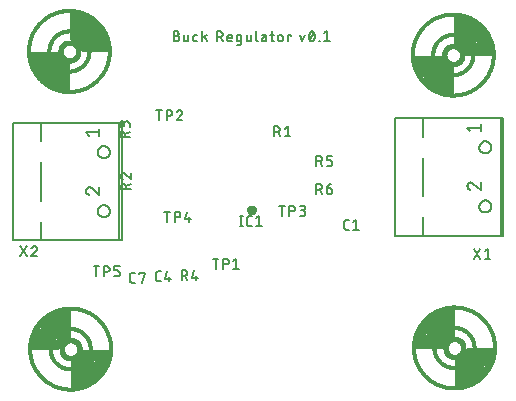
<source format=gbr>
G04 EAGLE Gerber RS-274X export*
G75*
%MOMM*%
%FSLAX34Y34*%
%LPD*%
%INSilkscreen Top*%
%IPPOS*%
%AMOC8*
5,1,8,0,0,1.08239X$1,22.5*%
G01*
%ADD10C,0.152400*%
%ADD11C,0.406400*%
%ADD12C,0.127000*%
%ADD13C,0.248919*%
%ADD14C,0.300000*%
%ADD15C,0.457200*%
%ADD16C,0.203200*%


D10*
X137223Y315471D02*
X139578Y315471D01*
X139578Y315470D02*
X139674Y315468D01*
X139770Y315462D01*
X139865Y315452D01*
X139960Y315439D01*
X140055Y315421D01*
X140149Y315400D01*
X140241Y315375D01*
X140333Y315346D01*
X140423Y315313D01*
X140512Y315277D01*
X140599Y315237D01*
X140685Y315193D01*
X140769Y315147D01*
X140851Y315096D01*
X140930Y315043D01*
X141008Y314986D01*
X141083Y314926D01*
X141156Y314863D01*
X141225Y314797D01*
X141293Y314729D01*
X141357Y314658D01*
X141418Y314584D01*
X141477Y314507D01*
X141532Y314429D01*
X141584Y314348D01*
X141632Y314265D01*
X141678Y314180D01*
X141719Y314094D01*
X141757Y314006D01*
X141792Y313916D01*
X141823Y313825D01*
X141850Y313733D01*
X141873Y313640D01*
X141892Y313546D01*
X141908Y313451D01*
X141920Y313356D01*
X141928Y313260D01*
X141932Y313164D01*
X141932Y313068D01*
X141928Y312972D01*
X141920Y312876D01*
X141908Y312781D01*
X141892Y312686D01*
X141873Y312592D01*
X141850Y312499D01*
X141823Y312407D01*
X141792Y312316D01*
X141757Y312226D01*
X141719Y312138D01*
X141678Y312052D01*
X141632Y311967D01*
X141584Y311884D01*
X141532Y311803D01*
X141477Y311725D01*
X141418Y311648D01*
X141357Y311574D01*
X141293Y311503D01*
X141225Y311435D01*
X141156Y311369D01*
X141083Y311306D01*
X141008Y311246D01*
X140930Y311189D01*
X140851Y311136D01*
X140769Y311085D01*
X140685Y311039D01*
X140599Y310995D01*
X140512Y310955D01*
X140423Y310919D01*
X140333Y310886D01*
X140241Y310857D01*
X140149Y310832D01*
X140055Y310811D01*
X139960Y310793D01*
X139865Y310780D01*
X139770Y310770D01*
X139674Y310764D01*
X139578Y310762D01*
X137223Y310762D01*
X137223Y319238D01*
X139578Y319238D01*
X139664Y319236D01*
X139749Y319230D01*
X139835Y319220D01*
X139919Y319207D01*
X140003Y319189D01*
X140086Y319168D01*
X140168Y319143D01*
X140249Y319114D01*
X140329Y319082D01*
X140406Y319046D01*
X140483Y319007D01*
X140557Y318964D01*
X140629Y318918D01*
X140699Y318868D01*
X140767Y318815D01*
X140832Y318760D01*
X140895Y318701D01*
X140955Y318640D01*
X141012Y318576D01*
X141066Y318509D01*
X141117Y318440D01*
X141165Y318369D01*
X141210Y318296D01*
X141251Y318221D01*
X141288Y318144D01*
X141323Y318065D01*
X141353Y317985D01*
X141380Y317903D01*
X141403Y317821D01*
X141423Y317737D01*
X141438Y317653D01*
X141450Y317568D01*
X141458Y317483D01*
X141462Y317397D01*
X141462Y317311D01*
X141458Y317225D01*
X141450Y317140D01*
X141438Y317055D01*
X141423Y316971D01*
X141403Y316887D01*
X141380Y316805D01*
X141353Y316723D01*
X141323Y316643D01*
X141288Y316564D01*
X141251Y316487D01*
X141210Y316412D01*
X141165Y316339D01*
X141117Y316268D01*
X141066Y316199D01*
X141012Y316132D01*
X140955Y316068D01*
X140895Y316007D01*
X140832Y315948D01*
X140767Y315893D01*
X140699Y315840D01*
X140629Y315790D01*
X140557Y315744D01*
X140483Y315701D01*
X140406Y315662D01*
X140329Y315626D01*
X140249Y315594D01*
X140168Y315565D01*
X140086Y315540D01*
X140003Y315519D01*
X139919Y315501D01*
X139835Y315488D01*
X139749Y315478D01*
X139664Y315472D01*
X139578Y315470D01*
X145900Y316413D02*
X145900Y312175D01*
X145902Y312101D01*
X145908Y312027D01*
X145917Y311954D01*
X145931Y311881D01*
X145948Y311809D01*
X145969Y311738D01*
X145994Y311669D01*
X146022Y311600D01*
X146054Y311534D01*
X146089Y311469D01*
X146128Y311405D01*
X146170Y311344D01*
X146215Y311286D01*
X146263Y311230D01*
X146314Y311176D01*
X146368Y311125D01*
X146424Y311077D01*
X146482Y311032D01*
X146543Y310990D01*
X146607Y310951D01*
X146672Y310916D01*
X146738Y310884D01*
X146807Y310856D01*
X146876Y310831D01*
X146947Y310810D01*
X147019Y310793D01*
X147092Y310779D01*
X147165Y310770D01*
X147239Y310764D01*
X147313Y310762D01*
X149668Y310762D01*
X149668Y316413D01*
X155428Y310762D02*
X157312Y310762D01*
X155428Y310762D02*
X155354Y310764D01*
X155280Y310770D01*
X155207Y310779D01*
X155134Y310793D01*
X155062Y310810D01*
X154991Y310831D01*
X154922Y310856D01*
X154853Y310884D01*
X154787Y310916D01*
X154722Y310951D01*
X154658Y310990D01*
X154597Y311032D01*
X154539Y311077D01*
X154483Y311125D01*
X154429Y311176D01*
X154378Y311230D01*
X154330Y311286D01*
X154285Y311344D01*
X154243Y311405D01*
X154204Y311469D01*
X154169Y311534D01*
X154137Y311600D01*
X154109Y311669D01*
X154084Y311738D01*
X154063Y311809D01*
X154046Y311881D01*
X154032Y311954D01*
X154023Y312027D01*
X154017Y312101D01*
X154015Y312175D01*
X154016Y312175D02*
X154016Y315000D01*
X154015Y315000D02*
X154017Y315074D01*
X154023Y315148D01*
X154032Y315221D01*
X154046Y315294D01*
X154063Y315366D01*
X154084Y315437D01*
X154109Y315506D01*
X154137Y315575D01*
X154169Y315641D01*
X154204Y315707D01*
X154243Y315770D01*
X154285Y315831D01*
X154330Y315889D01*
X154378Y315945D01*
X154429Y315999D01*
X154483Y316050D01*
X154539Y316098D01*
X154597Y316143D01*
X154658Y316185D01*
X154722Y316224D01*
X154787Y316259D01*
X154853Y316291D01*
X154922Y316319D01*
X154991Y316344D01*
X155062Y316365D01*
X155134Y316382D01*
X155207Y316396D01*
X155280Y316405D01*
X155354Y316411D01*
X155428Y316413D01*
X157312Y316413D01*
X161355Y319238D02*
X161355Y310762D01*
X161355Y313587D02*
X165122Y316413D01*
X163003Y314765D02*
X165122Y310762D01*
X174014Y310762D02*
X174014Y319238D01*
X176368Y319238D01*
X176464Y319236D01*
X176560Y319230D01*
X176655Y319220D01*
X176750Y319207D01*
X176845Y319189D01*
X176939Y319168D01*
X177031Y319143D01*
X177123Y319114D01*
X177213Y319081D01*
X177302Y319045D01*
X177389Y319005D01*
X177475Y318961D01*
X177559Y318915D01*
X177641Y318864D01*
X177720Y318811D01*
X177798Y318754D01*
X177873Y318694D01*
X177946Y318631D01*
X178015Y318565D01*
X178083Y318497D01*
X178147Y318426D01*
X178208Y318352D01*
X178267Y318275D01*
X178322Y318197D01*
X178374Y318116D01*
X178422Y318033D01*
X178468Y317948D01*
X178509Y317862D01*
X178547Y317774D01*
X178582Y317684D01*
X178613Y317593D01*
X178640Y317501D01*
X178663Y317408D01*
X178682Y317314D01*
X178698Y317219D01*
X178710Y317124D01*
X178718Y317028D01*
X178722Y316932D01*
X178722Y316836D01*
X178718Y316740D01*
X178710Y316644D01*
X178698Y316549D01*
X178682Y316454D01*
X178663Y316360D01*
X178640Y316267D01*
X178613Y316175D01*
X178582Y316084D01*
X178547Y315994D01*
X178509Y315906D01*
X178468Y315820D01*
X178422Y315735D01*
X178374Y315652D01*
X178322Y315571D01*
X178267Y315493D01*
X178208Y315416D01*
X178147Y315342D01*
X178083Y315271D01*
X178015Y315203D01*
X177946Y315137D01*
X177873Y315074D01*
X177798Y315014D01*
X177720Y314957D01*
X177641Y314904D01*
X177559Y314853D01*
X177475Y314807D01*
X177389Y314763D01*
X177302Y314723D01*
X177213Y314687D01*
X177123Y314654D01*
X177031Y314625D01*
X176939Y314600D01*
X176845Y314579D01*
X176750Y314561D01*
X176655Y314548D01*
X176560Y314538D01*
X176464Y314532D01*
X176368Y314530D01*
X176368Y314529D02*
X174014Y314529D01*
X176839Y314529D02*
X178723Y310762D01*
X184213Y310762D02*
X186567Y310762D01*
X184213Y310762D02*
X184139Y310764D01*
X184065Y310770D01*
X183992Y310779D01*
X183919Y310793D01*
X183847Y310810D01*
X183776Y310831D01*
X183707Y310856D01*
X183638Y310884D01*
X183572Y310916D01*
X183507Y310951D01*
X183443Y310990D01*
X183382Y311032D01*
X183324Y311077D01*
X183268Y311125D01*
X183214Y311176D01*
X183163Y311230D01*
X183115Y311286D01*
X183070Y311344D01*
X183028Y311405D01*
X182989Y311469D01*
X182954Y311534D01*
X182922Y311600D01*
X182894Y311669D01*
X182869Y311738D01*
X182848Y311809D01*
X182831Y311881D01*
X182817Y311954D01*
X182808Y312027D01*
X182802Y312101D01*
X182800Y312175D01*
X182800Y314529D01*
X182802Y314615D01*
X182808Y314700D01*
X182818Y314786D01*
X182831Y314870D01*
X182849Y314954D01*
X182870Y315037D01*
X182895Y315119D01*
X182924Y315200D01*
X182956Y315280D01*
X182992Y315357D01*
X183031Y315434D01*
X183074Y315508D01*
X183120Y315580D01*
X183170Y315650D01*
X183223Y315718D01*
X183278Y315783D01*
X183337Y315846D01*
X183398Y315906D01*
X183462Y315963D01*
X183529Y316017D01*
X183598Y316068D01*
X183669Y316116D01*
X183742Y316161D01*
X183817Y316202D01*
X183894Y316239D01*
X183973Y316274D01*
X184053Y316304D01*
X184135Y316331D01*
X184217Y316354D01*
X184301Y316374D01*
X184385Y316389D01*
X184470Y316401D01*
X184555Y316409D01*
X184641Y316413D01*
X184727Y316413D01*
X184813Y316409D01*
X184898Y316401D01*
X184983Y316389D01*
X185067Y316374D01*
X185151Y316354D01*
X185233Y316331D01*
X185315Y316304D01*
X185395Y316274D01*
X185474Y316239D01*
X185551Y316202D01*
X185626Y316161D01*
X185699Y316116D01*
X185770Y316068D01*
X185839Y316017D01*
X185906Y315963D01*
X185970Y315906D01*
X186031Y315846D01*
X186090Y315783D01*
X186145Y315718D01*
X186198Y315650D01*
X186248Y315580D01*
X186294Y315508D01*
X186337Y315434D01*
X186376Y315357D01*
X186412Y315280D01*
X186444Y315200D01*
X186473Y315119D01*
X186498Y315037D01*
X186519Y314954D01*
X186537Y314870D01*
X186550Y314786D01*
X186560Y314700D01*
X186566Y314615D01*
X186568Y314529D01*
X186567Y314529D02*
X186567Y313587D01*
X182800Y313587D01*
X191946Y310762D02*
X194300Y310762D01*
X191946Y310762D02*
X191872Y310764D01*
X191798Y310770D01*
X191725Y310779D01*
X191652Y310793D01*
X191580Y310810D01*
X191509Y310831D01*
X191440Y310856D01*
X191371Y310884D01*
X191305Y310916D01*
X191240Y310951D01*
X191176Y310990D01*
X191115Y311032D01*
X191057Y311077D01*
X191001Y311125D01*
X190947Y311176D01*
X190896Y311230D01*
X190848Y311286D01*
X190803Y311344D01*
X190761Y311405D01*
X190722Y311469D01*
X190687Y311534D01*
X190655Y311600D01*
X190627Y311669D01*
X190602Y311738D01*
X190581Y311809D01*
X190564Y311881D01*
X190550Y311954D01*
X190541Y312027D01*
X190535Y312101D01*
X190533Y312175D01*
X190533Y315000D01*
X190535Y315074D01*
X190541Y315148D01*
X190550Y315221D01*
X190564Y315294D01*
X190581Y315366D01*
X190602Y315437D01*
X190627Y315506D01*
X190655Y315575D01*
X190687Y315641D01*
X190722Y315707D01*
X190761Y315770D01*
X190803Y315831D01*
X190848Y315889D01*
X190896Y315945D01*
X190947Y315999D01*
X191001Y316050D01*
X191057Y316098D01*
X191115Y316143D01*
X191176Y316185D01*
X191240Y316224D01*
X191305Y316259D01*
X191371Y316291D01*
X191440Y316319D01*
X191509Y316344D01*
X191580Y316365D01*
X191652Y316382D01*
X191725Y316396D01*
X191798Y316405D01*
X191872Y316411D01*
X191946Y316413D01*
X194300Y316413D01*
X194300Y309349D01*
X194298Y309275D01*
X194292Y309201D01*
X194283Y309128D01*
X194269Y309055D01*
X194252Y308983D01*
X194231Y308912D01*
X194206Y308843D01*
X194178Y308774D01*
X194146Y308708D01*
X194111Y308643D01*
X194072Y308579D01*
X194030Y308518D01*
X193985Y308460D01*
X193937Y308404D01*
X193886Y308350D01*
X193832Y308299D01*
X193776Y308251D01*
X193718Y308206D01*
X193657Y308164D01*
X193594Y308125D01*
X193529Y308090D01*
X193462Y308058D01*
X193393Y308030D01*
X193324Y308005D01*
X193253Y307984D01*
X193181Y307967D01*
X193108Y307953D01*
X193035Y307944D01*
X192961Y307938D01*
X192887Y307936D01*
X192887Y307937D02*
X191004Y307937D01*
X199000Y312175D02*
X199000Y316413D01*
X199000Y312175D02*
X199002Y312101D01*
X199008Y312027D01*
X199017Y311954D01*
X199031Y311881D01*
X199048Y311809D01*
X199069Y311738D01*
X199094Y311669D01*
X199122Y311600D01*
X199154Y311534D01*
X199189Y311469D01*
X199228Y311405D01*
X199270Y311344D01*
X199315Y311286D01*
X199363Y311230D01*
X199414Y311176D01*
X199468Y311125D01*
X199524Y311077D01*
X199582Y311032D01*
X199643Y310990D01*
X199707Y310951D01*
X199772Y310916D01*
X199838Y310884D01*
X199907Y310856D01*
X199976Y310831D01*
X200047Y310810D01*
X200119Y310793D01*
X200192Y310779D01*
X200265Y310770D01*
X200339Y310764D01*
X200413Y310762D01*
X202767Y310762D01*
X202767Y316413D01*
X207136Y319238D02*
X207136Y312175D01*
X207135Y312175D02*
X207137Y312101D01*
X207143Y312027D01*
X207152Y311954D01*
X207166Y311881D01*
X207183Y311809D01*
X207204Y311738D01*
X207229Y311669D01*
X207257Y311600D01*
X207289Y311534D01*
X207324Y311469D01*
X207363Y311405D01*
X207405Y311344D01*
X207450Y311286D01*
X207498Y311230D01*
X207549Y311176D01*
X207603Y311125D01*
X207659Y311077D01*
X207717Y311032D01*
X207778Y310990D01*
X207842Y310951D01*
X207907Y310916D01*
X207973Y310884D01*
X208042Y310856D01*
X208111Y310831D01*
X208182Y310810D01*
X208254Y310793D01*
X208327Y310779D01*
X208400Y310770D01*
X208474Y310764D01*
X208548Y310762D01*
X213481Y314058D02*
X215600Y314058D01*
X213481Y314058D02*
X213401Y314056D01*
X213322Y314050D01*
X213243Y314041D01*
X213164Y314027D01*
X213087Y314010D01*
X213010Y313989D01*
X212934Y313965D01*
X212860Y313936D01*
X212787Y313905D01*
X212715Y313869D01*
X212646Y313831D01*
X212578Y313789D01*
X212512Y313743D01*
X212449Y313695D01*
X212388Y313644D01*
X212330Y313589D01*
X212274Y313532D01*
X212221Y313473D01*
X212172Y313411D01*
X212125Y313346D01*
X212081Y313280D01*
X212041Y313211D01*
X212004Y313140D01*
X211970Y313068D01*
X211940Y312994D01*
X211914Y312919D01*
X211891Y312843D01*
X211872Y312766D01*
X211857Y312687D01*
X211845Y312609D01*
X211837Y312529D01*
X211833Y312450D01*
X211833Y312370D01*
X211837Y312291D01*
X211845Y312211D01*
X211857Y312133D01*
X211872Y312054D01*
X211891Y311977D01*
X211914Y311901D01*
X211940Y311826D01*
X211970Y311752D01*
X212004Y311680D01*
X212041Y311609D01*
X212081Y311540D01*
X212125Y311474D01*
X212172Y311409D01*
X212221Y311347D01*
X212274Y311288D01*
X212330Y311231D01*
X212388Y311176D01*
X212449Y311125D01*
X212512Y311077D01*
X212578Y311031D01*
X212646Y310989D01*
X212715Y310951D01*
X212787Y310915D01*
X212860Y310884D01*
X212934Y310855D01*
X213010Y310831D01*
X213087Y310810D01*
X213164Y310793D01*
X213243Y310779D01*
X213322Y310770D01*
X213401Y310764D01*
X213481Y310762D01*
X215600Y310762D01*
X215600Y315000D01*
X215598Y315074D01*
X215592Y315148D01*
X215583Y315221D01*
X215569Y315294D01*
X215552Y315366D01*
X215531Y315437D01*
X215506Y315506D01*
X215478Y315575D01*
X215446Y315641D01*
X215411Y315707D01*
X215372Y315770D01*
X215330Y315831D01*
X215285Y315889D01*
X215237Y315945D01*
X215186Y315999D01*
X215132Y316050D01*
X215076Y316098D01*
X215018Y316143D01*
X214957Y316185D01*
X214894Y316224D01*
X214828Y316259D01*
X214762Y316291D01*
X214693Y316319D01*
X214624Y316344D01*
X214553Y316365D01*
X214481Y316382D01*
X214408Y316396D01*
X214335Y316405D01*
X214261Y316411D01*
X214187Y316413D01*
X212304Y316413D01*
X219165Y316413D02*
X221991Y316413D01*
X220107Y319238D02*
X220107Y312175D01*
X220109Y312101D01*
X220115Y312027D01*
X220124Y311954D01*
X220138Y311881D01*
X220155Y311809D01*
X220176Y311738D01*
X220201Y311669D01*
X220229Y311600D01*
X220261Y311534D01*
X220296Y311469D01*
X220335Y311405D01*
X220377Y311344D01*
X220422Y311286D01*
X220470Y311230D01*
X220521Y311176D01*
X220575Y311125D01*
X220631Y311077D01*
X220689Y311032D01*
X220750Y310990D01*
X220814Y310951D01*
X220879Y310916D01*
X220945Y310884D01*
X221014Y310856D01*
X221083Y310831D01*
X221154Y310810D01*
X221226Y310793D01*
X221299Y310779D01*
X221372Y310770D01*
X221446Y310764D01*
X221520Y310762D01*
X221991Y310762D01*
X225700Y312646D02*
X225700Y314529D01*
X225702Y314615D01*
X225708Y314700D01*
X225718Y314786D01*
X225731Y314870D01*
X225749Y314954D01*
X225770Y315037D01*
X225795Y315119D01*
X225824Y315200D01*
X225856Y315280D01*
X225892Y315357D01*
X225931Y315434D01*
X225974Y315508D01*
X226020Y315580D01*
X226070Y315650D01*
X226123Y315718D01*
X226178Y315783D01*
X226237Y315846D01*
X226298Y315906D01*
X226362Y315963D01*
X226429Y316017D01*
X226498Y316068D01*
X226569Y316116D01*
X226642Y316161D01*
X226717Y316202D01*
X226794Y316239D01*
X226873Y316274D01*
X226953Y316304D01*
X227035Y316331D01*
X227117Y316354D01*
X227201Y316374D01*
X227285Y316389D01*
X227370Y316401D01*
X227455Y316409D01*
X227541Y316413D01*
X227627Y316413D01*
X227713Y316409D01*
X227798Y316401D01*
X227883Y316389D01*
X227967Y316374D01*
X228051Y316354D01*
X228133Y316331D01*
X228215Y316304D01*
X228295Y316274D01*
X228374Y316239D01*
X228451Y316202D01*
X228526Y316161D01*
X228599Y316116D01*
X228670Y316068D01*
X228739Y316017D01*
X228806Y315963D01*
X228870Y315906D01*
X228931Y315846D01*
X228990Y315783D01*
X229045Y315718D01*
X229098Y315650D01*
X229148Y315580D01*
X229194Y315508D01*
X229237Y315434D01*
X229276Y315357D01*
X229312Y315280D01*
X229344Y315200D01*
X229373Y315119D01*
X229398Y315037D01*
X229419Y314954D01*
X229437Y314870D01*
X229450Y314786D01*
X229460Y314700D01*
X229466Y314615D01*
X229468Y314529D01*
X229467Y314529D02*
X229467Y312646D01*
X229468Y312646D02*
X229466Y312560D01*
X229460Y312475D01*
X229450Y312389D01*
X229437Y312305D01*
X229419Y312221D01*
X229398Y312138D01*
X229373Y312056D01*
X229344Y311975D01*
X229312Y311895D01*
X229276Y311818D01*
X229237Y311741D01*
X229194Y311667D01*
X229148Y311595D01*
X229098Y311525D01*
X229045Y311457D01*
X228990Y311392D01*
X228931Y311329D01*
X228870Y311269D01*
X228806Y311212D01*
X228739Y311158D01*
X228670Y311107D01*
X228599Y311059D01*
X228526Y311014D01*
X228451Y310973D01*
X228374Y310936D01*
X228295Y310901D01*
X228215Y310871D01*
X228133Y310844D01*
X228051Y310821D01*
X227967Y310801D01*
X227883Y310786D01*
X227798Y310774D01*
X227713Y310766D01*
X227627Y310762D01*
X227541Y310762D01*
X227455Y310766D01*
X227370Y310774D01*
X227285Y310786D01*
X227201Y310801D01*
X227117Y310821D01*
X227035Y310844D01*
X226953Y310871D01*
X226873Y310901D01*
X226794Y310936D01*
X226717Y310973D01*
X226642Y311014D01*
X226569Y311059D01*
X226498Y311107D01*
X226429Y311158D01*
X226362Y311212D01*
X226298Y311269D01*
X226237Y311329D01*
X226178Y311392D01*
X226123Y311457D01*
X226070Y311525D01*
X226020Y311595D01*
X225974Y311667D01*
X225931Y311741D01*
X225892Y311818D01*
X225856Y311895D01*
X225824Y311975D01*
X225795Y312056D01*
X225770Y312138D01*
X225749Y312221D01*
X225731Y312305D01*
X225718Y312389D01*
X225708Y312475D01*
X225702Y312560D01*
X225700Y312646D01*
X233876Y310762D02*
X233876Y316413D01*
X236701Y316413D01*
X236701Y315471D01*
X244300Y316413D02*
X246184Y310762D01*
X248067Y316413D01*
X251929Y315000D02*
X251931Y315167D01*
X251937Y315333D01*
X251947Y315500D01*
X251961Y315666D01*
X251979Y315832D01*
X252001Y315997D01*
X252026Y316162D01*
X252056Y316326D01*
X252090Y316489D01*
X252127Y316652D01*
X252168Y316813D01*
X252214Y316974D01*
X252263Y317133D01*
X252316Y317291D01*
X252372Y317448D01*
X252432Y317604D01*
X252496Y317758D01*
X252564Y317910D01*
X252635Y318061D01*
X252636Y318061D02*
X252664Y318136D01*
X252695Y318210D01*
X252729Y318282D01*
X252767Y318353D01*
X252808Y318421D01*
X252852Y318488D01*
X252899Y318553D01*
X252949Y318615D01*
X253002Y318675D01*
X253058Y318733D01*
X253116Y318788D01*
X253176Y318840D01*
X253239Y318890D01*
X253304Y318936D01*
X253371Y318980D01*
X253441Y319020D01*
X253511Y319057D01*
X253584Y319091D01*
X253658Y319122D01*
X253733Y319149D01*
X253810Y319172D01*
X253887Y319192D01*
X253966Y319209D01*
X254045Y319221D01*
X254124Y319231D01*
X254204Y319236D01*
X254284Y319238D01*
X254364Y319236D01*
X254444Y319231D01*
X254523Y319221D01*
X254602Y319209D01*
X254681Y319192D01*
X254758Y319172D01*
X254835Y319149D01*
X254910Y319122D01*
X254984Y319091D01*
X255057Y319057D01*
X255127Y319020D01*
X255197Y318980D01*
X255264Y318936D01*
X255329Y318890D01*
X255392Y318840D01*
X255452Y318788D01*
X255510Y318733D01*
X255566Y318675D01*
X255619Y318615D01*
X255669Y318553D01*
X255716Y318488D01*
X255760Y318421D01*
X255801Y318353D01*
X255839Y318282D01*
X255873Y318210D01*
X255904Y318136D01*
X255932Y318061D01*
X256003Y317910D01*
X256071Y317758D01*
X256135Y317604D01*
X256195Y317448D01*
X256251Y317291D01*
X256304Y317133D01*
X256353Y316974D01*
X256399Y316813D01*
X256440Y316652D01*
X256477Y316489D01*
X256511Y316326D01*
X256541Y316162D01*
X256566Y315997D01*
X256588Y315832D01*
X256606Y315666D01*
X256620Y315500D01*
X256630Y315333D01*
X256636Y315167D01*
X256638Y315000D01*
X251929Y315000D02*
X251931Y314833D01*
X251937Y314667D01*
X251947Y314500D01*
X251961Y314334D01*
X251979Y314168D01*
X252001Y314003D01*
X252026Y313838D01*
X252056Y313674D01*
X252090Y313511D01*
X252127Y313348D01*
X252168Y313187D01*
X252214Y313026D01*
X252263Y312867D01*
X252315Y312709D01*
X252372Y312552D01*
X252432Y312396D01*
X252496Y312242D01*
X252564Y312090D01*
X252635Y311939D01*
X252636Y311939D02*
X252664Y311864D01*
X252695Y311790D01*
X252729Y311718D01*
X252767Y311647D01*
X252808Y311579D01*
X252852Y311512D01*
X252899Y311447D01*
X252949Y311385D01*
X253002Y311325D01*
X253058Y311267D01*
X253116Y311212D01*
X253176Y311160D01*
X253239Y311110D01*
X253304Y311064D01*
X253371Y311020D01*
X253441Y310980D01*
X253512Y310943D01*
X253584Y310909D01*
X253658Y310878D01*
X253733Y310851D01*
X253810Y310828D01*
X253887Y310808D01*
X253966Y310791D01*
X254045Y310779D01*
X254124Y310769D01*
X254204Y310764D01*
X254284Y310762D01*
X255932Y311939D02*
X256003Y312090D01*
X256071Y312242D01*
X256135Y312396D01*
X256195Y312552D01*
X256251Y312709D01*
X256304Y312867D01*
X256353Y313026D01*
X256399Y313187D01*
X256440Y313348D01*
X256477Y313511D01*
X256511Y313674D01*
X256541Y313838D01*
X256566Y314003D01*
X256588Y314168D01*
X256606Y314334D01*
X256620Y314500D01*
X256630Y314667D01*
X256636Y314833D01*
X256638Y315000D01*
X255932Y311939D02*
X255904Y311864D01*
X255873Y311790D01*
X255839Y311718D01*
X255801Y311647D01*
X255760Y311579D01*
X255716Y311512D01*
X255669Y311447D01*
X255619Y311385D01*
X255566Y311325D01*
X255510Y311267D01*
X255452Y311212D01*
X255392Y311160D01*
X255329Y311110D01*
X255264Y311064D01*
X255197Y311020D01*
X255127Y310980D01*
X255057Y310943D01*
X254984Y310909D01*
X254910Y310878D01*
X254835Y310851D01*
X254758Y310828D01*
X254681Y310808D01*
X254602Y310791D01*
X254523Y310779D01*
X254444Y310769D01*
X254364Y310764D01*
X254284Y310762D01*
X252400Y312646D02*
X256167Y317354D01*
X260348Y311233D02*
X260348Y310762D01*
X260348Y311233D02*
X260819Y311233D01*
X260819Y310762D01*
X260348Y310762D01*
X264529Y317354D02*
X266884Y319238D01*
X266884Y310762D01*
X269238Y310762D02*
X264529Y310762D01*
D11*
X201334Y168060D02*
X201336Y168144D01*
X201342Y168228D01*
X201352Y168312D01*
X201365Y168395D01*
X201383Y168477D01*
X201405Y168559D01*
X201430Y168639D01*
X201459Y168718D01*
X201492Y168796D01*
X201528Y168872D01*
X201568Y168946D01*
X201611Y169018D01*
X201657Y169088D01*
X201707Y169156D01*
X201760Y169222D01*
X201816Y169285D01*
X201875Y169345D01*
X201937Y169402D01*
X202001Y169457D01*
X202068Y169508D01*
X202137Y169556D01*
X202208Y169601D01*
X202281Y169643D01*
X202356Y169681D01*
X202433Y169715D01*
X202511Y169746D01*
X202591Y169773D01*
X202672Y169797D01*
X202754Y169816D01*
X202837Y169832D01*
X202920Y169844D01*
X203004Y169852D01*
X203088Y169856D01*
X203172Y169856D01*
X203256Y169852D01*
X203340Y169844D01*
X203423Y169832D01*
X203506Y169816D01*
X203588Y169797D01*
X203669Y169773D01*
X203749Y169746D01*
X203827Y169715D01*
X203904Y169681D01*
X203979Y169643D01*
X204052Y169601D01*
X204123Y169556D01*
X204192Y169508D01*
X204259Y169457D01*
X204323Y169402D01*
X204385Y169345D01*
X204444Y169285D01*
X204500Y169222D01*
X204553Y169156D01*
X204603Y169088D01*
X204649Y169018D01*
X204692Y168946D01*
X204732Y168872D01*
X204768Y168796D01*
X204801Y168718D01*
X204830Y168639D01*
X204855Y168559D01*
X204877Y168477D01*
X204895Y168395D01*
X204908Y168312D01*
X204918Y168228D01*
X204924Y168144D01*
X204926Y168060D01*
X204924Y167976D01*
X204918Y167892D01*
X204908Y167808D01*
X204895Y167725D01*
X204877Y167643D01*
X204855Y167561D01*
X204830Y167481D01*
X204801Y167402D01*
X204768Y167324D01*
X204732Y167248D01*
X204692Y167174D01*
X204649Y167102D01*
X204603Y167032D01*
X204553Y166964D01*
X204500Y166898D01*
X204444Y166835D01*
X204385Y166775D01*
X204323Y166718D01*
X204259Y166663D01*
X204192Y166612D01*
X204123Y166564D01*
X204052Y166519D01*
X203979Y166477D01*
X203904Y166439D01*
X203827Y166405D01*
X203749Y166374D01*
X203669Y166347D01*
X203588Y166323D01*
X203506Y166304D01*
X203423Y166288D01*
X203340Y166276D01*
X203256Y166268D01*
X203172Y166264D01*
X203088Y166264D01*
X203004Y166268D01*
X202920Y166276D01*
X202837Y166288D01*
X202754Y166304D01*
X202672Y166323D01*
X202591Y166347D01*
X202511Y166374D01*
X202433Y166405D01*
X202356Y166439D01*
X202281Y166477D01*
X202208Y166519D01*
X202137Y166564D01*
X202068Y166612D01*
X202001Y166663D01*
X201937Y166718D01*
X201875Y166775D01*
X201816Y166835D01*
X201760Y166898D01*
X201707Y166964D01*
X201657Y167032D01*
X201611Y167102D01*
X201568Y167174D01*
X201528Y167248D01*
X201492Y167324D01*
X201459Y167402D01*
X201430Y167481D01*
X201405Y167561D01*
X201383Y167643D01*
X201365Y167725D01*
X201352Y167808D01*
X201342Y167892D01*
X201336Y167976D01*
X201334Y168060D01*
D10*
X194654Y162988D02*
X194654Y154512D01*
X193712Y154512D02*
X195596Y154512D01*
X195596Y162988D02*
X193712Y162988D01*
X201345Y154512D02*
X203228Y154512D01*
X201345Y154512D02*
X201260Y154514D01*
X201176Y154520D01*
X201092Y154529D01*
X201009Y154542D01*
X200926Y154559D01*
X200844Y154580D01*
X200763Y154604D01*
X200683Y154632D01*
X200605Y154664D01*
X200528Y154699D01*
X200452Y154737D01*
X200379Y154779D01*
X200307Y154824D01*
X200238Y154872D01*
X200170Y154923D01*
X200105Y154977D01*
X200043Y155034D01*
X199983Y155094D01*
X199926Y155156D01*
X199872Y155221D01*
X199821Y155289D01*
X199773Y155358D01*
X199728Y155430D01*
X199686Y155503D01*
X199648Y155579D01*
X199613Y155656D01*
X199581Y155734D01*
X199553Y155814D01*
X199529Y155895D01*
X199508Y155977D01*
X199491Y156060D01*
X199478Y156143D01*
X199469Y156227D01*
X199463Y156311D01*
X199461Y156396D01*
X199461Y161104D01*
X199463Y161189D01*
X199469Y161273D01*
X199478Y161357D01*
X199491Y161440D01*
X199508Y161523D01*
X199529Y161605D01*
X199553Y161686D01*
X199581Y161766D01*
X199613Y161844D01*
X199648Y161921D01*
X199686Y161997D01*
X199728Y162070D01*
X199773Y162142D01*
X199821Y162211D01*
X199872Y162279D01*
X199926Y162344D01*
X199983Y162406D01*
X200043Y162466D01*
X200105Y162523D01*
X200170Y162577D01*
X200238Y162628D01*
X200307Y162676D01*
X200379Y162721D01*
X200452Y162763D01*
X200528Y162801D01*
X200605Y162836D01*
X200683Y162868D01*
X200763Y162896D01*
X200844Y162920D01*
X200926Y162941D01*
X201009Y162958D01*
X201092Y162971D01*
X201176Y162980D01*
X201260Y162986D01*
X201345Y162988D01*
X203228Y162988D01*
X206999Y161104D02*
X209354Y162988D01*
X209354Y154512D01*
X211708Y154512D02*
X206999Y154512D01*
X222412Y230112D02*
X222412Y238588D01*
X224766Y238588D01*
X224862Y238586D01*
X224958Y238580D01*
X225053Y238570D01*
X225148Y238557D01*
X225243Y238539D01*
X225337Y238518D01*
X225429Y238493D01*
X225521Y238464D01*
X225611Y238431D01*
X225700Y238395D01*
X225787Y238355D01*
X225873Y238311D01*
X225957Y238265D01*
X226039Y238214D01*
X226118Y238161D01*
X226196Y238104D01*
X226271Y238044D01*
X226344Y237981D01*
X226413Y237915D01*
X226481Y237847D01*
X226545Y237776D01*
X226606Y237702D01*
X226665Y237625D01*
X226720Y237547D01*
X226772Y237466D01*
X226820Y237383D01*
X226866Y237298D01*
X226907Y237212D01*
X226945Y237124D01*
X226980Y237034D01*
X227011Y236943D01*
X227038Y236851D01*
X227061Y236758D01*
X227080Y236664D01*
X227096Y236569D01*
X227108Y236474D01*
X227116Y236378D01*
X227120Y236282D01*
X227120Y236186D01*
X227116Y236090D01*
X227108Y235994D01*
X227096Y235899D01*
X227080Y235804D01*
X227061Y235710D01*
X227038Y235617D01*
X227011Y235525D01*
X226980Y235434D01*
X226945Y235344D01*
X226907Y235256D01*
X226866Y235170D01*
X226820Y235085D01*
X226772Y235002D01*
X226720Y234921D01*
X226665Y234843D01*
X226606Y234766D01*
X226545Y234692D01*
X226481Y234621D01*
X226413Y234553D01*
X226344Y234487D01*
X226271Y234424D01*
X226196Y234364D01*
X226118Y234307D01*
X226039Y234254D01*
X225957Y234203D01*
X225873Y234157D01*
X225787Y234113D01*
X225700Y234073D01*
X225611Y234037D01*
X225521Y234004D01*
X225429Y233975D01*
X225337Y233950D01*
X225243Y233929D01*
X225148Y233911D01*
X225053Y233898D01*
X224958Y233888D01*
X224862Y233882D01*
X224766Y233880D01*
X224766Y233879D02*
X222412Y233879D01*
X225237Y233879D02*
X227121Y230112D01*
X231328Y236704D02*
X233682Y238588D01*
X233682Y230112D01*
X231328Y230112D02*
X236037Y230112D01*
X126108Y107412D02*
X124225Y107412D01*
X124140Y107414D01*
X124056Y107420D01*
X123972Y107429D01*
X123889Y107442D01*
X123806Y107459D01*
X123724Y107480D01*
X123643Y107504D01*
X123563Y107532D01*
X123485Y107564D01*
X123408Y107599D01*
X123332Y107637D01*
X123259Y107679D01*
X123187Y107724D01*
X123118Y107772D01*
X123050Y107823D01*
X122985Y107877D01*
X122923Y107934D01*
X122863Y107994D01*
X122806Y108056D01*
X122752Y108121D01*
X122701Y108189D01*
X122653Y108258D01*
X122608Y108330D01*
X122566Y108403D01*
X122528Y108479D01*
X122493Y108556D01*
X122461Y108634D01*
X122433Y108714D01*
X122409Y108795D01*
X122388Y108877D01*
X122371Y108960D01*
X122358Y109043D01*
X122349Y109127D01*
X122343Y109211D01*
X122341Y109296D01*
X122341Y114004D01*
X122343Y114089D01*
X122349Y114173D01*
X122358Y114257D01*
X122371Y114340D01*
X122388Y114423D01*
X122409Y114505D01*
X122433Y114586D01*
X122461Y114666D01*
X122493Y114744D01*
X122528Y114821D01*
X122566Y114897D01*
X122608Y114970D01*
X122653Y115042D01*
X122701Y115111D01*
X122752Y115179D01*
X122806Y115244D01*
X122863Y115306D01*
X122923Y115366D01*
X122985Y115423D01*
X123050Y115477D01*
X123118Y115528D01*
X123187Y115576D01*
X123259Y115621D01*
X123332Y115663D01*
X123408Y115701D01*
X123485Y115736D01*
X123563Y115768D01*
X123643Y115796D01*
X123724Y115820D01*
X123806Y115841D01*
X123889Y115858D01*
X123972Y115871D01*
X124056Y115880D01*
X124140Y115886D01*
X124225Y115888D01*
X126108Y115888D01*
X131763Y115888D02*
X129879Y109296D01*
X134588Y109296D01*
X133175Y111179D02*
X133175Y107412D01*
X100888Y185412D02*
X92412Y185412D01*
X92412Y187766D01*
X92414Y187862D01*
X92420Y187958D01*
X92430Y188053D01*
X92443Y188148D01*
X92461Y188243D01*
X92482Y188337D01*
X92507Y188429D01*
X92536Y188521D01*
X92569Y188611D01*
X92605Y188700D01*
X92645Y188787D01*
X92689Y188873D01*
X92735Y188957D01*
X92786Y189039D01*
X92839Y189118D01*
X92896Y189196D01*
X92956Y189271D01*
X93019Y189344D01*
X93085Y189413D01*
X93153Y189481D01*
X93224Y189545D01*
X93298Y189606D01*
X93375Y189665D01*
X93453Y189720D01*
X93534Y189772D01*
X93617Y189820D01*
X93702Y189866D01*
X93788Y189907D01*
X93876Y189945D01*
X93966Y189980D01*
X94057Y190011D01*
X94149Y190038D01*
X94242Y190061D01*
X94336Y190080D01*
X94431Y190096D01*
X94526Y190108D01*
X94622Y190116D01*
X94718Y190120D01*
X94814Y190120D01*
X94910Y190116D01*
X95006Y190108D01*
X95101Y190096D01*
X95196Y190080D01*
X95290Y190061D01*
X95383Y190038D01*
X95475Y190011D01*
X95566Y189980D01*
X95656Y189945D01*
X95744Y189907D01*
X95830Y189866D01*
X95915Y189820D01*
X95998Y189772D01*
X96079Y189720D01*
X96157Y189665D01*
X96234Y189606D01*
X96308Y189545D01*
X96379Y189481D01*
X96447Y189413D01*
X96513Y189344D01*
X96576Y189271D01*
X96636Y189196D01*
X96693Y189118D01*
X96746Y189039D01*
X96797Y188957D01*
X96843Y188873D01*
X96887Y188787D01*
X96927Y188700D01*
X96963Y188611D01*
X96996Y188521D01*
X97025Y188429D01*
X97050Y188337D01*
X97071Y188243D01*
X97089Y188148D01*
X97102Y188053D01*
X97112Y187958D01*
X97118Y187862D01*
X97120Y187766D01*
X97121Y187766D02*
X97121Y185412D01*
X97121Y188237D02*
X100888Y190121D01*
X92412Y196918D02*
X92414Y197008D01*
X92420Y197098D01*
X92429Y197187D01*
X92442Y197276D01*
X92460Y197364D01*
X92480Y197452D01*
X92505Y197538D01*
X92533Y197624D01*
X92565Y197708D01*
X92600Y197791D01*
X92639Y197872D01*
X92681Y197951D01*
X92727Y198029D01*
X92775Y198105D01*
X92827Y198178D01*
X92882Y198249D01*
X92940Y198318D01*
X93001Y198384D01*
X93065Y198448D01*
X93131Y198509D01*
X93200Y198567D01*
X93271Y198622D01*
X93344Y198674D01*
X93420Y198722D01*
X93498Y198768D01*
X93577Y198810D01*
X93658Y198849D01*
X93741Y198884D01*
X93825Y198916D01*
X93911Y198944D01*
X93997Y198969D01*
X94085Y198989D01*
X94173Y199007D01*
X94262Y199020D01*
X94351Y199029D01*
X94441Y199035D01*
X94531Y199037D01*
X92412Y196918D02*
X92414Y196814D01*
X92420Y196711D01*
X92430Y196607D01*
X92444Y196505D01*
X92461Y196402D01*
X92483Y196301D01*
X92508Y196200D01*
X92538Y196101D01*
X92571Y196003D01*
X92607Y195906D01*
X92648Y195810D01*
X92692Y195716D01*
X92739Y195624D01*
X92790Y195534D01*
X92845Y195445D01*
X92903Y195359D01*
X92964Y195275D01*
X93028Y195194D01*
X93095Y195115D01*
X93165Y195038D01*
X93238Y194965D01*
X93314Y194894D01*
X93392Y194826D01*
X93473Y194761D01*
X93557Y194700D01*
X93642Y194641D01*
X93730Y194586D01*
X93820Y194534D01*
X93912Y194486D01*
X94005Y194441D01*
X94101Y194400D01*
X94197Y194362D01*
X94295Y194328D01*
X96179Y198331D02*
X96114Y198396D01*
X96047Y198459D01*
X95977Y198519D01*
X95904Y198576D01*
X95830Y198630D01*
X95753Y198681D01*
X95674Y198729D01*
X95594Y198774D01*
X95511Y198815D01*
X95428Y198853D01*
X95342Y198888D01*
X95255Y198919D01*
X95167Y198946D01*
X95078Y198970D01*
X94989Y198991D01*
X94898Y199007D01*
X94807Y199020D01*
X94715Y199030D01*
X94623Y199035D01*
X94531Y199037D01*
X96179Y198330D02*
X100888Y194328D01*
X100888Y199037D01*
X99888Y229412D02*
X91412Y229412D01*
X91412Y231766D01*
X91414Y231862D01*
X91420Y231958D01*
X91430Y232053D01*
X91443Y232148D01*
X91461Y232243D01*
X91482Y232337D01*
X91507Y232429D01*
X91536Y232521D01*
X91569Y232611D01*
X91605Y232700D01*
X91645Y232787D01*
X91689Y232873D01*
X91735Y232957D01*
X91786Y233039D01*
X91839Y233118D01*
X91896Y233196D01*
X91956Y233271D01*
X92019Y233344D01*
X92085Y233413D01*
X92153Y233481D01*
X92224Y233545D01*
X92298Y233606D01*
X92375Y233665D01*
X92453Y233720D01*
X92534Y233772D01*
X92617Y233820D01*
X92702Y233866D01*
X92788Y233907D01*
X92876Y233945D01*
X92966Y233980D01*
X93057Y234011D01*
X93149Y234038D01*
X93242Y234061D01*
X93336Y234080D01*
X93431Y234096D01*
X93526Y234108D01*
X93622Y234116D01*
X93718Y234120D01*
X93814Y234120D01*
X93910Y234116D01*
X94006Y234108D01*
X94101Y234096D01*
X94196Y234080D01*
X94290Y234061D01*
X94383Y234038D01*
X94475Y234011D01*
X94566Y233980D01*
X94656Y233945D01*
X94744Y233907D01*
X94830Y233866D01*
X94915Y233820D01*
X94998Y233772D01*
X95079Y233720D01*
X95157Y233665D01*
X95234Y233606D01*
X95308Y233545D01*
X95379Y233481D01*
X95447Y233413D01*
X95513Y233344D01*
X95576Y233271D01*
X95636Y233196D01*
X95693Y233118D01*
X95746Y233039D01*
X95797Y232957D01*
X95843Y232873D01*
X95887Y232787D01*
X95927Y232700D01*
X95963Y232611D01*
X95996Y232521D01*
X96025Y232429D01*
X96050Y232337D01*
X96071Y232243D01*
X96089Y232148D01*
X96102Y232053D01*
X96112Y231958D01*
X96118Y231862D01*
X96120Y231766D01*
X96121Y231766D02*
X96121Y229412D01*
X96121Y232237D02*
X99888Y234121D01*
X99888Y238328D02*
X99888Y240682D01*
X99886Y240778D01*
X99880Y240874D01*
X99870Y240969D01*
X99857Y241064D01*
X99839Y241159D01*
X99818Y241253D01*
X99793Y241345D01*
X99764Y241437D01*
X99731Y241527D01*
X99695Y241616D01*
X99655Y241703D01*
X99611Y241789D01*
X99565Y241873D01*
X99514Y241955D01*
X99461Y242034D01*
X99404Y242112D01*
X99344Y242187D01*
X99281Y242260D01*
X99215Y242329D01*
X99147Y242397D01*
X99076Y242461D01*
X99002Y242522D01*
X98925Y242581D01*
X98847Y242636D01*
X98766Y242688D01*
X98683Y242736D01*
X98598Y242782D01*
X98512Y242823D01*
X98424Y242861D01*
X98334Y242896D01*
X98243Y242927D01*
X98151Y242954D01*
X98058Y242977D01*
X97964Y242996D01*
X97869Y243012D01*
X97774Y243024D01*
X97678Y243032D01*
X97582Y243036D01*
X97486Y243036D01*
X97390Y243032D01*
X97294Y243024D01*
X97199Y243012D01*
X97104Y242996D01*
X97010Y242977D01*
X96917Y242954D01*
X96825Y242927D01*
X96734Y242896D01*
X96644Y242861D01*
X96556Y242823D01*
X96470Y242782D01*
X96385Y242736D01*
X96302Y242688D01*
X96221Y242636D01*
X96143Y242581D01*
X96066Y242522D01*
X95992Y242461D01*
X95921Y242397D01*
X95853Y242329D01*
X95787Y242260D01*
X95724Y242187D01*
X95664Y242112D01*
X95607Y242034D01*
X95554Y241955D01*
X95503Y241873D01*
X95457Y241789D01*
X95413Y241703D01*
X95373Y241616D01*
X95337Y241527D01*
X95304Y241437D01*
X95275Y241345D01*
X95250Y241253D01*
X95229Y241159D01*
X95211Y241064D01*
X95198Y240969D01*
X95188Y240874D01*
X95182Y240778D01*
X95180Y240682D01*
X91412Y241153D02*
X91412Y238328D01*
X91412Y241153D02*
X91414Y241239D01*
X91420Y241324D01*
X91430Y241410D01*
X91443Y241494D01*
X91461Y241578D01*
X91482Y241661D01*
X91507Y241743D01*
X91536Y241824D01*
X91568Y241904D01*
X91604Y241981D01*
X91643Y242058D01*
X91686Y242132D01*
X91732Y242204D01*
X91782Y242274D01*
X91835Y242342D01*
X91890Y242407D01*
X91949Y242470D01*
X92010Y242530D01*
X92074Y242587D01*
X92141Y242641D01*
X92210Y242692D01*
X92281Y242740D01*
X92354Y242785D01*
X92429Y242826D01*
X92506Y242863D01*
X92585Y242898D01*
X92665Y242928D01*
X92747Y242955D01*
X92829Y242978D01*
X92913Y242998D01*
X92997Y243013D01*
X93082Y243025D01*
X93167Y243033D01*
X93253Y243037D01*
X93339Y243037D01*
X93425Y243033D01*
X93510Y243025D01*
X93595Y243013D01*
X93679Y242998D01*
X93763Y242978D01*
X93845Y242955D01*
X93927Y242928D01*
X94007Y242898D01*
X94086Y242863D01*
X94163Y242826D01*
X94238Y242785D01*
X94311Y242740D01*
X94382Y242692D01*
X94451Y242641D01*
X94518Y242587D01*
X94582Y242530D01*
X94643Y242470D01*
X94702Y242407D01*
X94757Y242342D01*
X94810Y242274D01*
X94860Y242204D01*
X94906Y242132D01*
X94949Y242058D01*
X94988Y241981D01*
X95024Y241904D01*
X95056Y241824D01*
X95085Y241743D01*
X95110Y241661D01*
X95131Y241578D01*
X95149Y241494D01*
X95162Y241410D01*
X95172Y241324D01*
X95178Y241239D01*
X95180Y241153D01*
X95179Y241153D02*
X95179Y239270D01*
X283596Y151162D02*
X285479Y151162D01*
X283596Y151162D02*
X283511Y151164D01*
X283427Y151170D01*
X283343Y151179D01*
X283260Y151192D01*
X283177Y151209D01*
X283095Y151230D01*
X283014Y151254D01*
X282934Y151282D01*
X282856Y151314D01*
X282779Y151349D01*
X282703Y151387D01*
X282630Y151429D01*
X282558Y151474D01*
X282489Y151522D01*
X282421Y151573D01*
X282356Y151627D01*
X282294Y151684D01*
X282234Y151744D01*
X282177Y151806D01*
X282123Y151871D01*
X282072Y151939D01*
X282024Y152008D01*
X281979Y152080D01*
X281937Y152153D01*
X281899Y152229D01*
X281864Y152306D01*
X281832Y152384D01*
X281804Y152464D01*
X281780Y152545D01*
X281759Y152627D01*
X281742Y152710D01*
X281729Y152793D01*
X281720Y152877D01*
X281714Y152961D01*
X281712Y153046D01*
X281712Y157754D01*
X281714Y157839D01*
X281720Y157923D01*
X281729Y158007D01*
X281742Y158090D01*
X281759Y158173D01*
X281780Y158255D01*
X281804Y158336D01*
X281832Y158416D01*
X281864Y158494D01*
X281899Y158571D01*
X281937Y158647D01*
X281979Y158720D01*
X282024Y158792D01*
X282072Y158861D01*
X282123Y158929D01*
X282177Y158994D01*
X282234Y159056D01*
X282294Y159116D01*
X282356Y159173D01*
X282421Y159227D01*
X282489Y159278D01*
X282558Y159326D01*
X282630Y159371D01*
X282703Y159413D01*
X282779Y159451D01*
X282856Y159486D01*
X282934Y159518D01*
X283014Y159546D01*
X283095Y159570D01*
X283177Y159591D01*
X283260Y159608D01*
X283343Y159621D01*
X283427Y159630D01*
X283511Y159636D01*
X283596Y159638D01*
X285479Y159638D01*
X289250Y157754D02*
X291604Y159638D01*
X291604Y151162D01*
X289250Y151162D02*
X293959Y151162D01*
X324390Y146070D02*
X324390Y245890D01*
X414310Y146070D02*
X416340Y146070D01*
X416340Y245890D01*
X348270Y245890D02*
X324390Y245890D01*
X348270Y245890D02*
X348270Y229890D01*
X348270Y212110D02*
X348270Y179850D01*
X348270Y162070D02*
X348270Y146070D01*
X348270Y245890D02*
X414310Y245890D01*
X348270Y146070D02*
X324390Y146070D01*
X414310Y146070D02*
X414310Y245890D01*
X416340Y245890D01*
X414310Y146070D02*
X348270Y146070D01*
X396018Y221000D02*
X396020Y221142D01*
X396026Y221285D01*
X396036Y221427D01*
X396050Y221569D01*
X396068Y221710D01*
X396090Y221851D01*
X396116Y221991D01*
X396145Y222130D01*
X396179Y222269D01*
X396217Y222406D01*
X396258Y222543D01*
X396303Y222678D01*
X396352Y222812D01*
X396405Y222944D01*
X396461Y223075D01*
X396521Y223204D01*
X396585Y223332D01*
X396652Y223457D01*
X396723Y223581D01*
X396797Y223703D01*
X396874Y223822D01*
X396955Y223940D01*
X397039Y224055D01*
X397126Y224167D01*
X397217Y224277D01*
X397310Y224385D01*
X397407Y224490D01*
X397506Y224592D01*
X397608Y224691D01*
X397713Y224788D01*
X397821Y224881D01*
X397931Y224972D01*
X398043Y225059D01*
X398158Y225143D01*
X398276Y225224D01*
X398395Y225301D01*
X398517Y225375D01*
X398641Y225446D01*
X398766Y225513D01*
X398894Y225577D01*
X399023Y225637D01*
X399154Y225693D01*
X399286Y225746D01*
X399420Y225795D01*
X399555Y225840D01*
X399692Y225881D01*
X399829Y225919D01*
X399968Y225953D01*
X400107Y225982D01*
X400247Y226008D01*
X400388Y226030D01*
X400529Y226048D01*
X400671Y226062D01*
X400813Y226072D01*
X400956Y226078D01*
X401098Y226080D01*
X401240Y226078D01*
X401383Y226072D01*
X401525Y226062D01*
X401667Y226048D01*
X401808Y226030D01*
X401949Y226008D01*
X402089Y225982D01*
X402228Y225953D01*
X402367Y225919D01*
X402504Y225881D01*
X402641Y225840D01*
X402776Y225795D01*
X402910Y225746D01*
X403042Y225693D01*
X403173Y225637D01*
X403302Y225577D01*
X403430Y225513D01*
X403555Y225446D01*
X403679Y225375D01*
X403801Y225301D01*
X403920Y225224D01*
X404038Y225143D01*
X404153Y225059D01*
X404265Y224972D01*
X404375Y224881D01*
X404483Y224788D01*
X404588Y224691D01*
X404690Y224592D01*
X404789Y224490D01*
X404886Y224385D01*
X404979Y224277D01*
X405070Y224167D01*
X405157Y224055D01*
X405241Y223940D01*
X405322Y223822D01*
X405399Y223703D01*
X405473Y223581D01*
X405544Y223457D01*
X405611Y223332D01*
X405675Y223204D01*
X405735Y223075D01*
X405791Y222944D01*
X405844Y222812D01*
X405893Y222678D01*
X405938Y222543D01*
X405979Y222406D01*
X406017Y222269D01*
X406051Y222130D01*
X406080Y221991D01*
X406106Y221851D01*
X406128Y221710D01*
X406146Y221569D01*
X406160Y221427D01*
X406170Y221285D01*
X406176Y221142D01*
X406178Y221000D01*
X406176Y220858D01*
X406170Y220715D01*
X406160Y220573D01*
X406146Y220431D01*
X406128Y220290D01*
X406106Y220149D01*
X406080Y220009D01*
X406051Y219870D01*
X406017Y219731D01*
X405979Y219594D01*
X405938Y219457D01*
X405893Y219322D01*
X405844Y219188D01*
X405791Y219056D01*
X405735Y218925D01*
X405675Y218796D01*
X405611Y218668D01*
X405544Y218543D01*
X405473Y218419D01*
X405399Y218297D01*
X405322Y218178D01*
X405241Y218060D01*
X405157Y217945D01*
X405070Y217833D01*
X404979Y217723D01*
X404886Y217615D01*
X404789Y217510D01*
X404690Y217408D01*
X404588Y217309D01*
X404483Y217212D01*
X404375Y217119D01*
X404265Y217028D01*
X404153Y216941D01*
X404038Y216857D01*
X403920Y216776D01*
X403801Y216699D01*
X403679Y216625D01*
X403555Y216554D01*
X403430Y216487D01*
X403302Y216423D01*
X403173Y216363D01*
X403042Y216307D01*
X402910Y216254D01*
X402776Y216205D01*
X402641Y216160D01*
X402504Y216119D01*
X402367Y216081D01*
X402228Y216047D01*
X402089Y216018D01*
X401949Y215992D01*
X401808Y215970D01*
X401667Y215952D01*
X401525Y215938D01*
X401383Y215928D01*
X401240Y215922D01*
X401098Y215920D01*
X400956Y215922D01*
X400813Y215928D01*
X400671Y215938D01*
X400529Y215952D01*
X400388Y215970D01*
X400247Y215992D01*
X400107Y216018D01*
X399968Y216047D01*
X399829Y216081D01*
X399692Y216119D01*
X399555Y216160D01*
X399420Y216205D01*
X399286Y216254D01*
X399154Y216307D01*
X399023Y216363D01*
X398894Y216423D01*
X398766Y216487D01*
X398641Y216554D01*
X398517Y216625D01*
X398395Y216699D01*
X398276Y216776D01*
X398158Y216857D01*
X398043Y216941D01*
X397931Y217028D01*
X397821Y217119D01*
X397713Y217212D01*
X397608Y217309D01*
X397506Y217408D01*
X397407Y217510D01*
X397310Y217615D01*
X397217Y217723D01*
X397126Y217833D01*
X397039Y217945D01*
X396955Y218060D01*
X396874Y218178D01*
X396797Y218297D01*
X396723Y218419D01*
X396652Y218543D01*
X396585Y218668D01*
X396521Y218796D01*
X396461Y218925D01*
X396405Y219056D01*
X396352Y219188D01*
X396303Y219322D01*
X396258Y219457D01*
X396217Y219594D01*
X396179Y219731D01*
X396145Y219870D01*
X396116Y220009D01*
X396090Y220149D01*
X396068Y220290D01*
X396050Y220431D01*
X396036Y220573D01*
X396026Y220715D01*
X396020Y220858D01*
X396018Y221000D01*
X396018Y170962D02*
X396020Y171104D01*
X396026Y171247D01*
X396036Y171389D01*
X396050Y171531D01*
X396068Y171672D01*
X396090Y171813D01*
X396116Y171953D01*
X396145Y172092D01*
X396179Y172231D01*
X396217Y172368D01*
X396258Y172505D01*
X396303Y172640D01*
X396352Y172774D01*
X396405Y172906D01*
X396461Y173037D01*
X396521Y173166D01*
X396585Y173294D01*
X396652Y173419D01*
X396723Y173543D01*
X396797Y173665D01*
X396874Y173784D01*
X396955Y173902D01*
X397039Y174017D01*
X397126Y174129D01*
X397217Y174239D01*
X397310Y174347D01*
X397407Y174452D01*
X397506Y174554D01*
X397608Y174653D01*
X397713Y174750D01*
X397821Y174843D01*
X397931Y174934D01*
X398043Y175021D01*
X398158Y175105D01*
X398276Y175186D01*
X398395Y175263D01*
X398517Y175337D01*
X398641Y175408D01*
X398766Y175475D01*
X398894Y175539D01*
X399023Y175599D01*
X399154Y175655D01*
X399286Y175708D01*
X399420Y175757D01*
X399555Y175802D01*
X399692Y175843D01*
X399829Y175881D01*
X399968Y175915D01*
X400107Y175944D01*
X400247Y175970D01*
X400388Y175992D01*
X400529Y176010D01*
X400671Y176024D01*
X400813Y176034D01*
X400956Y176040D01*
X401098Y176042D01*
X401240Y176040D01*
X401383Y176034D01*
X401525Y176024D01*
X401667Y176010D01*
X401808Y175992D01*
X401949Y175970D01*
X402089Y175944D01*
X402228Y175915D01*
X402367Y175881D01*
X402504Y175843D01*
X402641Y175802D01*
X402776Y175757D01*
X402910Y175708D01*
X403042Y175655D01*
X403173Y175599D01*
X403302Y175539D01*
X403430Y175475D01*
X403555Y175408D01*
X403679Y175337D01*
X403801Y175263D01*
X403920Y175186D01*
X404038Y175105D01*
X404153Y175021D01*
X404265Y174934D01*
X404375Y174843D01*
X404483Y174750D01*
X404588Y174653D01*
X404690Y174554D01*
X404789Y174452D01*
X404886Y174347D01*
X404979Y174239D01*
X405070Y174129D01*
X405157Y174017D01*
X405241Y173902D01*
X405322Y173784D01*
X405399Y173665D01*
X405473Y173543D01*
X405544Y173419D01*
X405611Y173294D01*
X405675Y173166D01*
X405735Y173037D01*
X405791Y172906D01*
X405844Y172774D01*
X405893Y172640D01*
X405938Y172505D01*
X405979Y172368D01*
X406017Y172231D01*
X406051Y172092D01*
X406080Y171953D01*
X406106Y171813D01*
X406128Y171672D01*
X406146Y171531D01*
X406160Y171389D01*
X406170Y171247D01*
X406176Y171104D01*
X406178Y170962D01*
X406176Y170820D01*
X406170Y170677D01*
X406160Y170535D01*
X406146Y170393D01*
X406128Y170252D01*
X406106Y170111D01*
X406080Y169971D01*
X406051Y169832D01*
X406017Y169693D01*
X405979Y169556D01*
X405938Y169419D01*
X405893Y169284D01*
X405844Y169150D01*
X405791Y169018D01*
X405735Y168887D01*
X405675Y168758D01*
X405611Y168630D01*
X405544Y168505D01*
X405473Y168381D01*
X405399Y168259D01*
X405322Y168140D01*
X405241Y168022D01*
X405157Y167907D01*
X405070Y167795D01*
X404979Y167685D01*
X404886Y167577D01*
X404789Y167472D01*
X404690Y167370D01*
X404588Y167271D01*
X404483Y167174D01*
X404375Y167081D01*
X404265Y166990D01*
X404153Y166903D01*
X404038Y166819D01*
X403920Y166738D01*
X403801Y166661D01*
X403679Y166587D01*
X403555Y166516D01*
X403430Y166449D01*
X403302Y166385D01*
X403173Y166325D01*
X403042Y166269D01*
X402910Y166216D01*
X402776Y166167D01*
X402641Y166122D01*
X402504Y166081D01*
X402367Y166043D01*
X402228Y166009D01*
X402089Y165980D01*
X401949Y165954D01*
X401808Y165932D01*
X401667Y165914D01*
X401525Y165900D01*
X401383Y165890D01*
X401240Y165884D01*
X401098Y165882D01*
X400956Y165884D01*
X400813Y165890D01*
X400671Y165900D01*
X400529Y165914D01*
X400388Y165932D01*
X400247Y165954D01*
X400107Y165980D01*
X399968Y166009D01*
X399829Y166043D01*
X399692Y166081D01*
X399555Y166122D01*
X399420Y166167D01*
X399286Y166216D01*
X399154Y166269D01*
X399023Y166325D01*
X398894Y166385D01*
X398766Y166449D01*
X398641Y166516D01*
X398517Y166587D01*
X398395Y166661D01*
X398276Y166738D01*
X398158Y166819D01*
X398043Y166903D01*
X397931Y166990D01*
X397821Y167081D01*
X397713Y167174D01*
X397608Y167271D01*
X397506Y167370D01*
X397407Y167472D01*
X397310Y167577D01*
X397217Y167685D01*
X397126Y167795D01*
X397039Y167907D01*
X396955Y168022D01*
X396874Y168140D01*
X396797Y168259D01*
X396723Y168381D01*
X396652Y168505D01*
X396585Y168630D01*
X396521Y168758D01*
X396461Y168887D01*
X396405Y169018D01*
X396352Y169150D01*
X396303Y169284D01*
X396258Y169419D01*
X396217Y169556D01*
X396179Y169693D01*
X396145Y169832D01*
X396116Y169971D01*
X396090Y170111D01*
X396068Y170252D01*
X396050Y170393D01*
X396036Y170535D01*
X396026Y170677D01*
X396020Y170820D01*
X396018Y170962D01*
D12*
X388525Y234335D02*
X385985Y237510D01*
X397415Y237510D01*
X397415Y234335D02*
X397415Y240685D01*
X388843Y191156D02*
X388739Y191154D01*
X388634Y191148D01*
X388530Y191139D01*
X388427Y191126D01*
X388324Y191108D01*
X388222Y191088D01*
X388120Y191063D01*
X388020Y191035D01*
X387920Y191003D01*
X387822Y190967D01*
X387725Y190928D01*
X387630Y190886D01*
X387536Y190840D01*
X387444Y190790D01*
X387354Y190738D01*
X387266Y190682D01*
X387180Y190622D01*
X387096Y190560D01*
X387015Y190495D01*
X386936Y190427D01*
X386859Y190355D01*
X386786Y190282D01*
X386714Y190205D01*
X386646Y190126D01*
X386581Y190045D01*
X386519Y189961D01*
X386459Y189875D01*
X386403Y189787D01*
X386351Y189697D01*
X386301Y189605D01*
X386255Y189511D01*
X386213Y189416D01*
X386174Y189319D01*
X386138Y189221D01*
X386106Y189121D01*
X386078Y189021D01*
X386053Y188919D01*
X386033Y188817D01*
X386015Y188714D01*
X386002Y188611D01*
X385993Y188507D01*
X385987Y188402D01*
X385985Y188298D01*
X385987Y188180D01*
X385993Y188061D01*
X386002Y187943D01*
X386015Y187826D01*
X386033Y187709D01*
X386053Y187592D01*
X386078Y187476D01*
X386106Y187361D01*
X386139Y187248D01*
X386174Y187135D01*
X386214Y187023D01*
X386256Y186913D01*
X386303Y186804D01*
X386353Y186696D01*
X386406Y186591D01*
X386463Y186487D01*
X386523Y186385D01*
X386586Y186285D01*
X386653Y186187D01*
X386722Y186091D01*
X386795Y185998D01*
X386871Y185907D01*
X386949Y185818D01*
X387031Y185732D01*
X387115Y185649D01*
X387201Y185568D01*
X387291Y185491D01*
X387382Y185416D01*
X387476Y185344D01*
X387573Y185275D01*
X387671Y185210D01*
X387772Y185147D01*
X387875Y185088D01*
X387979Y185032D01*
X388085Y184980D01*
X388193Y184931D01*
X388302Y184886D01*
X388413Y184844D01*
X388525Y184806D01*
X391065Y190203D02*
X390990Y190279D01*
X390911Y190354D01*
X390830Y190425D01*
X390746Y190494D01*
X390660Y190559D01*
X390572Y190621D01*
X390482Y190681D01*
X390390Y190737D01*
X390295Y190790D01*
X390199Y190839D01*
X390101Y190885D01*
X390002Y190928D01*
X389901Y190967D01*
X389799Y191002D01*
X389696Y191034D01*
X389592Y191062D01*
X389487Y191087D01*
X389380Y191108D01*
X389274Y191125D01*
X389167Y191138D01*
X389059Y191147D01*
X388951Y191153D01*
X388843Y191155D01*
X391065Y190203D02*
X397415Y184805D01*
X397415Y191155D01*
D10*
X396951Y135200D02*
X391300Y126724D01*
X396951Y126724D02*
X391300Y135200D01*
X400771Y133316D02*
X403125Y135200D01*
X403125Y126724D01*
X400771Y126724D02*
X405480Y126724D01*
D13*
X81768Y303244D02*
X59314Y303241D01*
X59315Y303242D02*
X59281Y303491D01*
X59242Y303739D01*
X59197Y303987D01*
X59146Y304233D01*
X59089Y304478D01*
X59026Y304721D01*
X58958Y304963D01*
X58883Y305203D01*
X58802Y305441D01*
X58716Y305678D01*
X58624Y305912D01*
X58527Y306143D01*
X58424Y306373D01*
X58315Y306600D01*
X58201Y306824D01*
X58082Y307045D01*
X57957Y307263D01*
X57827Y307478D01*
X57692Y307691D01*
X57552Y307899D01*
X57406Y308104D01*
X57256Y308306D01*
X57101Y308504D01*
X56941Y308698D01*
X56777Y308888D01*
X56608Y309075D01*
X56434Y309257D01*
X56257Y309434D01*
X56075Y309608D01*
X55888Y309777D01*
X55698Y309941D01*
X55504Y310101D01*
X55306Y310256D01*
X55104Y310406D01*
X54899Y310552D01*
X54691Y310692D01*
X54478Y310827D01*
X54263Y310957D01*
X54045Y311082D01*
X53824Y311201D01*
X53600Y311315D01*
X53373Y311424D01*
X53143Y311527D01*
X52912Y311624D01*
X52678Y311716D01*
X52441Y311802D01*
X52203Y311883D01*
X51963Y311958D01*
X51721Y312026D01*
X51478Y312089D01*
X51233Y312146D01*
X50987Y312197D01*
X50739Y312242D01*
X50491Y312281D01*
X50242Y312315D01*
X50244Y334768D01*
X51047Y334728D01*
X51848Y334668D01*
X52648Y334588D01*
X53445Y334489D01*
X54240Y334371D01*
X55032Y334233D01*
X55820Y334075D01*
X56604Y333898D01*
X57383Y333702D01*
X58157Y333487D01*
X58926Y333254D01*
X59689Y333001D01*
X60445Y332730D01*
X61195Y332440D01*
X61937Y332132D01*
X62672Y331806D01*
X63398Y331462D01*
X64116Y331100D01*
X64824Y330721D01*
X65523Y330325D01*
X66212Y329912D01*
X66891Y329481D01*
X67559Y329035D01*
X68216Y328572D01*
X68861Y328093D01*
X69495Y327599D01*
X70116Y327089D01*
X70724Y326564D01*
X71320Y326024D01*
X71902Y325470D01*
X72470Y324902D01*
X73024Y324320D01*
X73564Y323724D01*
X74089Y323116D01*
X74599Y322495D01*
X75093Y321861D01*
X75572Y321216D01*
X76035Y320559D01*
X76481Y319891D01*
X76912Y319212D01*
X77325Y318523D01*
X77721Y317824D01*
X78100Y317116D01*
X78462Y316398D01*
X78806Y315672D01*
X79132Y314937D01*
X79440Y314195D01*
X79730Y313445D01*
X80001Y312689D01*
X80254Y311926D01*
X80487Y311157D01*
X80702Y310383D01*
X80898Y309604D01*
X81075Y308820D01*
X81233Y308032D01*
X81371Y307240D01*
X81489Y306445D01*
X81588Y305648D01*
X81668Y304848D01*
X81728Y304047D01*
X81768Y303244D01*
X79403Y303244D01*
X79363Y303986D01*
X79306Y304726D01*
X79230Y305465D01*
X79136Y306202D01*
X79025Y306936D01*
X78896Y307668D01*
X78748Y308396D01*
X78583Y309120D01*
X78401Y309840D01*
X78201Y310555D01*
X77983Y311265D01*
X77748Y311970D01*
X77496Y312668D01*
X77228Y313361D01*
X76942Y314046D01*
X76640Y314725D01*
X76321Y315396D01*
X75986Y316058D01*
X75634Y316713D01*
X75267Y317359D01*
X74885Y317995D01*
X74487Y318622D01*
X74073Y319239D01*
X73645Y319846D01*
X73202Y320442D01*
X72745Y321028D01*
X72273Y321601D01*
X71788Y322164D01*
X71289Y322714D01*
X70777Y323252D01*
X70252Y323777D01*
X69714Y324289D01*
X69164Y324788D01*
X68601Y325273D01*
X68028Y325745D01*
X67442Y326202D01*
X66846Y326645D01*
X66239Y327073D01*
X65622Y327487D01*
X64995Y327885D01*
X64359Y328267D01*
X63713Y328634D01*
X63058Y328986D01*
X62396Y329321D01*
X61725Y329640D01*
X61046Y329942D01*
X60361Y330228D01*
X59668Y330496D01*
X58970Y330748D01*
X58265Y330983D01*
X57555Y331201D01*
X56840Y331401D01*
X56120Y331583D01*
X55396Y331748D01*
X54668Y331896D01*
X53936Y332025D01*
X53202Y332136D01*
X52465Y332230D01*
X51726Y332306D01*
X50986Y332363D01*
X50244Y332403D01*
X50244Y330036D01*
X50925Y329998D01*
X51604Y329943D01*
X52283Y329871D01*
X52959Y329783D01*
X53633Y329679D01*
X54304Y329558D01*
X54972Y329421D01*
X55636Y329268D01*
X56296Y329099D01*
X56953Y328914D01*
X57604Y328712D01*
X58251Y328496D01*
X58892Y328263D01*
X59527Y328015D01*
X60156Y327752D01*
X60778Y327473D01*
X61393Y327179D01*
X62001Y326871D01*
X62602Y326548D01*
X63194Y326210D01*
X63778Y325858D01*
X64353Y325492D01*
X64920Y325112D01*
X65476Y324718D01*
X66023Y324311D01*
X66560Y323891D01*
X67087Y323458D01*
X67603Y323012D01*
X68108Y322554D01*
X68602Y322084D01*
X69084Y321602D01*
X69554Y321108D01*
X70012Y320603D01*
X70458Y320087D01*
X70891Y319560D01*
X71311Y319023D01*
X71718Y318476D01*
X72112Y317920D01*
X72492Y317353D01*
X72858Y316778D01*
X73210Y316194D01*
X73548Y315602D01*
X73871Y315001D01*
X74179Y314393D01*
X74473Y313778D01*
X74752Y313156D01*
X75015Y312527D01*
X75263Y311892D01*
X75496Y311251D01*
X75712Y310604D01*
X75914Y309953D01*
X76099Y309296D01*
X76268Y308636D01*
X76421Y307972D01*
X76558Y307304D01*
X76679Y306633D01*
X76783Y305959D01*
X76871Y305283D01*
X76943Y304604D01*
X76998Y303925D01*
X77036Y303244D01*
X74670Y303244D01*
X74632Y303864D01*
X74580Y304483D01*
X74512Y305100D01*
X74430Y305715D01*
X74333Y306329D01*
X74221Y306940D01*
X74094Y307547D01*
X73953Y308152D01*
X73797Y308753D01*
X73626Y309350D01*
X73442Y309943D01*
X73243Y310531D01*
X73029Y311115D01*
X72802Y311693D01*
X72561Y312265D01*
X72306Y312831D01*
X72038Y313391D01*
X71756Y313944D01*
X71461Y314491D01*
X71152Y315030D01*
X70831Y315561D01*
X70497Y316084D01*
X70150Y316600D01*
X69791Y317106D01*
X69420Y317604D01*
X69037Y318093D01*
X68643Y318573D01*
X68237Y319042D01*
X67819Y319502D01*
X67391Y319952D01*
X66952Y320391D01*
X66502Y320819D01*
X66042Y321237D01*
X65573Y321643D01*
X65093Y322037D01*
X64604Y322420D01*
X64106Y322791D01*
X63600Y323150D01*
X63084Y323497D01*
X62561Y323831D01*
X62030Y324152D01*
X61491Y324461D01*
X60944Y324756D01*
X60391Y325038D01*
X59831Y325306D01*
X59265Y325561D01*
X58693Y325802D01*
X58115Y326029D01*
X57531Y326243D01*
X56943Y326442D01*
X56350Y326626D01*
X55753Y326797D01*
X55152Y326953D01*
X54547Y327094D01*
X53940Y327221D01*
X53329Y327333D01*
X52715Y327430D01*
X52100Y327512D01*
X51483Y327580D01*
X50864Y327632D01*
X50244Y327670D01*
X50244Y325303D01*
X50812Y325266D01*
X51379Y325214D01*
X51945Y325149D01*
X52509Y325071D01*
X53071Y324978D01*
X53630Y324872D01*
X54187Y324752D01*
X54741Y324619D01*
X55291Y324472D01*
X55837Y324312D01*
X56380Y324138D01*
X56918Y323952D01*
X57451Y323752D01*
X57979Y323539D01*
X58502Y323314D01*
X59019Y323076D01*
X59530Y322825D01*
X60035Y322562D01*
X60534Y322286D01*
X61025Y321999D01*
X61510Y321700D01*
X61987Y321388D01*
X62456Y321066D01*
X62917Y320732D01*
X63370Y320387D01*
X63814Y320031D01*
X64250Y319664D01*
X64676Y319286D01*
X65094Y318899D01*
X65501Y318501D01*
X65899Y318094D01*
X66286Y317676D01*
X66664Y317250D01*
X67031Y316814D01*
X67387Y316370D01*
X67732Y315917D01*
X68066Y315456D01*
X68388Y314987D01*
X68700Y314510D01*
X68999Y314025D01*
X69286Y313534D01*
X69562Y313035D01*
X69825Y312530D01*
X70076Y312019D01*
X70314Y311502D01*
X70539Y310979D01*
X70752Y310451D01*
X70952Y309918D01*
X71138Y309380D01*
X71312Y308837D01*
X71472Y308291D01*
X71619Y307741D01*
X71752Y307187D01*
X71872Y306630D01*
X71978Y306071D01*
X72071Y305509D01*
X72149Y304945D01*
X72214Y304379D01*
X72266Y303812D01*
X72303Y303244D01*
X69935Y303244D01*
X69899Y303750D01*
X69850Y304255D01*
X69790Y304759D01*
X69717Y305261D01*
X69632Y305762D01*
X69535Y306260D01*
X69426Y306756D01*
X69305Y307249D01*
X69172Y307738D01*
X69027Y308225D01*
X68870Y308708D01*
X68702Y309187D01*
X68523Y309661D01*
X68331Y310131D01*
X68129Y310597D01*
X67915Y311057D01*
X67691Y311512D01*
X67455Y311962D01*
X67208Y312406D01*
X66951Y312843D01*
X66684Y313274D01*
X66406Y313699D01*
X66117Y314117D01*
X65819Y314528D01*
X65511Y314931D01*
X65193Y315327D01*
X64866Y315715D01*
X64530Y316095D01*
X64184Y316466D01*
X63829Y316829D01*
X63466Y317184D01*
X63095Y317530D01*
X62715Y317866D01*
X62327Y318193D01*
X61931Y318511D01*
X61528Y318819D01*
X61117Y319117D01*
X60699Y319406D01*
X60274Y319684D01*
X59843Y319951D01*
X59406Y320208D01*
X58962Y320455D01*
X58512Y320691D01*
X58057Y320915D01*
X57597Y321129D01*
X57131Y321331D01*
X56661Y321523D01*
X56187Y321702D01*
X55708Y321870D01*
X55225Y322027D01*
X54738Y322172D01*
X54249Y322305D01*
X53756Y322426D01*
X53260Y322535D01*
X52762Y322632D01*
X52261Y322717D01*
X51759Y322790D01*
X51255Y322850D01*
X50750Y322899D01*
X50244Y322935D01*
X50244Y320566D01*
X50695Y320531D01*
X51146Y320484D01*
X51596Y320426D01*
X52044Y320357D01*
X52490Y320278D01*
X52934Y320187D01*
X53376Y320086D01*
X53815Y319974D01*
X54251Y319852D01*
X54684Y319718D01*
X55114Y319575D01*
X55540Y319421D01*
X55963Y319256D01*
X56381Y319082D01*
X56795Y318897D01*
X57204Y318702D01*
X57608Y318497D01*
X58008Y318283D01*
X58401Y318058D01*
X58790Y317825D01*
X59172Y317582D01*
X59549Y317329D01*
X59919Y317068D01*
X60283Y316797D01*
X60640Y316518D01*
X60990Y316230D01*
X61333Y315934D01*
X61668Y315630D01*
X61997Y315317D01*
X62317Y314997D01*
X62630Y314668D01*
X62934Y314333D01*
X63230Y313990D01*
X63518Y313640D01*
X63797Y313283D01*
X64068Y312919D01*
X64329Y312549D01*
X64582Y312172D01*
X64825Y311790D01*
X65058Y311401D01*
X65283Y311008D01*
X65497Y310608D01*
X65702Y310204D01*
X65897Y309795D01*
X66082Y309381D01*
X66256Y308963D01*
X66421Y308540D01*
X66575Y308114D01*
X66718Y307684D01*
X66852Y307251D01*
X66974Y306815D01*
X67086Y306376D01*
X67187Y305934D01*
X67278Y305490D01*
X67357Y305044D01*
X67426Y304596D01*
X67484Y304146D01*
X67531Y303695D01*
X67566Y303244D01*
X65196Y303243D01*
X65161Y303639D01*
X65116Y304033D01*
X65062Y304426D01*
X64998Y304818D01*
X64924Y305208D01*
X64841Y305597D01*
X64748Y305983D01*
X64646Y306366D01*
X64535Y306747D01*
X64414Y307126D01*
X64284Y307501D01*
X64145Y307873D01*
X63997Y308241D01*
X63840Y308606D01*
X63674Y308966D01*
X63500Y309323D01*
X63316Y309675D01*
X63125Y310023D01*
X62924Y310365D01*
X62716Y310703D01*
X62499Y311036D01*
X62274Y311363D01*
X62041Y311685D01*
X61801Y312000D01*
X61553Y312310D01*
X61297Y312614D01*
X61034Y312911D01*
X60764Y313202D01*
X60486Y313486D01*
X60202Y313764D01*
X59911Y314034D01*
X59614Y314297D01*
X59310Y314553D01*
X59000Y314801D01*
X58685Y315041D01*
X58363Y315274D01*
X58036Y315499D01*
X57703Y315716D01*
X57365Y315924D01*
X57023Y316125D01*
X56675Y316316D01*
X56323Y316500D01*
X55966Y316674D01*
X55606Y316840D01*
X55241Y316997D01*
X54873Y317145D01*
X54501Y317284D01*
X54126Y317414D01*
X53747Y317535D01*
X53366Y317646D01*
X52983Y317748D01*
X52597Y317841D01*
X52208Y317924D01*
X51818Y317998D01*
X51426Y318062D01*
X51033Y318116D01*
X50639Y318161D01*
X50243Y318196D01*
X50243Y315824D01*
X50580Y315790D01*
X50916Y315747D01*
X51251Y315696D01*
X51585Y315637D01*
X51917Y315570D01*
X52247Y315495D01*
X52576Y315412D01*
X52902Y315320D01*
X53226Y315221D01*
X53547Y315114D01*
X53866Y314999D01*
X54182Y314876D01*
X54495Y314746D01*
X54804Y314608D01*
X55110Y314463D01*
X55413Y314310D01*
X55711Y314150D01*
X56006Y313982D01*
X56296Y313808D01*
X56582Y313626D01*
X56864Y313438D01*
X57141Y313242D01*
X57413Y313040D01*
X57679Y312831D01*
X57941Y312616D01*
X58198Y312395D01*
X58449Y312167D01*
X58694Y311934D01*
X58934Y311694D01*
X59167Y311449D01*
X59395Y311198D01*
X59616Y310941D01*
X59831Y310679D01*
X60040Y310413D01*
X60242Y310141D01*
X60438Y309864D01*
X60626Y309582D01*
X60808Y309296D01*
X60982Y309006D01*
X61150Y308711D01*
X61310Y308413D01*
X61463Y308110D01*
X61608Y307804D01*
X61746Y307495D01*
X61876Y307182D01*
X61999Y306866D01*
X62114Y306547D01*
X62221Y306226D01*
X62320Y305902D01*
X62412Y305576D01*
X62495Y305247D01*
X62570Y304917D01*
X62637Y304585D01*
X62696Y304251D01*
X62747Y303916D01*
X62790Y303580D01*
X62824Y303243D01*
X60449Y303242D01*
X60415Y303519D01*
X60375Y303794D01*
X60329Y304069D01*
X60275Y304342D01*
X60215Y304614D01*
X60149Y304885D01*
X60076Y305154D01*
X59996Y305421D01*
X59910Y305686D01*
X59818Y305948D01*
X59719Y306209D01*
X59614Y306467D01*
X59503Y306722D01*
X59386Y306975D01*
X59262Y307225D01*
X59133Y307472D01*
X58998Y307715D01*
X58857Y307955D01*
X58710Y308192D01*
X58557Y308425D01*
X58399Y308654D01*
X58235Y308880D01*
X58066Y309101D01*
X57892Y309318D01*
X57712Y309531D01*
X57527Y309740D01*
X57338Y309944D01*
X57143Y310143D01*
X56944Y310338D01*
X56740Y310527D01*
X56531Y310712D01*
X56318Y310892D01*
X56101Y311066D01*
X55880Y311235D01*
X55654Y311399D01*
X55425Y311557D01*
X55192Y311710D01*
X54955Y311857D01*
X54715Y311998D01*
X54472Y312133D01*
X54225Y312262D01*
X53975Y312386D01*
X53722Y312503D01*
X53467Y312614D01*
X53209Y312719D01*
X52948Y312818D01*
X52686Y312910D01*
X52421Y312996D01*
X52154Y313076D01*
X51885Y313149D01*
X51614Y313215D01*
X51342Y313275D01*
X51069Y313329D01*
X50794Y313375D01*
X50519Y313415D01*
X50242Y313449D01*
X16232Y300756D02*
X38686Y300759D01*
X38685Y300758D02*
X38719Y300509D01*
X38758Y300261D01*
X38803Y300013D01*
X38854Y299767D01*
X38911Y299522D01*
X38974Y299279D01*
X39042Y299037D01*
X39117Y298797D01*
X39198Y298559D01*
X39284Y298322D01*
X39376Y298088D01*
X39473Y297857D01*
X39576Y297627D01*
X39685Y297400D01*
X39799Y297176D01*
X39918Y296955D01*
X40043Y296737D01*
X40173Y296522D01*
X40308Y296309D01*
X40448Y296101D01*
X40594Y295896D01*
X40744Y295694D01*
X40899Y295496D01*
X41059Y295302D01*
X41223Y295112D01*
X41392Y294925D01*
X41566Y294743D01*
X41743Y294566D01*
X41925Y294392D01*
X42112Y294223D01*
X42302Y294059D01*
X42496Y293899D01*
X42694Y293744D01*
X42896Y293594D01*
X43101Y293448D01*
X43309Y293308D01*
X43522Y293173D01*
X43737Y293043D01*
X43955Y292918D01*
X44176Y292799D01*
X44400Y292685D01*
X44627Y292576D01*
X44857Y292473D01*
X45088Y292376D01*
X45322Y292284D01*
X45559Y292198D01*
X45797Y292117D01*
X46037Y292042D01*
X46279Y291974D01*
X46522Y291911D01*
X46767Y291854D01*
X47013Y291803D01*
X47261Y291758D01*
X47509Y291719D01*
X47758Y291685D01*
X47756Y269232D01*
X46953Y269272D01*
X46152Y269332D01*
X45352Y269412D01*
X44555Y269511D01*
X43760Y269629D01*
X42968Y269767D01*
X42180Y269925D01*
X41396Y270102D01*
X40617Y270298D01*
X39843Y270513D01*
X39074Y270746D01*
X38311Y270999D01*
X37555Y271270D01*
X36805Y271560D01*
X36063Y271868D01*
X35328Y272194D01*
X34602Y272538D01*
X33884Y272900D01*
X33176Y273279D01*
X32477Y273675D01*
X31788Y274088D01*
X31109Y274519D01*
X30441Y274965D01*
X29784Y275428D01*
X29139Y275907D01*
X28505Y276401D01*
X27884Y276911D01*
X27276Y277436D01*
X26680Y277976D01*
X26098Y278530D01*
X25530Y279098D01*
X24976Y279680D01*
X24436Y280276D01*
X23911Y280884D01*
X23401Y281505D01*
X22907Y282139D01*
X22428Y282784D01*
X21965Y283441D01*
X21519Y284109D01*
X21088Y284788D01*
X20675Y285477D01*
X20279Y286176D01*
X19900Y286884D01*
X19538Y287602D01*
X19194Y288328D01*
X18868Y289063D01*
X18560Y289805D01*
X18270Y290555D01*
X17999Y291311D01*
X17746Y292074D01*
X17513Y292843D01*
X17298Y293617D01*
X17102Y294396D01*
X16925Y295180D01*
X16767Y295968D01*
X16629Y296760D01*
X16511Y297555D01*
X16412Y298352D01*
X16332Y299152D01*
X16272Y299953D01*
X16232Y300756D01*
X18597Y300756D01*
X18637Y300014D01*
X18694Y299274D01*
X18770Y298535D01*
X18864Y297798D01*
X18975Y297064D01*
X19104Y296332D01*
X19252Y295604D01*
X19417Y294880D01*
X19599Y294160D01*
X19799Y293445D01*
X20017Y292735D01*
X20252Y292030D01*
X20504Y291332D01*
X20772Y290639D01*
X21058Y289954D01*
X21360Y289275D01*
X21679Y288604D01*
X22014Y287942D01*
X22366Y287287D01*
X22733Y286641D01*
X23115Y286005D01*
X23513Y285378D01*
X23927Y284761D01*
X24355Y284154D01*
X24798Y283558D01*
X25255Y282972D01*
X25727Y282399D01*
X26212Y281836D01*
X26711Y281286D01*
X27223Y280748D01*
X27748Y280223D01*
X28286Y279711D01*
X28836Y279212D01*
X29399Y278727D01*
X29972Y278255D01*
X30558Y277798D01*
X31154Y277355D01*
X31761Y276927D01*
X32378Y276513D01*
X33005Y276115D01*
X33641Y275733D01*
X34287Y275366D01*
X34942Y275014D01*
X35604Y274679D01*
X36275Y274360D01*
X36954Y274058D01*
X37639Y273772D01*
X38332Y273504D01*
X39030Y273252D01*
X39735Y273017D01*
X40445Y272799D01*
X41160Y272599D01*
X41880Y272417D01*
X42604Y272252D01*
X43332Y272104D01*
X44064Y271975D01*
X44798Y271864D01*
X45535Y271770D01*
X46274Y271694D01*
X47014Y271637D01*
X47756Y271597D01*
X47756Y273964D01*
X47075Y274002D01*
X46396Y274057D01*
X45717Y274129D01*
X45041Y274217D01*
X44367Y274321D01*
X43696Y274442D01*
X43028Y274579D01*
X42364Y274732D01*
X41704Y274901D01*
X41047Y275086D01*
X40396Y275288D01*
X39749Y275504D01*
X39108Y275737D01*
X38473Y275985D01*
X37844Y276248D01*
X37222Y276527D01*
X36607Y276821D01*
X35999Y277129D01*
X35398Y277452D01*
X34806Y277790D01*
X34222Y278142D01*
X33647Y278508D01*
X33080Y278888D01*
X32524Y279282D01*
X31977Y279689D01*
X31440Y280109D01*
X30913Y280542D01*
X30397Y280988D01*
X29892Y281446D01*
X29398Y281916D01*
X28916Y282398D01*
X28446Y282892D01*
X27988Y283397D01*
X27542Y283913D01*
X27109Y284440D01*
X26689Y284977D01*
X26282Y285524D01*
X25888Y286080D01*
X25508Y286647D01*
X25142Y287222D01*
X24790Y287806D01*
X24452Y288398D01*
X24129Y288999D01*
X23821Y289607D01*
X23527Y290222D01*
X23248Y290844D01*
X22985Y291473D01*
X22737Y292108D01*
X22504Y292749D01*
X22288Y293396D01*
X22086Y294047D01*
X21901Y294704D01*
X21732Y295364D01*
X21579Y296028D01*
X21442Y296696D01*
X21321Y297367D01*
X21217Y298041D01*
X21129Y298717D01*
X21057Y299396D01*
X21002Y300075D01*
X20964Y300756D01*
X23330Y300756D01*
X23368Y300136D01*
X23420Y299517D01*
X23488Y298900D01*
X23570Y298285D01*
X23667Y297671D01*
X23779Y297060D01*
X23906Y296453D01*
X24047Y295848D01*
X24203Y295247D01*
X24374Y294650D01*
X24558Y294057D01*
X24757Y293469D01*
X24971Y292885D01*
X25198Y292307D01*
X25439Y291735D01*
X25694Y291169D01*
X25962Y290609D01*
X26244Y290056D01*
X26539Y289509D01*
X26848Y288970D01*
X27169Y288439D01*
X27503Y287916D01*
X27850Y287400D01*
X28209Y286894D01*
X28580Y286396D01*
X28963Y285907D01*
X29357Y285427D01*
X29763Y284958D01*
X30181Y284498D01*
X30609Y284048D01*
X31048Y283609D01*
X31498Y283181D01*
X31958Y282763D01*
X32427Y282357D01*
X32907Y281963D01*
X33396Y281580D01*
X33894Y281209D01*
X34400Y280850D01*
X34916Y280503D01*
X35439Y280169D01*
X35970Y279848D01*
X36509Y279539D01*
X37056Y279244D01*
X37609Y278962D01*
X38169Y278694D01*
X38735Y278439D01*
X39307Y278198D01*
X39885Y277971D01*
X40469Y277757D01*
X41057Y277558D01*
X41650Y277374D01*
X42247Y277203D01*
X42848Y277047D01*
X43453Y276906D01*
X44060Y276779D01*
X44671Y276667D01*
X45285Y276570D01*
X45900Y276488D01*
X46517Y276420D01*
X47136Y276368D01*
X47756Y276330D01*
X47756Y278697D01*
X47188Y278734D01*
X46621Y278786D01*
X46055Y278851D01*
X45491Y278929D01*
X44929Y279022D01*
X44370Y279128D01*
X43813Y279248D01*
X43259Y279381D01*
X42709Y279528D01*
X42163Y279688D01*
X41620Y279862D01*
X41082Y280048D01*
X40549Y280248D01*
X40021Y280461D01*
X39498Y280686D01*
X38981Y280924D01*
X38470Y281175D01*
X37965Y281438D01*
X37466Y281714D01*
X36975Y282001D01*
X36490Y282300D01*
X36013Y282612D01*
X35544Y282934D01*
X35083Y283268D01*
X34630Y283613D01*
X34186Y283969D01*
X33750Y284336D01*
X33324Y284714D01*
X32906Y285101D01*
X32499Y285499D01*
X32101Y285906D01*
X31714Y286324D01*
X31336Y286750D01*
X30969Y287186D01*
X30613Y287630D01*
X30268Y288083D01*
X29934Y288544D01*
X29612Y289013D01*
X29300Y289490D01*
X29001Y289975D01*
X28714Y290466D01*
X28438Y290965D01*
X28175Y291470D01*
X27924Y291981D01*
X27686Y292498D01*
X27461Y293021D01*
X27248Y293549D01*
X27048Y294082D01*
X26862Y294620D01*
X26688Y295163D01*
X26528Y295709D01*
X26381Y296259D01*
X26248Y296813D01*
X26128Y297370D01*
X26022Y297929D01*
X25929Y298491D01*
X25851Y299055D01*
X25786Y299621D01*
X25734Y300188D01*
X25697Y300756D01*
X28065Y300756D01*
X28101Y300250D01*
X28150Y299745D01*
X28210Y299241D01*
X28283Y298739D01*
X28368Y298238D01*
X28465Y297740D01*
X28574Y297244D01*
X28695Y296751D01*
X28828Y296262D01*
X28973Y295775D01*
X29130Y295292D01*
X29298Y294813D01*
X29477Y294339D01*
X29669Y293869D01*
X29871Y293403D01*
X30085Y292943D01*
X30309Y292488D01*
X30545Y292038D01*
X30792Y291594D01*
X31049Y291157D01*
X31316Y290726D01*
X31594Y290301D01*
X31883Y289883D01*
X32181Y289472D01*
X32489Y289069D01*
X32807Y288673D01*
X33134Y288285D01*
X33470Y287905D01*
X33816Y287534D01*
X34171Y287171D01*
X34534Y286816D01*
X34905Y286470D01*
X35285Y286134D01*
X35673Y285807D01*
X36069Y285489D01*
X36472Y285181D01*
X36883Y284883D01*
X37301Y284594D01*
X37726Y284316D01*
X38157Y284049D01*
X38594Y283792D01*
X39038Y283545D01*
X39488Y283309D01*
X39943Y283085D01*
X40403Y282871D01*
X40869Y282669D01*
X41339Y282477D01*
X41813Y282298D01*
X42292Y282130D01*
X42775Y281973D01*
X43262Y281828D01*
X43751Y281695D01*
X44244Y281574D01*
X44740Y281465D01*
X45238Y281368D01*
X45739Y281283D01*
X46241Y281210D01*
X46745Y281150D01*
X47250Y281101D01*
X47756Y281065D01*
X47756Y283434D01*
X47305Y283469D01*
X46854Y283516D01*
X46404Y283574D01*
X45956Y283643D01*
X45510Y283722D01*
X45066Y283813D01*
X44624Y283914D01*
X44185Y284026D01*
X43749Y284148D01*
X43316Y284282D01*
X42886Y284425D01*
X42460Y284579D01*
X42037Y284744D01*
X41619Y284918D01*
X41205Y285103D01*
X40796Y285298D01*
X40392Y285503D01*
X39992Y285717D01*
X39599Y285942D01*
X39210Y286175D01*
X38828Y286418D01*
X38451Y286671D01*
X38081Y286932D01*
X37717Y287203D01*
X37360Y287482D01*
X37010Y287770D01*
X36667Y288066D01*
X36332Y288370D01*
X36003Y288683D01*
X35683Y289003D01*
X35370Y289332D01*
X35066Y289667D01*
X34770Y290010D01*
X34482Y290360D01*
X34203Y290717D01*
X33932Y291081D01*
X33671Y291451D01*
X33418Y291828D01*
X33175Y292210D01*
X32942Y292599D01*
X32717Y292992D01*
X32503Y293392D01*
X32298Y293796D01*
X32103Y294205D01*
X31918Y294619D01*
X31744Y295037D01*
X31579Y295460D01*
X31425Y295886D01*
X31282Y296316D01*
X31148Y296749D01*
X31026Y297185D01*
X30914Y297624D01*
X30813Y298066D01*
X30722Y298510D01*
X30643Y298956D01*
X30574Y299404D01*
X30516Y299854D01*
X30469Y300305D01*
X30434Y300756D01*
X32804Y300757D01*
X32839Y300361D01*
X32884Y299967D01*
X32938Y299574D01*
X33002Y299182D01*
X33076Y298792D01*
X33159Y298403D01*
X33252Y298017D01*
X33354Y297634D01*
X33465Y297253D01*
X33586Y296874D01*
X33716Y296499D01*
X33855Y296127D01*
X34003Y295759D01*
X34160Y295394D01*
X34326Y295034D01*
X34500Y294677D01*
X34684Y294325D01*
X34875Y293977D01*
X35076Y293635D01*
X35284Y293297D01*
X35501Y292964D01*
X35726Y292637D01*
X35959Y292315D01*
X36199Y292000D01*
X36447Y291690D01*
X36703Y291386D01*
X36966Y291089D01*
X37236Y290798D01*
X37514Y290514D01*
X37798Y290236D01*
X38089Y289966D01*
X38386Y289703D01*
X38690Y289447D01*
X39000Y289199D01*
X39315Y288959D01*
X39637Y288726D01*
X39964Y288501D01*
X40297Y288284D01*
X40635Y288076D01*
X40977Y287875D01*
X41325Y287684D01*
X41677Y287500D01*
X42034Y287326D01*
X42394Y287160D01*
X42759Y287003D01*
X43127Y286855D01*
X43499Y286716D01*
X43874Y286586D01*
X44253Y286465D01*
X44634Y286354D01*
X45017Y286252D01*
X45403Y286159D01*
X45792Y286076D01*
X46182Y286002D01*
X46574Y285938D01*
X46967Y285884D01*
X47361Y285839D01*
X47757Y285804D01*
X47757Y288176D01*
X47420Y288210D01*
X47084Y288253D01*
X46749Y288304D01*
X46415Y288363D01*
X46083Y288430D01*
X45753Y288505D01*
X45424Y288588D01*
X45098Y288680D01*
X44774Y288779D01*
X44453Y288886D01*
X44134Y289001D01*
X43818Y289124D01*
X43505Y289254D01*
X43196Y289392D01*
X42890Y289537D01*
X42587Y289690D01*
X42289Y289850D01*
X41994Y290018D01*
X41704Y290192D01*
X41418Y290374D01*
X41136Y290562D01*
X40859Y290758D01*
X40587Y290960D01*
X40321Y291169D01*
X40059Y291384D01*
X39802Y291605D01*
X39551Y291833D01*
X39306Y292066D01*
X39066Y292306D01*
X38833Y292551D01*
X38605Y292802D01*
X38384Y293059D01*
X38169Y293321D01*
X37960Y293587D01*
X37758Y293859D01*
X37562Y294136D01*
X37374Y294418D01*
X37192Y294704D01*
X37018Y294994D01*
X36850Y295289D01*
X36690Y295587D01*
X36537Y295890D01*
X36392Y296196D01*
X36254Y296505D01*
X36124Y296818D01*
X36001Y297134D01*
X35886Y297453D01*
X35779Y297774D01*
X35680Y298098D01*
X35588Y298424D01*
X35505Y298753D01*
X35430Y299083D01*
X35363Y299415D01*
X35304Y299749D01*
X35253Y300084D01*
X35210Y300420D01*
X35176Y300757D01*
X37551Y300758D01*
X37585Y300481D01*
X37625Y300206D01*
X37671Y299931D01*
X37725Y299658D01*
X37785Y299386D01*
X37851Y299115D01*
X37924Y298846D01*
X38004Y298579D01*
X38090Y298314D01*
X38182Y298052D01*
X38281Y297791D01*
X38386Y297533D01*
X38497Y297278D01*
X38614Y297025D01*
X38738Y296775D01*
X38867Y296528D01*
X39002Y296285D01*
X39143Y296045D01*
X39290Y295808D01*
X39443Y295575D01*
X39601Y295346D01*
X39765Y295120D01*
X39934Y294899D01*
X40108Y294682D01*
X40288Y294469D01*
X40473Y294260D01*
X40662Y294056D01*
X40857Y293857D01*
X41056Y293662D01*
X41260Y293473D01*
X41469Y293288D01*
X41682Y293108D01*
X41899Y292934D01*
X42120Y292765D01*
X42346Y292601D01*
X42575Y292443D01*
X42808Y292290D01*
X43045Y292143D01*
X43285Y292002D01*
X43528Y291867D01*
X43775Y291738D01*
X44025Y291614D01*
X44278Y291497D01*
X44533Y291386D01*
X44791Y291281D01*
X45052Y291182D01*
X45314Y291090D01*
X45579Y291004D01*
X45846Y290924D01*
X46115Y290851D01*
X46386Y290785D01*
X46658Y290725D01*
X46931Y290671D01*
X47206Y290625D01*
X47481Y290585D01*
X47758Y290551D01*
D14*
X14710Y302000D02*
X14720Y302842D01*
X14751Y303683D01*
X14803Y304523D01*
X14875Y305361D01*
X14968Y306197D01*
X15081Y307031D01*
X15215Y307862D01*
X15369Y308690D01*
X15543Y309513D01*
X15738Y310332D01*
X15952Y311146D01*
X16187Y311954D01*
X16441Y312756D01*
X16714Y313552D01*
X17008Y314341D01*
X17320Y315122D01*
X17652Y315896D01*
X18002Y316661D01*
X18371Y317417D01*
X18759Y318164D01*
X19165Y318901D01*
X19588Y319629D01*
X20030Y320345D01*
X20489Y321051D01*
X20965Y321744D01*
X21458Y322427D01*
X21968Y323096D01*
X22493Y323753D01*
X23035Y324397D01*
X23593Y325028D01*
X24166Y325644D01*
X24753Y326247D01*
X25356Y326834D01*
X25972Y327407D01*
X26603Y327965D01*
X27247Y328507D01*
X27904Y329032D01*
X28573Y329542D01*
X29256Y330035D01*
X29949Y330511D01*
X30655Y330970D01*
X31371Y331412D01*
X32099Y331835D01*
X32836Y332241D01*
X33583Y332629D01*
X34339Y332998D01*
X35104Y333348D01*
X35878Y333680D01*
X36659Y333992D01*
X37448Y334286D01*
X38244Y334559D01*
X39046Y334813D01*
X39854Y335048D01*
X40668Y335262D01*
X41487Y335457D01*
X42310Y335631D01*
X43138Y335785D01*
X43969Y335919D01*
X44803Y336032D01*
X45639Y336125D01*
X46477Y336197D01*
X47317Y336249D01*
X48158Y336280D01*
X49000Y336290D01*
X49842Y336280D01*
X50683Y336249D01*
X51523Y336197D01*
X52361Y336125D01*
X53197Y336032D01*
X54031Y335919D01*
X54862Y335785D01*
X55690Y335631D01*
X56513Y335457D01*
X57332Y335262D01*
X58146Y335048D01*
X58954Y334813D01*
X59756Y334559D01*
X60552Y334286D01*
X61341Y333992D01*
X62122Y333680D01*
X62896Y333348D01*
X63661Y332998D01*
X64417Y332629D01*
X65164Y332241D01*
X65901Y331835D01*
X66629Y331412D01*
X67345Y330970D01*
X68051Y330511D01*
X68744Y330035D01*
X69427Y329542D01*
X70096Y329032D01*
X70753Y328507D01*
X71397Y327965D01*
X72028Y327407D01*
X72644Y326834D01*
X73247Y326247D01*
X73834Y325644D01*
X74407Y325028D01*
X74965Y324397D01*
X75507Y323753D01*
X76032Y323096D01*
X76542Y322427D01*
X77035Y321744D01*
X77511Y321051D01*
X77970Y320345D01*
X78412Y319629D01*
X78835Y318901D01*
X79241Y318164D01*
X79629Y317417D01*
X79998Y316661D01*
X80348Y315896D01*
X80680Y315122D01*
X80992Y314341D01*
X81286Y313552D01*
X81559Y312756D01*
X81813Y311954D01*
X82048Y311146D01*
X82262Y310332D01*
X82457Y309513D01*
X82631Y308690D01*
X82785Y307862D01*
X82919Y307031D01*
X83032Y306197D01*
X83125Y305361D01*
X83197Y304523D01*
X83249Y303683D01*
X83280Y302842D01*
X83290Y302000D01*
X83280Y301158D01*
X83249Y300317D01*
X83197Y299477D01*
X83125Y298639D01*
X83032Y297803D01*
X82919Y296969D01*
X82785Y296138D01*
X82631Y295310D01*
X82457Y294487D01*
X82262Y293668D01*
X82048Y292854D01*
X81813Y292046D01*
X81559Y291244D01*
X81286Y290448D01*
X80992Y289659D01*
X80680Y288878D01*
X80348Y288104D01*
X79998Y287339D01*
X79629Y286583D01*
X79241Y285836D01*
X78835Y285099D01*
X78412Y284371D01*
X77970Y283655D01*
X77511Y282949D01*
X77035Y282256D01*
X76542Y281573D01*
X76032Y280904D01*
X75507Y280247D01*
X74965Y279603D01*
X74407Y278972D01*
X73834Y278356D01*
X73247Y277753D01*
X72644Y277166D01*
X72028Y276593D01*
X71397Y276035D01*
X70753Y275493D01*
X70096Y274968D01*
X69427Y274458D01*
X68744Y273965D01*
X68051Y273489D01*
X67345Y273030D01*
X66629Y272588D01*
X65901Y272165D01*
X65164Y271759D01*
X64417Y271371D01*
X63661Y271002D01*
X62896Y270652D01*
X62122Y270320D01*
X61341Y270008D01*
X60552Y269714D01*
X59756Y269441D01*
X58954Y269187D01*
X58146Y268952D01*
X57332Y268738D01*
X56513Y268543D01*
X55690Y268369D01*
X54862Y268215D01*
X54031Y268081D01*
X53197Y267968D01*
X52361Y267875D01*
X51523Y267803D01*
X50683Y267751D01*
X49842Y267720D01*
X49000Y267710D01*
X48158Y267720D01*
X47317Y267751D01*
X46477Y267803D01*
X45639Y267875D01*
X44803Y267968D01*
X43969Y268081D01*
X43138Y268215D01*
X42310Y268369D01*
X41487Y268543D01*
X40668Y268738D01*
X39854Y268952D01*
X39046Y269187D01*
X38244Y269441D01*
X37448Y269714D01*
X36659Y270008D01*
X35878Y270320D01*
X35104Y270652D01*
X34339Y271002D01*
X33583Y271371D01*
X32836Y271759D01*
X32099Y272165D01*
X31371Y272588D01*
X30655Y273030D01*
X29949Y273489D01*
X29256Y273965D01*
X28573Y274458D01*
X27904Y274968D01*
X27247Y275493D01*
X26603Y276035D01*
X25972Y276593D01*
X25356Y277166D01*
X24753Y277753D01*
X24166Y278356D01*
X23593Y278972D01*
X23035Y279603D01*
X22493Y280247D01*
X21968Y280904D01*
X21458Y281573D01*
X20965Y282256D01*
X20489Y282949D01*
X20030Y283655D01*
X19588Y284371D01*
X19165Y285099D01*
X18759Y285836D01*
X18371Y286583D01*
X18002Y287339D01*
X17652Y288104D01*
X17320Y288878D01*
X17008Y289659D01*
X16714Y290448D01*
X16441Y291244D01*
X16187Y292046D01*
X15952Y292854D01*
X15738Y293668D01*
X15543Y294487D01*
X15369Y295310D01*
X15215Y296138D01*
X15081Y296969D01*
X14968Y297803D01*
X14875Y298639D01*
X14803Y299477D01*
X14751Y300317D01*
X14720Y301158D01*
X14710Y302000D01*
D15*
X41380Y302000D02*
X41382Y302187D01*
X41389Y302374D01*
X41401Y302561D01*
X41417Y302747D01*
X41437Y302933D01*
X41462Y303118D01*
X41492Y303303D01*
X41526Y303487D01*
X41565Y303670D01*
X41608Y303852D01*
X41656Y304032D01*
X41708Y304212D01*
X41765Y304390D01*
X41825Y304567D01*
X41891Y304742D01*
X41960Y304916D01*
X42034Y305088D01*
X42112Y305258D01*
X42194Y305426D01*
X42280Y305592D01*
X42370Y305756D01*
X42464Y305917D01*
X42562Y306077D01*
X42664Y306233D01*
X42770Y306388D01*
X42880Y306539D01*
X42993Y306688D01*
X43110Y306834D01*
X43230Y306977D01*
X43354Y307117D01*
X43481Y307254D01*
X43612Y307388D01*
X43746Y307519D01*
X43883Y307646D01*
X44023Y307770D01*
X44166Y307890D01*
X44312Y308007D01*
X44461Y308120D01*
X44612Y308230D01*
X44767Y308336D01*
X44923Y308438D01*
X45083Y308536D01*
X45244Y308630D01*
X45408Y308720D01*
X45574Y308806D01*
X45742Y308888D01*
X45912Y308966D01*
X46084Y309040D01*
X46258Y309109D01*
X46433Y309175D01*
X46610Y309235D01*
X46788Y309292D01*
X46968Y309344D01*
X47148Y309392D01*
X47330Y309435D01*
X47513Y309474D01*
X47697Y309508D01*
X47882Y309538D01*
X48067Y309563D01*
X48253Y309583D01*
X48439Y309599D01*
X48626Y309611D01*
X48813Y309618D01*
X49000Y309620D01*
X49187Y309618D01*
X49374Y309611D01*
X49561Y309599D01*
X49747Y309583D01*
X49933Y309563D01*
X50118Y309538D01*
X50303Y309508D01*
X50487Y309474D01*
X50670Y309435D01*
X50852Y309392D01*
X51032Y309344D01*
X51212Y309292D01*
X51390Y309235D01*
X51567Y309175D01*
X51742Y309109D01*
X51916Y309040D01*
X52088Y308966D01*
X52258Y308888D01*
X52426Y308806D01*
X52592Y308720D01*
X52756Y308630D01*
X52917Y308536D01*
X53077Y308438D01*
X53233Y308336D01*
X53388Y308230D01*
X53539Y308120D01*
X53688Y308007D01*
X53834Y307890D01*
X53977Y307770D01*
X54117Y307646D01*
X54254Y307519D01*
X54388Y307388D01*
X54519Y307254D01*
X54646Y307117D01*
X54770Y306977D01*
X54890Y306834D01*
X55007Y306688D01*
X55120Y306539D01*
X55230Y306388D01*
X55336Y306233D01*
X55438Y306077D01*
X55536Y305917D01*
X55630Y305756D01*
X55720Y305592D01*
X55806Y305426D01*
X55888Y305258D01*
X55966Y305088D01*
X56040Y304916D01*
X56109Y304742D01*
X56175Y304567D01*
X56235Y304390D01*
X56292Y304212D01*
X56344Y304032D01*
X56392Y303852D01*
X56435Y303670D01*
X56474Y303487D01*
X56508Y303303D01*
X56538Y303118D01*
X56563Y302933D01*
X56583Y302747D01*
X56599Y302561D01*
X56611Y302374D01*
X56618Y302187D01*
X56620Y302000D01*
X56618Y301813D01*
X56611Y301626D01*
X56599Y301439D01*
X56583Y301253D01*
X56563Y301067D01*
X56538Y300882D01*
X56508Y300697D01*
X56474Y300513D01*
X56435Y300330D01*
X56392Y300148D01*
X56344Y299968D01*
X56292Y299788D01*
X56235Y299610D01*
X56175Y299433D01*
X56109Y299258D01*
X56040Y299084D01*
X55966Y298912D01*
X55888Y298742D01*
X55806Y298574D01*
X55720Y298408D01*
X55630Y298244D01*
X55536Y298083D01*
X55438Y297923D01*
X55336Y297767D01*
X55230Y297612D01*
X55120Y297461D01*
X55007Y297312D01*
X54890Y297166D01*
X54770Y297023D01*
X54646Y296883D01*
X54519Y296746D01*
X54388Y296612D01*
X54254Y296481D01*
X54117Y296354D01*
X53977Y296230D01*
X53834Y296110D01*
X53688Y295993D01*
X53539Y295880D01*
X53388Y295770D01*
X53233Y295664D01*
X53077Y295562D01*
X52917Y295464D01*
X52756Y295370D01*
X52592Y295280D01*
X52426Y295194D01*
X52258Y295112D01*
X52088Y295034D01*
X51916Y294960D01*
X51742Y294891D01*
X51567Y294825D01*
X51390Y294765D01*
X51212Y294708D01*
X51032Y294656D01*
X50852Y294608D01*
X50670Y294565D01*
X50487Y294526D01*
X50303Y294492D01*
X50118Y294462D01*
X49933Y294437D01*
X49747Y294417D01*
X49561Y294401D01*
X49374Y294389D01*
X49187Y294382D01*
X49000Y294380D01*
X48813Y294382D01*
X48626Y294389D01*
X48439Y294401D01*
X48253Y294417D01*
X48067Y294437D01*
X47882Y294462D01*
X47697Y294492D01*
X47513Y294526D01*
X47330Y294565D01*
X47148Y294608D01*
X46968Y294656D01*
X46788Y294708D01*
X46610Y294765D01*
X46433Y294825D01*
X46258Y294891D01*
X46084Y294960D01*
X45912Y295034D01*
X45742Y295112D01*
X45574Y295194D01*
X45408Y295280D01*
X45244Y295370D01*
X45083Y295464D01*
X44923Y295562D01*
X44767Y295664D01*
X44612Y295770D01*
X44461Y295880D01*
X44312Y295993D01*
X44166Y296110D01*
X44023Y296230D01*
X43883Y296354D01*
X43746Y296481D01*
X43612Y296612D01*
X43481Y296746D01*
X43354Y296883D01*
X43230Y297023D01*
X43110Y297166D01*
X42993Y297312D01*
X42880Y297461D01*
X42770Y297612D01*
X42664Y297767D01*
X42562Y297923D01*
X42464Y298083D01*
X42370Y298244D01*
X42280Y298408D01*
X42194Y298574D01*
X42112Y298742D01*
X42034Y298912D01*
X41960Y299084D01*
X41891Y299258D01*
X41825Y299433D01*
X41765Y299610D01*
X41708Y299788D01*
X41656Y299968D01*
X41608Y300148D01*
X41565Y300330D01*
X41526Y300513D01*
X41492Y300697D01*
X41462Y300882D01*
X41437Y301067D01*
X41417Y301253D01*
X41401Y301439D01*
X41389Y301626D01*
X41382Y301813D01*
X41380Y302000D01*
D14*
X32000Y302000D02*
X32005Y302417D01*
X32020Y302834D01*
X32046Y303251D01*
X32082Y303666D01*
X32128Y304081D01*
X32184Y304494D01*
X32250Y304906D01*
X32327Y305317D01*
X32413Y305725D01*
X32509Y306131D01*
X32616Y306534D01*
X32732Y306935D01*
X32858Y307333D01*
X32994Y307727D01*
X33139Y308118D01*
X33294Y308506D01*
X33458Y308889D01*
X33632Y309268D01*
X33815Y309643D01*
X34007Y310014D01*
X34209Y310379D01*
X34419Y310740D01*
X34637Y311095D01*
X34865Y311445D01*
X35101Y311789D01*
X35345Y312127D01*
X35598Y312459D01*
X35859Y312785D01*
X36127Y313104D01*
X36404Y313417D01*
X36688Y313722D01*
X36979Y314021D01*
X37278Y314312D01*
X37583Y314596D01*
X37896Y314873D01*
X38215Y315141D01*
X38541Y315402D01*
X38873Y315655D01*
X39211Y315899D01*
X39555Y316135D01*
X39905Y316363D01*
X40260Y316581D01*
X40621Y316791D01*
X40986Y316993D01*
X41357Y317185D01*
X41732Y317368D01*
X42111Y317542D01*
X42494Y317706D01*
X42882Y317861D01*
X43273Y318006D01*
X43667Y318142D01*
X44065Y318268D01*
X44466Y318384D01*
X44869Y318491D01*
X45275Y318587D01*
X45683Y318673D01*
X46094Y318750D01*
X46506Y318816D01*
X46919Y318872D01*
X47334Y318918D01*
X47749Y318954D01*
X48166Y318980D01*
X48583Y318995D01*
X49000Y319000D01*
X49417Y318995D01*
X49834Y318980D01*
X50251Y318954D01*
X50666Y318918D01*
X51081Y318872D01*
X51494Y318816D01*
X51906Y318750D01*
X52317Y318673D01*
X52725Y318587D01*
X53131Y318491D01*
X53534Y318384D01*
X53935Y318268D01*
X54333Y318142D01*
X54727Y318006D01*
X55118Y317861D01*
X55506Y317706D01*
X55889Y317542D01*
X56268Y317368D01*
X56643Y317185D01*
X57014Y316993D01*
X57379Y316791D01*
X57740Y316581D01*
X58095Y316363D01*
X58445Y316135D01*
X58789Y315899D01*
X59127Y315655D01*
X59459Y315402D01*
X59785Y315141D01*
X60104Y314873D01*
X60417Y314596D01*
X60722Y314312D01*
X61021Y314021D01*
X61312Y313722D01*
X61596Y313417D01*
X61873Y313104D01*
X62141Y312785D01*
X62402Y312459D01*
X62655Y312127D01*
X62899Y311789D01*
X63135Y311445D01*
X63363Y311095D01*
X63581Y310740D01*
X63791Y310379D01*
X63993Y310014D01*
X64185Y309643D01*
X64368Y309268D01*
X64542Y308889D01*
X64706Y308506D01*
X64861Y308118D01*
X65006Y307727D01*
X65142Y307333D01*
X65268Y306935D01*
X65384Y306534D01*
X65491Y306131D01*
X65587Y305725D01*
X65673Y305317D01*
X65750Y304906D01*
X65816Y304494D01*
X65872Y304081D01*
X65918Y303666D01*
X65954Y303251D01*
X65980Y302834D01*
X65995Y302417D01*
X66000Y302000D01*
X65995Y301583D01*
X65980Y301166D01*
X65954Y300749D01*
X65918Y300334D01*
X65872Y299919D01*
X65816Y299506D01*
X65750Y299094D01*
X65673Y298683D01*
X65587Y298275D01*
X65491Y297869D01*
X65384Y297466D01*
X65268Y297065D01*
X65142Y296667D01*
X65006Y296273D01*
X64861Y295882D01*
X64706Y295494D01*
X64542Y295111D01*
X64368Y294732D01*
X64185Y294357D01*
X63993Y293986D01*
X63791Y293621D01*
X63581Y293260D01*
X63363Y292905D01*
X63135Y292555D01*
X62899Y292211D01*
X62655Y291873D01*
X62402Y291541D01*
X62141Y291215D01*
X61873Y290896D01*
X61596Y290583D01*
X61312Y290278D01*
X61021Y289979D01*
X60722Y289688D01*
X60417Y289404D01*
X60104Y289127D01*
X59785Y288859D01*
X59459Y288598D01*
X59127Y288345D01*
X58789Y288101D01*
X58445Y287865D01*
X58095Y287637D01*
X57740Y287419D01*
X57379Y287209D01*
X57014Y287007D01*
X56643Y286815D01*
X56268Y286632D01*
X55889Y286458D01*
X55506Y286294D01*
X55118Y286139D01*
X54727Y285994D01*
X54333Y285858D01*
X53935Y285732D01*
X53534Y285616D01*
X53131Y285509D01*
X52725Y285413D01*
X52317Y285327D01*
X51906Y285250D01*
X51494Y285184D01*
X51081Y285128D01*
X50666Y285082D01*
X50251Y285046D01*
X49834Y285020D01*
X49417Y285005D01*
X49000Y285000D01*
X48583Y285005D01*
X48166Y285020D01*
X47749Y285046D01*
X47334Y285082D01*
X46919Y285128D01*
X46506Y285184D01*
X46094Y285250D01*
X45683Y285327D01*
X45275Y285413D01*
X44869Y285509D01*
X44466Y285616D01*
X44065Y285732D01*
X43667Y285858D01*
X43273Y285994D01*
X42882Y286139D01*
X42494Y286294D01*
X42111Y286458D01*
X41732Y286632D01*
X41357Y286815D01*
X40986Y287007D01*
X40621Y287209D01*
X40260Y287419D01*
X39905Y287637D01*
X39555Y287865D01*
X39211Y288101D01*
X38873Y288345D01*
X38541Y288598D01*
X38215Y288859D01*
X37896Y289127D01*
X37583Y289404D01*
X37278Y289688D01*
X36979Y289979D01*
X36688Y290278D01*
X36404Y290583D01*
X36127Y290896D01*
X35859Y291215D01*
X35598Y291541D01*
X35345Y291873D01*
X35101Y292211D01*
X34865Y292555D01*
X34637Y292905D01*
X34419Y293260D01*
X34209Y293621D01*
X34007Y293986D01*
X33815Y294357D01*
X33632Y294732D01*
X33458Y295111D01*
X33294Y295494D01*
X33139Y295882D01*
X32994Y296273D01*
X32858Y296667D01*
X32732Y297065D01*
X32616Y297466D01*
X32509Y297869D01*
X32413Y298275D01*
X32327Y298683D01*
X32250Y299094D01*
X32184Y299506D01*
X32128Y299919D01*
X32082Y300334D01*
X32046Y300749D01*
X32020Y301166D01*
X32005Y301583D01*
X32000Y302000D01*
D10*
X15710Y50000D02*
X15720Y50842D01*
X15751Y51683D01*
X15803Y52523D01*
X15875Y53361D01*
X15968Y54197D01*
X16081Y55031D01*
X16215Y55862D01*
X16369Y56690D01*
X16543Y57513D01*
X16738Y58332D01*
X16952Y59146D01*
X17187Y59954D01*
X17441Y60756D01*
X17714Y61552D01*
X18008Y62341D01*
X18320Y63122D01*
X18652Y63896D01*
X19002Y64661D01*
X19371Y65417D01*
X19759Y66164D01*
X20165Y66901D01*
X20588Y67629D01*
X21030Y68345D01*
X21489Y69051D01*
X21965Y69744D01*
X22458Y70427D01*
X22968Y71096D01*
X23493Y71753D01*
X24035Y72397D01*
X24593Y73028D01*
X25166Y73644D01*
X25753Y74247D01*
X26356Y74834D01*
X26972Y75407D01*
X27603Y75965D01*
X28247Y76507D01*
X28904Y77032D01*
X29573Y77542D01*
X30256Y78035D01*
X30949Y78511D01*
X31655Y78970D01*
X32371Y79412D01*
X33099Y79835D01*
X33836Y80241D01*
X34583Y80629D01*
X35339Y80998D01*
X36104Y81348D01*
X36878Y81680D01*
X37659Y81992D01*
X38448Y82286D01*
X39244Y82559D01*
X40046Y82813D01*
X40854Y83048D01*
X41668Y83262D01*
X42487Y83457D01*
X43310Y83631D01*
X44138Y83785D01*
X44969Y83919D01*
X45803Y84032D01*
X46639Y84125D01*
X47477Y84197D01*
X48317Y84249D01*
X49158Y84280D01*
X50000Y84290D01*
X50842Y84280D01*
X51683Y84249D01*
X52523Y84197D01*
X53361Y84125D01*
X54197Y84032D01*
X55031Y83919D01*
X55862Y83785D01*
X56690Y83631D01*
X57513Y83457D01*
X58332Y83262D01*
X59146Y83048D01*
X59954Y82813D01*
X60756Y82559D01*
X61552Y82286D01*
X62341Y81992D01*
X63122Y81680D01*
X63896Y81348D01*
X64661Y80998D01*
X65417Y80629D01*
X66164Y80241D01*
X66901Y79835D01*
X67629Y79412D01*
X68345Y78970D01*
X69051Y78511D01*
X69744Y78035D01*
X70427Y77542D01*
X71096Y77032D01*
X71753Y76507D01*
X72397Y75965D01*
X73028Y75407D01*
X73644Y74834D01*
X74247Y74247D01*
X74834Y73644D01*
X75407Y73028D01*
X75965Y72397D01*
X76507Y71753D01*
X77032Y71096D01*
X77542Y70427D01*
X78035Y69744D01*
X78511Y69051D01*
X78970Y68345D01*
X79412Y67629D01*
X79835Y66901D01*
X80241Y66164D01*
X80629Y65417D01*
X80998Y64661D01*
X81348Y63896D01*
X81680Y63122D01*
X81992Y62341D01*
X82286Y61552D01*
X82559Y60756D01*
X82813Y59954D01*
X83048Y59146D01*
X83262Y58332D01*
X83457Y57513D01*
X83631Y56690D01*
X83785Y55862D01*
X83919Y55031D01*
X84032Y54197D01*
X84125Y53361D01*
X84197Y52523D01*
X84249Y51683D01*
X84280Y50842D01*
X84290Y50000D01*
X84280Y49158D01*
X84249Y48317D01*
X84197Y47477D01*
X84125Y46639D01*
X84032Y45803D01*
X83919Y44969D01*
X83785Y44138D01*
X83631Y43310D01*
X83457Y42487D01*
X83262Y41668D01*
X83048Y40854D01*
X82813Y40046D01*
X82559Y39244D01*
X82286Y38448D01*
X81992Y37659D01*
X81680Y36878D01*
X81348Y36104D01*
X80998Y35339D01*
X80629Y34583D01*
X80241Y33836D01*
X79835Y33099D01*
X79412Y32371D01*
X78970Y31655D01*
X78511Y30949D01*
X78035Y30256D01*
X77542Y29573D01*
X77032Y28904D01*
X76507Y28247D01*
X75965Y27603D01*
X75407Y26972D01*
X74834Y26356D01*
X74247Y25753D01*
X73644Y25166D01*
X73028Y24593D01*
X72397Y24035D01*
X71753Y23493D01*
X71096Y22968D01*
X70427Y22458D01*
X69744Y21965D01*
X69051Y21489D01*
X68345Y21030D01*
X67629Y20588D01*
X66901Y20165D01*
X66164Y19759D01*
X65417Y19371D01*
X64661Y19002D01*
X63896Y18652D01*
X63122Y18320D01*
X62341Y18008D01*
X61552Y17714D01*
X60756Y17441D01*
X59954Y17187D01*
X59146Y16952D01*
X58332Y16738D01*
X57513Y16543D01*
X56690Y16369D01*
X55862Y16215D01*
X55031Y16081D01*
X54197Y15968D01*
X53361Y15875D01*
X52523Y15803D01*
X51683Y15751D01*
X50842Y15720D01*
X50000Y15710D01*
X49158Y15720D01*
X48317Y15751D01*
X47477Y15803D01*
X46639Y15875D01*
X45803Y15968D01*
X44969Y16081D01*
X44138Y16215D01*
X43310Y16369D01*
X42487Y16543D01*
X41668Y16738D01*
X40854Y16952D01*
X40046Y17187D01*
X39244Y17441D01*
X38448Y17714D01*
X37659Y18008D01*
X36878Y18320D01*
X36104Y18652D01*
X35339Y19002D01*
X34583Y19371D01*
X33836Y19759D01*
X33099Y20165D01*
X32371Y20588D01*
X31655Y21030D01*
X30949Y21489D01*
X30256Y21965D01*
X29573Y22458D01*
X28904Y22968D01*
X28247Y23493D01*
X27603Y24035D01*
X26972Y24593D01*
X26356Y25166D01*
X25753Y25753D01*
X25166Y26356D01*
X24593Y26972D01*
X24035Y27603D01*
X23493Y28247D01*
X22968Y28904D01*
X22458Y29573D01*
X21965Y30256D01*
X21489Y30949D01*
X21030Y31655D01*
X20588Y32371D01*
X20165Y33099D01*
X19759Y33836D01*
X19371Y34583D01*
X19002Y35339D01*
X18652Y36104D01*
X18320Y36878D01*
X18008Y37659D01*
X17714Y38448D01*
X17441Y39244D01*
X17187Y40046D01*
X16952Y40854D01*
X16738Y41668D01*
X16543Y42487D01*
X16369Y43310D01*
X16215Y44138D01*
X16081Y44969D01*
X15968Y45803D01*
X15875Y46639D01*
X15803Y47477D01*
X15751Y48317D01*
X15720Y49158D01*
X15710Y50000D01*
D16*
X33000Y50000D02*
X33005Y50417D01*
X33020Y50834D01*
X33046Y51251D01*
X33082Y51666D01*
X33128Y52081D01*
X33184Y52494D01*
X33250Y52906D01*
X33327Y53317D01*
X33413Y53725D01*
X33509Y54131D01*
X33616Y54534D01*
X33732Y54935D01*
X33858Y55333D01*
X33994Y55727D01*
X34139Y56118D01*
X34294Y56506D01*
X34458Y56889D01*
X34632Y57268D01*
X34815Y57643D01*
X35007Y58014D01*
X35209Y58379D01*
X35419Y58740D01*
X35637Y59095D01*
X35865Y59445D01*
X36101Y59789D01*
X36345Y60127D01*
X36598Y60459D01*
X36859Y60785D01*
X37127Y61104D01*
X37404Y61417D01*
X37688Y61722D01*
X37979Y62021D01*
X38278Y62312D01*
X38583Y62596D01*
X38896Y62873D01*
X39215Y63141D01*
X39541Y63402D01*
X39873Y63655D01*
X40211Y63899D01*
X40555Y64135D01*
X40905Y64363D01*
X41260Y64581D01*
X41621Y64791D01*
X41986Y64993D01*
X42357Y65185D01*
X42732Y65368D01*
X43111Y65542D01*
X43494Y65706D01*
X43882Y65861D01*
X44273Y66006D01*
X44667Y66142D01*
X45065Y66268D01*
X45466Y66384D01*
X45869Y66491D01*
X46275Y66587D01*
X46683Y66673D01*
X47094Y66750D01*
X47506Y66816D01*
X47919Y66872D01*
X48334Y66918D01*
X48749Y66954D01*
X49166Y66980D01*
X49583Y66995D01*
X50000Y67000D01*
X50417Y66995D01*
X50834Y66980D01*
X51251Y66954D01*
X51666Y66918D01*
X52081Y66872D01*
X52494Y66816D01*
X52906Y66750D01*
X53317Y66673D01*
X53725Y66587D01*
X54131Y66491D01*
X54534Y66384D01*
X54935Y66268D01*
X55333Y66142D01*
X55727Y66006D01*
X56118Y65861D01*
X56506Y65706D01*
X56889Y65542D01*
X57268Y65368D01*
X57643Y65185D01*
X58014Y64993D01*
X58379Y64791D01*
X58740Y64581D01*
X59095Y64363D01*
X59445Y64135D01*
X59789Y63899D01*
X60127Y63655D01*
X60459Y63402D01*
X60785Y63141D01*
X61104Y62873D01*
X61417Y62596D01*
X61722Y62312D01*
X62021Y62021D01*
X62312Y61722D01*
X62596Y61417D01*
X62873Y61104D01*
X63141Y60785D01*
X63402Y60459D01*
X63655Y60127D01*
X63899Y59789D01*
X64135Y59445D01*
X64363Y59095D01*
X64581Y58740D01*
X64791Y58379D01*
X64993Y58014D01*
X65185Y57643D01*
X65368Y57268D01*
X65542Y56889D01*
X65706Y56506D01*
X65861Y56118D01*
X66006Y55727D01*
X66142Y55333D01*
X66268Y54935D01*
X66384Y54534D01*
X66491Y54131D01*
X66587Y53725D01*
X66673Y53317D01*
X66750Y52906D01*
X66816Y52494D01*
X66872Y52081D01*
X66918Y51666D01*
X66954Y51251D01*
X66980Y50834D01*
X66995Y50417D01*
X67000Y50000D01*
X66995Y49583D01*
X66980Y49166D01*
X66954Y48749D01*
X66918Y48334D01*
X66872Y47919D01*
X66816Y47506D01*
X66750Y47094D01*
X66673Y46683D01*
X66587Y46275D01*
X66491Y45869D01*
X66384Y45466D01*
X66268Y45065D01*
X66142Y44667D01*
X66006Y44273D01*
X65861Y43882D01*
X65706Y43494D01*
X65542Y43111D01*
X65368Y42732D01*
X65185Y42357D01*
X64993Y41986D01*
X64791Y41621D01*
X64581Y41260D01*
X64363Y40905D01*
X64135Y40555D01*
X63899Y40211D01*
X63655Y39873D01*
X63402Y39541D01*
X63141Y39215D01*
X62873Y38896D01*
X62596Y38583D01*
X62312Y38278D01*
X62021Y37979D01*
X61722Y37688D01*
X61417Y37404D01*
X61104Y37127D01*
X60785Y36859D01*
X60459Y36598D01*
X60127Y36345D01*
X59789Y36101D01*
X59445Y35865D01*
X59095Y35637D01*
X58740Y35419D01*
X58379Y35209D01*
X58014Y35007D01*
X57643Y34815D01*
X57268Y34632D01*
X56889Y34458D01*
X56506Y34294D01*
X56118Y34139D01*
X55727Y33994D01*
X55333Y33858D01*
X54935Y33732D01*
X54534Y33616D01*
X54131Y33509D01*
X53725Y33413D01*
X53317Y33327D01*
X52906Y33250D01*
X52494Y33184D01*
X52081Y33128D01*
X51666Y33082D01*
X51251Y33046D01*
X50834Y33020D01*
X50417Y33005D01*
X50000Y33000D01*
X49583Y33005D01*
X49166Y33020D01*
X48749Y33046D01*
X48334Y33082D01*
X47919Y33128D01*
X47506Y33184D01*
X47094Y33250D01*
X46683Y33327D01*
X46275Y33413D01*
X45869Y33509D01*
X45466Y33616D01*
X45065Y33732D01*
X44667Y33858D01*
X44273Y33994D01*
X43882Y34139D01*
X43494Y34294D01*
X43111Y34458D01*
X42732Y34632D01*
X42357Y34815D01*
X41986Y35007D01*
X41621Y35209D01*
X41260Y35419D01*
X40905Y35637D01*
X40555Y35865D01*
X40211Y36101D01*
X39873Y36345D01*
X39541Y36598D01*
X39215Y36859D01*
X38896Y37127D01*
X38583Y37404D01*
X38278Y37688D01*
X37979Y37979D01*
X37688Y38278D01*
X37404Y38583D01*
X37127Y38896D01*
X36859Y39215D01*
X36598Y39541D01*
X36345Y39873D01*
X36101Y40211D01*
X35865Y40555D01*
X35637Y40905D01*
X35419Y41260D01*
X35209Y41621D01*
X35007Y41986D01*
X34815Y42357D01*
X34632Y42732D01*
X34458Y43111D01*
X34294Y43494D01*
X34139Y43882D01*
X33994Y44273D01*
X33858Y44667D01*
X33732Y45065D01*
X33616Y45466D01*
X33509Y45869D01*
X33413Y46275D01*
X33327Y46683D01*
X33250Y47094D01*
X33184Y47506D01*
X33128Y47919D01*
X33082Y48334D01*
X33046Y48749D01*
X33020Y49166D01*
X33005Y49583D01*
X33000Y50000D01*
D13*
X51244Y17232D02*
X51241Y39686D01*
X51242Y39685D02*
X51491Y39719D01*
X51739Y39758D01*
X51987Y39803D01*
X52233Y39854D01*
X52478Y39911D01*
X52721Y39974D01*
X52963Y40042D01*
X53203Y40117D01*
X53441Y40198D01*
X53678Y40284D01*
X53912Y40376D01*
X54143Y40473D01*
X54373Y40576D01*
X54600Y40685D01*
X54824Y40799D01*
X55045Y40918D01*
X55263Y41043D01*
X55478Y41173D01*
X55691Y41308D01*
X55899Y41448D01*
X56104Y41594D01*
X56306Y41744D01*
X56504Y41899D01*
X56698Y42059D01*
X56888Y42223D01*
X57075Y42392D01*
X57257Y42566D01*
X57434Y42743D01*
X57608Y42925D01*
X57777Y43112D01*
X57941Y43302D01*
X58101Y43496D01*
X58256Y43694D01*
X58406Y43896D01*
X58552Y44101D01*
X58692Y44309D01*
X58827Y44522D01*
X58957Y44737D01*
X59082Y44955D01*
X59201Y45176D01*
X59315Y45400D01*
X59424Y45627D01*
X59527Y45857D01*
X59624Y46088D01*
X59716Y46322D01*
X59802Y46559D01*
X59883Y46797D01*
X59958Y47037D01*
X60026Y47279D01*
X60089Y47522D01*
X60146Y47767D01*
X60197Y48013D01*
X60242Y48261D01*
X60281Y48509D01*
X60315Y48758D01*
X82768Y48756D01*
X82728Y47953D01*
X82668Y47152D01*
X82588Y46352D01*
X82489Y45555D01*
X82371Y44760D01*
X82233Y43968D01*
X82075Y43180D01*
X81898Y42396D01*
X81702Y41617D01*
X81487Y40843D01*
X81254Y40074D01*
X81001Y39311D01*
X80730Y38555D01*
X80440Y37805D01*
X80132Y37063D01*
X79806Y36328D01*
X79462Y35602D01*
X79100Y34884D01*
X78721Y34176D01*
X78325Y33477D01*
X77912Y32788D01*
X77481Y32109D01*
X77035Y31441D01*
X76572Y30784D01*
X76093Y30139D01*
X75599Y29505D01*
X75089Y28884D01*
X74564Y28276D01*
X74024Y27680D01*
X73470Y27098D01*
X72902Y26530D01*
X72320Y25976D01*
X71724Y25436D01*
X71116Y24911D01*
X70495Y24401D01*
X69861Y23907D01*
X69216Y23428D01*
X68559Y22965D01*
X67891Y22519D01*
X67212Y22088D01*
X66523Y21675D01*
X65824Y21279D01*
X65116Y20900D01*
X64398Y20538D01*
X63672Y20194D01*
X62937Y19868D01*
X62195Y19560D01*
X61445Y19270D01*
X60689Y18999D01*
X59926Y18746D01*
X59157Y18513D01*
X58383Y18298D01*
X57604Y18102D01*
X56820Y17925D01*
X56032Y17767D01*
X55240Y17629D01*
X54445Y17511D01*
X53648Y17412D01*
X52848Y17332D01*
X52047Y17272D01*
X51244Y17232D01*
X51244Y19597D01*
X51986Y19637D01*
X52726Y19694D01*
X53465Y19770D01*
X54202Y19864D01*
X54936Y19975D01*
X55668Y20104D01*
X56396Y20252D01*
X57120Y20417D01*
X57840Y20599D01*
X58555Y20799D01*
X59265Y21017D01*
X59970Y21252D01*
X60668Y21504D01*
X61361Y21772D01*
X62046Y22058D01*
X62725Y22360D01*
X63396Y22679D01*
X64058Y23014D01*
X64713Y23366D01*
X65359Y23733D01*
X65995Y24115D01*
X66622Y24513D01*
X67239Y24927D01*
X67846Y25355D01*
X68442Y25798D01*
X69028Y26255D01*
X69601Y26727D01*
X70164Y27212D01*
X70714Y27711D01*
X71252Y28223D01*
X71777Y28748D01*
X72289Y29286D01*
X72788Y29836D01*
X73273Y30399D01*
X73745Y30972D01*
X74202Y31558D01*
X74645Y32154D01*
X75073Y32761D01*
X75487Y33378D01*
X75885Y34005D01*
X76267Y34641D01*
X76634Y35287D01*
X76986Y35942D01*
X77321Y36604D01*
X77640Y37275D01*
X77942Y37954D01*
X78228Y38639D01*
X78496Y39332D01*
X78748Y40030D01*
X78983Y40735D01*
X79201Y41445D01*
X79401Y42160D01*
X79583Y42880D01*
X79748Y43604D01*
X79896Y44332D01*
X80025Y45064D01*
X80136Y45798D01*
X80230Y46535D01*
X80306Y47274D01*
X80363Y48014D01*
X80403Y48756D01*
X78036Y48756D01*
X77998Y48075D01*
X77943Y47396D01*
X77871Y46717D01*
X77783Y46041D01*
X77679Y45367D01*
X77558Y44696D01*
X77421Y44028D01*
X77268Y43364D01*
X77099Y42704D01*
X76914Y42047D01*
X76712Y41396D01*
X76496Y40749D01*
X76263Y40108D01*
X76015Y39473D01*
X75752Y38844D01*
X75473Y38222D01*
X75179Y37607D01*
X74871Y36999D01*
X74548Y36398D01*
X74210Y35806D01*
X73858Y35222D01*
X73492Y34647D01*
X73112Y34080D01*
X72718Y33524D01*
X72311Y32977D01*
X71891Y32440D01*
X71458Y31913D01*
X71012Y31397D01*
X70554Y30892D01*
X70084Y30398D01*
X69602Y29916D01*
X69108Y29446D01*
X68603Y28988D01*
X68087Y28542D01*
X67560Y28109D01*
X67023Y27689D01*
X66476Y27282D01*
X65920Y26888D01*
X65353Y26508D01*
X64778Y26142D01*
X64194Y25790D01*
X63602Y25452D01*
X63001Y25129D01*
X62393Y24821D01*
X61778Y24527D01*
X61156Y24248D01*
X60527Y23985D01*
X59892Y23737D01*
X59251Y23504D01*
X58604Y23288D01*
X57953Y23086D01*
X57296Y22901D01*
X56636Y22732D01*
X55972Y22579D01*
X55304Y22442D01*
X54633Y22321D01*
X53959Y22217D01*
X53283Y22129D01*
X52604Y22057D01*
X51925Y22002D01*
X51244Y21964D01*
X51244Y24330D01*
X51864Y24368D01*
X52483Y24420D01*
X53100Y24488D01*
X53715Y24570D01*
X54329Y24667D01*
X54940Y24779D01*
X55547Y24906D01*
X56152Y25047D01*
X56753Y25203D01*
X57350Y25374D01*
X57943Y25558D01*
X58531Y25757D01*
X59115Y25971D01*
X59693Y26198D01*
X60265Y26439D01*
X60831Y26694D01*
X61391Y26962D01*
X61944Y27244D01*
X62491Y27539D01*
X63030Y27848D01*
X63561Y28169D01*
X64084Y28503D01*
X64600Y28850D01*
X65106Y29209D01*
X65604Y29580D01*
X66093Y29963D01*
X66573Y30357D01*
X67042Y30763D01*
X67502Y31181D01*
X67952Y31609D01*
X68391Y32048D01*
X68819Y32498D01*
X69237Y32958D01*
X69643Y33427D01*
X70037Y33907D01*
X70420Y34396D01*
X70791Y34894D01*
X71150Y35400D01*
X71497Y35916D01*
X71831Y36439D01*
X72152Y36970D01*
X72461Y37509D01*
X72756Y38056D01*
X73038Y38609D01*
X73306Y39169D01*
X73561Y39735D01*
X73802Y40307D01*
X74029Y40885D01*
X74243Y41469D01*
X74442Y42057D01*
X74626Y42650D01*
X74797Y43247D01*
X74953Y43848D01*
X75094Y44453D01*
X75221Y45060D01*
X75333Y45671D01*
X75430Y46285D01*
X75512Y46900D01*
X75580Y47517D01*
X75632Y48136D01*
X75670Y48756D01*
X73303Y48756D01*
X73266Y48188D01*
X73214Y47621D01*
X73149Y47055D01*
X73071Y46491D01*
X72978Y45929D01*
X72872Y45370D01*
X72752Y44813D01*
X72619Y44259D01*
X72472Y43709D01*
X72312Y43163D01*
X72138Y42620D01*
X71952Y42082D01*
X71752Y41549D01*
X71539Y41021D01*
X71314Y40498D01*
X71076Y39981D01*
X70825Y39470D01*
X70562Y38965D01*
X70286Y38466D01*
X69999Y37975D01*
X69700Y37490D01*
X69388Y37013D01*
X69066Y36544D01*
X68732Y36083D01*
X68387Y35630D01*
X68031Y35186D01*
X67664Y34750D01*
X67286Y34324D01*
X66899Y33906D01*
X66501Y33499D01*
X66094Y33101D01*
X65676Y32714D01*
X65250Y32336D01*
X64814Y31969D01*
X64370Y31613D01*
X63917Y31268D01*
X63456Y30934D01*
X62987Y30612D01*
X62510Y30300D01*
X62025Y30001D01*
X61534Y29714D01*
X61035Y29438D01*
X60530Y29175D01*
X60019Y28924D01*
X59502Y28686D01*
X58979Y28461D01*
X58451Y28248D01*
X57918Y28048D01*
X57380Y27862D01*
X56837Y27688D01*
X56291Y27528D01*
X55741Y27381D01*
X55187Y27248D01*
X54630Y27128D01*
X54071Y27022D01*
X53509Y26929D01*
X52945Y26851D01*
X52379Y26786D01*
X51812Y26734D01*
X51244Y26697D01*
X51244Y29065D01*
X51750Y29101D01*
X52255Y29150D01*
X52759Y29210D01*
X53261Y29283D01*
X53762Y29368D01*
X54260Y29465D01*
X54756Y29574D01*
X55249Y29695D01*
X55738Y29828D01*
X56225Y29973D01*
X56708Y30130D01*
X57187Y30298D01*
X57661Y30477D01*
X58131Y30669D01*
X58597Y30871D01*
X59057Y31085D01*
X59512Y31309D01*
X59962Y31545D01*
X60406Y31792D01*
X60843Y32049D01*
X61274Y32316D01*
X61699Y32594D01*
X62117Y32883D01*
X62528Y33181D01*
X62931Y33489D01*
X63327Y33807D01*
X63715Y34134D01*
X64095Y34470D01*
X64466Y34816D01*
X64829Y35171D01*
X65184Y35534D01*
X65530Y35905D01*
X65866Y36285D01*
X66193Y36673D01*
X66511Y37069D01*
X66819Y37472D01*
X67117Y37883D01*
X67406Y38301D01*
X67684Y38726D01*
X67951Y39157D01*
X68208Y39594D01*
X68455Y40038D01*
X68691Y40488D01*
X68915Y40943D01*
X69129Y41403D01*
X69331Y41869D01*
X69523Y42339D01*
X69702Y42813D01*
X69870Y43292D01*
X70027Y43775D01*
X70172Y44262D01*
X70305Y44751D01*
X70426Y45244D01*
X70535Y45740D01*
X70632Y46238D01*
X70717Y46739D01*
X70790Y47241D01*
X70850Y47745D01*
X70899Y48250D01*
X70935Y48756D01*
X68566Y48756D01*
X68531Y48305D01*
X68484Y47854D01*
X68426Y47404D01*
X68357Y46956D01*
X68278Y46510D01*
X68187Y46066D01*
X68086Y45624D01*
X67974Y45185D01*
X67852Y44749D01*
X67718Y44316D01*
X67575Y43886D01*
X67421Y43460D01*
X67256Y43037D01*
X67082Y42619D01*
X66897Y42205D01*
X66702Y41796D01*
X66497Y41392D01*
X66283Y40992D01*
X66058Y40599D01*
X65825Y40210D01*
X65582Y39828D01*
X65329Y39451D01*
X65068Y39081D01*
X64797Y38717D01*
X64518Y38360D01*
X64230Y38010D01*
X63934Y37667D01*
X63630Y37332D01*
X63317Y37003D01*
X62997Y36683D01*
X62668Y36370D01*
X62333Y36066D01*
X61990Y35770D01*
X61640Y35482D01*
X61283Y35203D01*
X60919Y34932D01*
X60549Y34671D01*
X60172Y34418D01*
X59790Y34175D01*
X59401Y33942D01*
X59008Y33717D01*
X58608Y33503D01*
X58204Y33298D01*
X57795Y33103D01*
X57381Y32918D01*
X56963Y32744D01*
X56540Y32579D01*
X56114Y32425D01*
X55684Y32282D01*
X55251Y32148D01*
X54815Y32026D01*
X54376Y31914D01*
X53934Y31813D01*
X53490Y31722D01*
X53044Y31643D01*
X52596Y31574D01*
X52146Y31516D01*
X51695Y31469D01*
X51244Y31434D01*
X51243Y33804D01*
X51639Y33839D01*
X52033Y33884D01*
X52426Y33938D01*
X52818Y34002D01*
X53208Y34076D01*
X53597Y34159D01*
X53983Y34252D01*
X54366Y34354D01*
X54747Y34465D01*
X55126Y34586D01*
X55501Y34716D01*
X55873Y34855D01*
X56241Y35003D01*
X56606Y35160D01*
X56966Y35326D01*
X57323Y35500D01*
X57675Y35684D01*
X58023Y35875D01*
X58365Y36076D01*
X58703Y36284D01*
X59036Y36501D01*
X59363Y36726D01*
X59685Y36959D01*
X60000Y37199D01*
X60310Y37447D01*
X60614Y37703D01*
X60911Y37966D01*
X61202Y38236D01*
X61486Y38514D01*
X61764Y38798D01*
X62034Y39089D01*
X62297Y39386D01*
X62553Y39690D01*
X62801Y40000D01*
X63041Y40315D01*
X63274Y40637D01*
X63499Y40964D01*
X63716Y41297D01*
X63924Y41635D01*
X64125Y41977D01*
X64316Y42325D01*
X64500Y42677D01*
X64674Y43034D01*
X64840Y43394D01*
X64997Y43759D01*
X65145Y44127D01*
X65284Y44499D01*
X65414Y44874D01*
X65535Y45253D01*
X65646Y45634D01*
X65748Y46017D01*
X65841Y46403D01*
X65924Y46792D01*
X65998Y47182D01*
X66062Y47574D01*
X66116Y47967D01*
X66161Y48361D01*
X66196Y48757D01*
X63824Y48757D01*
X63790Y48420D01*
X63747Y48084D01*
X63696Y47749D01*
X63637Y47415D01*
X63570Y47083D01*
X63495Y46753D01*
X63412Y46424D01*
X63320Y46098D01*
X63221Y45774D01*
X63114Y45453D01*
X62999Y45134D01*
X62876Y44818D01*
X62746Y44505D01*
X62608Y44196D01*
X62463Y43890D01*
X62310Y43587D01*
X62150Y43289D01*
X61982Y42994D01*
X61808Y42704D01*
X61626Y42418D01*
X61438Y42136D01*
X61242Y41859D01*
X61040Y41587D01*
X60831Y41321D01*
X60616Y41059D01*
X60395Y40802D01*
X60167Y40551D01*
X59934Y40306D01*
X59694Y40066D01*
X59449Y39833D01*
X59198Y39605D01*
X58941Y39384D01*
X58679Y39169D01*
X58413Y38960D01*
X58141Y38758D01*
X57864Y38562D01*
X57582Y38374D01*
X57296Y38192D01*
X57006Y38018D01*
X56711Y37850D01*
X56413Y37690D01*
X56110Y37537D01*
X55804Y37392D01*
X55495Y37254D01*
X55182Y37124D01*
X54866Y37001D01*
X54547Y36886D01*
X54226Y36779D01*
X53902Y36680D01*
X53576Y36588D01*
X53247Y36505D01*
X52917Y36430D01*
X52585Y36363D01*
X52251Y36304D01*
X51916Y36253D01*
X51580Y36210D01*
X51243Y36176D01*
X51242Y38551D01*
X51519Y38585D01*
X51794Y38625D01*
X52069Y38671D01*
X52342Y38725D01*
X52614Y38785D01*
X52885Y38851D01*
X53154Y38924D01*
X53421Y39004D01*
X53686Y39090D01*
X53948Y39182D01*
X54209Y39281D01*
X54467Y39386D01*
X54722Y39497D01*
X54975Y39614D01*
X55225Y39738D01*
X55472Y39867D01*
X55715Y40002D01*
X55955Y40143D01*
X56192Y40290D01*
X56425Y40443D01*
X56654Y40601D01*
X56880Y40765D01*
X57101Y40934D01*
X57318Y41108D01*
X57531Y41288D01*
X57740Y41473D01*
X57944Y41662D01*
X58143Y41857D01*
X58338Y42056D01*
X58527Y42260D01*
X58712Y42469D01*
X58892Y42682D01*
X59066Y42899D01*
X59235Y43120D01*
X59399Y43346D01*
X59557Y43575D01*
X59710Y43808D01*
X59857Y44045D01*
X59998Y44285D01*
X60133Y44528D01*
X60262Y44775D01*
X60386Y45025D01*
X60503Y45278D01*
X60614Y45533D01*
X60719Y45791D01*
X60818Y46052D01*
X60910Y46314D01*
X60996Y46579D01*
X61076Y46846D01*
X61149Y47115D01*
X61215Y47386D01*
X61275Y47658D01*
X61329Y47931D01*
X61375Y48206D01*
X61415Y48481D01*
X61449Y48758D01*
X48756Y82768D02*
X48759Y60314D01*
X48758Y60315D02*
X48509Y60281D01*
X48261Y60242D01*
X48013Y60197D01*
X47767Y60146D01*
X47522Y60089D01*
X47279Y60026D01*
X47037Y59958D01*
X46797Y59883D01*
X46559Y59802D01*
X46322Y59716D01*
X46088Y59624D01*
X45857Y59527D01*
X45627Y59424D01*
X45400Y59315D01*
X45176Y59201D01*
X44955Y59082D01*
X44737Y58957D01*
X44522Y58827D01*
X44309Y58692D01*
X44101Y58552D01*
X43896Y58406D01*
X43694Y58256D01*
X43496Y58101D01*
X43302Y57941D01*
X43112Y57777D01*
X42925Y57608D01*
X42743Y57434D01*
X42566Y57257D01*
X42392Y57075D01*
X42223Y56888D01*
X42059Y56698D01*
X41899Y56504D01*
X41744Y56306D01*
X41594Y56104D01*
X41448Y55899D01*
X41308Y55691D01*
X41173Y55478D01*
X41043Y55263D01*
X40918Y55045D01*
X40799Y54824D01*
X40685Y54600D01*
X40576Y54373D01*
X40473Y54143D01*
X40376Y53912D01*
X40284Y53678D01*
X40198Y53441D01*
X40117Y53203D01*
X40042Y52963D01*
X39974Y52721D01*
X39911Y52478D01*
X39854Y52233D01*
X39803Y51987D01*
X39758Y51739D01*
X39719Y51491D01*
X39685Y51242D01*
X17232Y51244D01*
X17272Y52047D01*
X17332Y52848D01*
X17412Y53648D01*
X17511Y54445D01*
X17629Y55240D01*
X17767Y56032D01*
X17925Y56820D01*
X18102Y57604D01*
X18298Y58383D01*
X18513Y59157D01*
X18746Y59926D01*
X18999Y60689D01*
X19270Y61445D01*
X19560Y62195D01*
X19868Y62937D01*
X20194Y63672D01*
X20538Y64398D01*
X20900Y65116D01*
X21279Y65824D01*
X21675Y66523D01*
X22088Y67212D01*
X22519Y67891D01*
X22965Y68559D01*
X23428Y69216D01*
X23907Y69861D01*
X24401Y70495D01*
X24911Y71116D01*
X25436Y71724D01*
X25976Y72320D01*
X26530Y72902D01*
X27098Y73470D01*
X27680Y74024D01*
X28276Y74564D01*
X28884Y75089D01*
X29505Y75599D01*
X30139Y76093D01*
X30784Y76572D01*
X31441Y77035D01*
X32109Y77481D01*
X32788Y77912D01*
X33477Y78325D01*
X34176Y78721D01*
X34884Y79100D01*
X35602Y79462D01*
X36328Y79806D01*
X37063Y80132D01*
X37805Y80440D01*
X38555Y80730D01*
X39311Y81001D01*
X40074Y81254D01*
X40843Y81487D01*
X41617Y81702D01*
X42396Y81898D01*
X43180Y82075D01*
X43968Y82233D01*
X44760Y82371D01*
X45555Y82489D01*
X46352Y82588D01*
X47152Y82668D01*
X47953Y82728D01*
X48756Y82768D01*
X48756Y80403D01*
X48014Y80363D01*
X47274Y80306D01*
X46535Y80230D01*
X45798Y80136D01*
X45064Y80025D01*
X44332Y79896D01*
X43604Y79748D01*
X42880Y79583D01*
X42160Y79401D01*
X41445Y79201D01*
X40735Y78983D01*
X40030Y78748D01*
X39332Y78496D01*
X38639Y78228D01*
X37954Y77942D01*
X37275Y77640D01*
X36604Y77321D01*
X35942Y76986D01*
X35287Y76634D01*
X34641Y76267D01*
X34005Y75885D01*
X33378Y75487D01*
X32761Y75073D01*
X32154Y74645D01*
X31558Y74202D01*
X30972Y73745D01*
X30399Y73273D01*
X29836Y72788D01*
X29286Y72289D01*
X28748Y71777D01*
X28223Y71252D01*
X27711Y70714D01*
X27212Y70164D01*
X26727Y69601D01*
X26255Y69028D01*
X25798Y68442D01*
X25355Y67846D01*
X24927Y67239D01*
X24513Y66622D01*
X24115Y65995D01*
X23733Y65359D01*
X23366Y64713D01*
X23014Y64058D01*
X22679Y63396D01*
X22360Y62725D01*
X22058Y62046D01*
X21772Y61361D01*
X21504Y60668D01*
X21252Y59970D01*
X21017Y59265D01*
X20799Y58555D01*
X20599Y57840D01*
X20417Y57120D01*
X20252Y56396D01*
X20104Y55668D01*
X19975Y54936D01*
X19864Y54202D01*
X19770Y53465D01*
X19694Y52726D01*
X19637Y51986D01*
X19597Y51244D01*
X21964Y51244D01*
X22002Y51925D01*
X22057Y52604D01*
X22129Y53283D01*
X22217Y53959D01*
X22321Y54633D01*
X22442Y55304D01*
X22579Y55972D01*
X22732Y56636D01*
X22901Y57296D01*
X23086Y57953D01*
X23288Y58604D01*
X23504Y59251D01*
X23737Y59892D01*
X23985Y60527D01*
X24248Y61156D01*
X24527Y61778D01*
X24821Y62393D01*
X25129Y63001D01*
X25452Y63602D01*
X25790Y64194D01*
X26142Y64778D01*
X26508Y65353D01*
X26888Y65920D01*
X27282Y66476D01*
X27689Y67023D01*
X28109Y67560D01*
X28542Y68087D01*
X28988Y68603D01*
X29446Y69108D01*
X29916Y69602D01*
X30398Y70084D01*
X30892Y70554D01*
X31397Y71012D01*
X31913Y71458D01*
X32440Y71891D01*
X32977Y72311D01*
X33524Y72718D01*
X34080Y73112D01*
X34647Y73492D01*
X35222Y73858D01*
X35806Y74210D01*
X36398Y74548D01*
X36999Y74871D01*
X37607Y75179D01*
X38222Y75473D01*
X38844Y75752D01*
X39473Y76015D01*
X40108Y76263D01*
X40749Y76496D01*
X41396Y76712D01*
X42047Y76914D01*
X42704Y77099D01*
X43364Y77268D01*
X44028Y77421D01*
X44696Y77558D01*
X45367Y77679D01*
X46041Y77783D01*
X46717Y77871D01*
X47396Y77943D01*
X48075Y77998D01*
X48756Y78036D01*
X48756Y75670D01*
X48136Y75632D01*
X47517Y75580D01*
X46900Y75512D01*
X46285Y75430D01*
X45671Y75333D01*
X45060Y75221D01*
X44453Y75094D01*
X43848Y74953D01*
X43247Y74797D01*
X42650Y74626D01*
X42057Y74442D01*
X41469Y74243D01*
X40885Y74029D01*
X40307Y73802D01*
X39735Y73561D01*
X39169Y73306D01*
X38609Y73038D01*
X38056Y72756D01*
X37509Y72461D01*
X36970Y72152D01*
X36439Y71831D01*
X35916Y71497D01*
X35400Y71150D01*
X34894Y70791D01*
X34396Y70420D01*
X33907Y70037D01*
X33427Y69643D01*
X32958Y69237D01*
X32498Y68819D01*
X32048Y68391D01*
X31609Y67952D01*
X31181Y67502D01*
X30763Y67042D01*
X30357Y66573D01*
X29963Y66093D01*
X29580Y65604D01*
X29209Y65106D01*
X28850Y64600D01*
X28503Y64084D01*
X28169Y63561D01*
X27848Y63030D01*
X27539Y62491D01*
X27244Y61944D01*
X26962Y61391D01*
X26694Y60831D01*
X26439Y60265D01*
X26198Y59693D01*
X25971Y59115D01*
X25757Y58531D01*
X25558Y57943D01*
X25374Y57350D01*
X25203Y56753D01*
X25047Y56152D01*
X24906Y55547D01*
X24779Y54940D01*
X24667Y54329D01*
X24570Y53715D01*
X24488Y53100D01*
X24420Y52483D01*
X24368Y51864D01*
X24330Y51244D01*
X26697Y51244D01*
X26734Y51812D01*
X26786Y52379D01*
X26851Y52945D01*
X26929Y53509D01*
X27022Y54071D01*
X27128Y54630D01*
X27248Y55187D01*
X27381Y55741D01*
X27528Y56291D01*
X27688Y56837D01*
X27862Y57380D01*
X28048Y57918D01*
X28248Y58451D01*
X28461Y58979D01*
X28686Y59502D01*
X28924Y60019D01*
X29175Y60530D01*
X29438Y61035D01*
X29714Y61534D01*
X30001Y62025D01*
X30300Y62510D01*
X30612Y62987D01*
X30934Y63456D01*
X31268Y63917D01*
X31613Y64370D01*
X31969Y64814D01*
X32336Y65250D01*
X32714Y65676D01*
X33101Y66094D01*
X33499Y66501D01*
X33906Y66899D01*
X34324Y67286D01*
X34750Y67664D01*
X35186Y68031D01*
X35630Y68387D01*
X36083Y68732D01*
X36544Y69066D01*
X37013Y69388D01*
X37490Y69700D01*
X37975Y69999D01*
X38466Y70286D01*
X38965Y70562D01*
X39470Y70825D01*
X39981Y71076D01*
X40498Y71314D01*
X41021Y71539D01*
X41549Y71752D01*
X42082Y71952D01*
X42620Y72138D01*
X43163Y72312D01*
X43709Y72472D01*
X44259Y72619D01*
X44813Y72752D01*
X45370Y72872D01*
X45929Y72978D01*
X46491Y73071D01*
X47055Y73149D01*
X47621Y73214D01*
X48188Y73266D01*
X48756Y73303D01*
X48756Y70935D01*
X48250Y70899D01*
X47745Y70850D01*
X47241Y70790D01*
X46739Y70717D01*
X46238Y70632D01*
X45740Y70535D01*
X45244Y70426D01*
X44751Y70305D01*
X44262Y70172D01*
X43775Y70027D01*
X43292Y69870D01*
X42813Y69702D01*
X42339Y69523D01*
X41869Y69331D01*
X41403Y69129D01*
X40943Y68915D01*
X40488Y68691D01*
X40038Y68455D01*
X39594Y68208D01*
X39157Y67951D01*
X38726Y67684D01*
X38301Y67406D01*
X37883Y67117D01*
X37472Y66819D01*
X37069Y66511D01*
X36673Y66193D01*
X36285Y65866D01*
X35905Y65530D01*
X35534Y65184D01*
X35171Y64829D01*
X34816Y64466D01*
X34470Y64095D01*
X34134Y63715D01*
X33807Y63327D01*
X33489Y62931D01*
X33181Y62528D01*
X32883Y62117D01*
X32594Y61699D01*
X32316Y61274D01*
X32049Y60843D01*
X31792Y60406D01*
X31545Y59962D01*
X31309Y59512D01*
X31085Y59057D01*
X30871Y58597D01*
X30669Y58131D01*
X30477Y57661D01*
X30298Y57187D01*
X30130Y56708D01*
X29973Y56225D01*
X29828Y55738D01*
X29695Y55249D01*
X29574Y54756D01*
X29465Y54260D01*
X29368Y53762D01*
X29283Y53261D01*
X29210Y52759D01*
X29150Y52255D01*
X29101Y51750D01*
X29065Y51244D01*
X31434Y51244D01*
X31469Y51695D01*
X31516Y52146D01*
X31574Y52596D01*
X31643Y53044D01*
X31722Y53490D01*
X31813Y53934D01*
X31914Y54376D01*
X32026Y54815D01*
X32148Y55251D01*
X32282Y55684D01*
X32425Y56114D01*
X32579Y56540D01*
X32744Y56963D01*
X32918Y57381D01*
X33103Y57795D01*
X33298Y58204D01*
X33503Y58608D01*
X33717Y59008D01*
X33942Y59401D01*
X34175Y59790D01*
X34418Y60172D01*
X34671Y60549D01*
X34932Y60919D01*
X35203Y61283D01*
X35482Y61640D01*
X35770Y61990D01*
X36066Y62333D01*
X36370Y62668D01*
X36683Y62997D01*
X37003Y63317D01*
X37332Y63630D01*
X37667Y63934D01*
X38010Y64230D01*
X38360Y64518D01*
X38717Y64797D01*
X39081Y65068D01*
X39451Y65329D01*
X39828Y65582D01*
X40210Y65825D01*
X40599Y66058D01*
X40992Y66283D01*
X41392Y66497D01*
X41796Y66702D01*
X42205Y66897D01*
X42619Y67082D01*
X43037Y67256D01*
X43460Y67421D01*
X43886Y67575D01*
X44316Y67718D01*
X44749Y67852D01*
X45185Y67974D01*
X45624Y68086D01*
X46066Y68187D01*
X46510Y68278D01*
X46956Y68357D01*
X47404Y68426D01*
X47854Y68484D01*
X48305Y68531D01*
X48756Y68566D01*
X48757Y66196D01*
X48361Y66161D01*
X47967Y66116D01*
X47574Y66062D01*
X47182Y65998D01*
X46792Y65924D01*
X46403Y65841D01*
X46017Y65748D01*
X45634Y65646D01*
X45253Y65535D01*
X44874Y65414D01*
X44499Y65284D01*
X44127Y65145D01*
X43759Y64997D01*
X43394Y64840D01*
X43034Y64674D01*
X42677Y64500D01*
X42325Y64316D01*
X41977Y64125D01*
X41635Y63924D01*
X41297Y63716D01*
X40964Y63499D01*
X40637Y63274D01*
X40315Y63041D01*
X40000Y62801D01*
X39690Y62553D01*
X39386Y62297D01*
X39089Y62034D01*
X38798Y61764D01*
X38514Y61486D01*
X38236Y61202D01*
X37966Y60911D01*
X37703Y60614D01*
X37447Y60310D01*
X37199Y60000D01*
X36959Y59685D01*
X36726Y59363D01*
X36501Y59036D01*
X36284Y58703D01*
X36076Y58365D01*
X35875Y58023D01*
X35684Y57675D01*
X35500Y57323D01*
X35326Y56966D01*
X35160Y56606D01*
X35003Y56241D01*
X34855Y55873D01*
X34716Y55501D01*
X34586Y55126D01*
X34465Y54747D01*
X34354Y54366D01*
X34252Y53983D01*
X34159Y53597D01*
X34076Y53208D01*
X34002Y52818D01*
X33938Y52426D01*
X33884Y52033D01*
X33839Y51639D01*
X33804Y51243D01*
X36176Y51243D01*
X36210Y51580D01*
X36253Y51916D01*
X36304Y52251D01*
X36363Y52585D01*
X36430Y52917D01*
X36505Y53247D01*
X36588Y53576D01*
X36680Y53902D01*
X36779Y54226D01*
X36886Y54547D01*
X37001Y54866D01*
X37124Y55182D01*
X37254Y55495D01*
X37392Y55804D01*
X37537Y56110D01*
X37690Y56413D01*
X37850Y56711D01*
X38018Y57006D01*
X38192Y57296D01*
X38374Y57582D01*
X38562Y57864D01*
X38758Y58141D01*
X38960Y58413D01*
X39169Y58679D01*
X39384Y58941D01*
X39605Y59198D01*
X39833Y59449D01*
X40066Y59694D01*
X40306Y59934D01*
X40551Y60167D01*
X40802Y60395D01*
X41059Y60616D01*
X41321Y60831D01*
X41587Y61040D01*
X41859Y61242D01*
X42136Y61438D01*
X42418Y61626D01*
X42704Y61808D01*
X42994Y61982D01*
X43289Y62150D01*
X43587Y62310D01*
X43890Y62463D01*
X44196Y62608D01*
X44505Y62746D01*
X44818Y62876D01*
X45134Y62999D01*
X45453Y63114D01*
X45774Y63221D01*
X46098Y63320D01*
X46424Y63412D01*
X46753Y63495D01*
X47083Y63570D01*
X47415Y63637D01*
X47749Y63696D01*
X48084Y63747D01*
X48420Y63790D01*
X48757Y63824D01*
X48758Y61449D01*
X48481Y61415D01*
X48206Y61375D01*
X47931Y61329D01*
X47658Y61275D01*
X47386Y61215D01*
X47115Y61149D01*
X46846Y61076D01*
X46579Y60996D01*
X46314Y60910D01*
X46052Y60818D01*
X45791Y60719D01*
X45533Y60614D01*
X45278Y60503D01*
X45025Y60386D01*
X44775Y60262D01*
X44528Y60133D01*
X44285Y59998D01*
X44045Y59857D01*
X43808Y59710D01*
X43575Y59557D01*
X43346Y59399D01*
X43120Y59235D01*
X42899Y59066D01*
X42682Y58892D01*
X42469Y58712D01*
X42260Y58527D01*
X42056Y58338D01*
X41857Y58143D01*
X41662Y57944D01*
X41473Y57740D01*
X41288Y57531D01*
X41108Y57318D01*
X40934Y57101D01*
X40765Y56880D01*
X40601Y56654D01*
X40443Y56425D01*
X40290Y56192D01*
X40143Y55955D01*
X40002Y55715D01*
X39867Y55472D01*
X39738Y55225D01*
X39614Y54975D01*
X39497Y54722D01*
X39386Y54467D01*
X39281Y54209D01*
X39182Y53948D01*
X39090Y53686D01*
X39004Y53421D01*
X38924Y53154D01*
X38851Y52885D01*
X38785Y52614D01*
X38725Y52342D01*
X38671Y52069D01*
X38625Y51794D01*
X38585Y51519D01*
X38551Y51242D01*
D14*
X15710Y50000D02*
X15720Y50842D01*
X15751Y51683D01*
X15803Y52523D01*
X15875Y53361D01*
X15968Y54197D01*
X16081Y55031D01*
X16215Y55862D01*
X16369Y56690D01*
X16543Y57513D01*
X16738Y58332D01*
X16952Y59146D01*
X17187Y59954D01*
X17441Y60756D01*
X17714Y61552D01*
X18008Y62341D01*
X18320Y63122D01*
X18652Y63896D01*
X19002Y64661D01*
X19371Y65417D01*
X19759Y66164D01*
X20165Y66901D01*
X20588Y67629D01*
X21030Y68345D01*
X21489Y69051D01*
X21965Y69744D01*
X22458Y70427D01*
X22968Y71096D01*
X23493Y71753D01*
X24035Y72397D01*
X24593Y73028D01*
X25166Y73644D01*
X25753Y74247D01*
X26356Y74834D01*
X26972Y75407D01*
X27603Y75965D01*
X28247Y76507D01*
X28904Y77032D01*
X29573Y77542D01*
X30256Y78035D01*
X30949Y78511D01*
X31655Y78970D01*
X32371Y79412D01*
X33099Y79835D01*
X33836Y80241D01*
X34583Y80629D01*
X35339Y80998D01*
X36104Y81348D01*
X36878Y81680D01*
X37659Y81992D01*
X38448Y82286D01*
X39244Y82559D01*
X40046Y82813D01*
X40854Y83048D01*
X41668Y83262D01*
X42487Y83457D01*
X43310Y83631D01*
X44138Y83785D01*
X44969Y83919D01*
X45803Y84032D01*
X46639Y84125D01*
X47477Y84197D01*
X48317Y84249D01*
X49158Y84280D01*
X50000Y84290D01*
X50842Y84280D01*
X51683Y84249D01*
X52523Y84197D01*
X53361Y84125D01*
X54197Y84032D01*
X55031Y83919D01*
X55862Y83785D01*
X56690Y83631D01*
X57513Y83457D01*
X58332Y83262D01*
X59146Y83048D01*
X59954Y82813D01*
X60756Y82559D01*
X61552Y82286D01*
X62341Y81992D01*
X63122Y81680D01*
X63896Y81348D01*
X64661Y80998D01*
X65417Y80629D01*
X66164Y80241D01*
X66901Y79835D01*
X67629Y79412D01*
X68345Y78970D01*
X69051Y78511D01*
X69744Y78035D01*
X70427Y77542D01*
X71096Y77032D01*
X71753Y76507D01*
X72397Y75965D01*
X73028Y75407D01*
X73644Y74834D01*
X74247Y74247D01*
X74834Y73644D01*
X75407Y73028D01*
X75965Y72397D01*
X76507Y71753D01*
X77032Y71096D01*
X77542Y70427D01*
X78035Y69744D01*
X78511Y69051D01*
X78970Y68345D01*
X79412Y67629D01*
X79835Y66901D01*
X80241Y66164D01*
X80629Y65417D01*
X80998Y64661D01*
X81348Y63896D01*
X81680Y63122D01*
X81992Y62341D01*
X82286Y61552D01*
X82559Y60756D01*
X82813Y59954D01*
X83048Y59146D01*
X83262Y58332D01*
X83457Y57513D01*
X83631Y56690D01*
X83785Y55862D01*
X83919Y55031D01*
X84032Y54197D01*
X84125Y53361D01*
X84197Y52523D01*
X84249Y51683D01*
X84280Y50842D01*
X84290Y50000D01*
X84280Y49158D01*
X84249Y48317D01*
X84197Y47477D01*
X84125Y46639D01*
X84032Y45803D01*
X83919Y44969D01*
X83785Y44138D01*
X83631Y43310D01*
X83457Y42487D01*
X83262Y41668D01*
X83048Y40854D01*
X82813Y40046D01*
X82559Y39244D01*
X82286Y38448D01*
X81992Y37659D01*
X81680Y36878D01*
X81348Y36104D01*
X80998Y35339D01*
X80629Y34583D01*
X80241Y33836D01*
X79835Y33099D01*
X79412Y32371D01*
X78970Y31655D01*
X78511Y30949D01*
X78035Y30256D01*
X77542Y29573D01*
X77032Y28904D01*
X76507Y28247D01*
X75965Y27603D01*
X75407Y26972D01*
X74834Y26356D01*
X74247Y25753D01*
X73644Y25166D01*
X73028Y24593D01*
X72397Y24035D01*
X71753Y23493D01*
X71096Y22968D01*
X70427Y22458D01*
X69744Y21965D01*
X69051Y21489D01*
X68345Y21030D01*
X67629Y20588D01*
X66901Y20165D01*
X66164Y19759D01*
X65417Y19371D01*
X64661Y19002D01*
X63896Y18652D01*
X63122Y18320D01*
X62341Y18008D01*
X61552Y17714D01*
X60756Y17441D01*
X59954Y17187D01*
X59146Y16952D01*
X58332Y16738D01*
X57513Y16543D01*
X56690Y16369D01*
X55862Y16215D01*
X55031Y16081D01*
X54197Y15968D01*
X53361Y15875D01*
X52523Y15803D01*
X51683Y15751D01*
X50842Y15720D01*
X50000Y15710D01*
X49158Y15720D01*
X48317Y15751D01*
X47477Y15803D01*
X46639Y15875D01*
X45803Y15968D01*
X44969Y16081D01*
X44138Y16215D01*
X43310Y16369D01*
X42487Y16543D01*
X41668Y16738D01*
X40854Y16952D01*
X40046Y17187D01*
X39244Y17441D01*
X38448Y17714D01*
X37659Y18008D01*
X36878Y18320D01*
X36104Y18652D01*
X35339Y19002D01*
X34583Y19371D01*
X33836Y19759D01*
X33099Y20165D01*
X32371Y20588D01*
X31655Y21030D01*
X30949Y21489D01*
X30256Y21965D01*
X29573Y22458D01*
X28904Y22968D01*
X28247Y23493D01*
X27603Y24035D01*
X26972Y24593D01*
X26356Y25166D01*
X25753Y25753D01*
X25166Y26356D01*
X24593Y26972D01*
X24035Y27603D01*
X23493Y28247D01*
X22968Y28904D01*
X22458Y29573D01*
X21965Y30256D01*
X21489Y30949D01*
X21030Y31655D01*
X20588Y32371D01*
X20165Y33099D01*
X19759Y33836D01*
X19371Y34583D01*
X19002Y35339D01*
X18652Y36104D01*
X18320Y36878D01*
X18008Y37659D01*
X17714Y38448D01*
X17441Y39244D01*
X17187Y40046D01*
X16952Y40854D01*
X16738Y41668D01*
X16543Y42487D01*
X16369Y43310D01*
X16215Y44138D01*
X16081Y44969D01*
X15968Y45803D01*
X15875Y46639D01*
X15803Y47477D01*
X15751Y48317D01*
X15720Y49158D01*
X15710Y50000D01*
D15*
X42380Y50000D02*
X42382Y50187D01*
X42389Y50374D01*
X42401Y50561D01*
X42417Y50747D01*
X42437Y50933D01*
X42462Y51118D01*
X42492Y51303D01*
X42526Y51487D01*
X42565Y51670D01*
X42608Y51852D01*
X42656Y52032D01*
X42708Y52212D01*
X42765Y52390D01*
X42825Y52567D01*
X42891Y52742D01*
X42960Y52916D01*
X43034Y53088D01*
X43112Y53258D01*
X43194Y53426D01*
X43280Y53592D01*
X43370Y53756D01*
X43464Y53917D01*
X43562Y54077D01*
X43664Y54233D01*
X43770Y54388D01*
X43880Y54539D01*
X43993Y54688D01*
X44110Y54834D01*
X44230Y54977D01*
X44354Y55117D01*
X44481Y55254D01*
X44612Y55388D01*
X44746Y55519D01*
X44883Y55646D01*
X45023Y55770D01*
X45166Y55890D01*
X45312Y56007D01*
X45461Y56120D01*
X45612Y56230D01*
X45767Y56336D01*
X45923Y56438D01*
X46083Y56536D01*
X46244Y56630D01*
X46408Y56720D01*
X46574Y56806D01*
X46742Y56888D01*
X46912Y56966D01*
X47084Y57040D01*
X47258Y57109D01*
X47433Y57175D01*
X47610Y57235D01*
X47788Y57292D01*
X47968Y57344D01*
X48148Y57392D01*
X48330Y57435D01*
X48513Y57474D01*
X48697Y57508D01*
X48882Y57538D01*
X49067Y57563D01*
X49253Y57583D01*
X49439Y57599D01*
X49626Y57611D01*
X49813Y57618D01*
X50000Y57620D01*
X50187Y57618D01*
X50374Y57611D01*
X50561Y57599D01*
X50747Y57583D01*
X50933Y57563D01*
X51118Y57538D01*
X51303Y57508D01*
X51487Y57474D01*
X51670Y57435D01*
X51852Y57392D01*
X52032Y57344D01*
X52212Y57292D01*
X52390Y57235D01*
X52567Y57175D01*
X52742Y57109D01*
X52916Y57040D01*
X53088Y56966D01*
X53258Y56888D01*
X53426Y56806D01*
X53592Y56720D01*
X53756Y56630D01*
X53917Y56536D01*
X54077Y56438D01*
X54233Y56336D01*
X54388Y56230D01*
X54539Y56120D01*
X54688Y56007D01*
X54834Y55890D01*
X54977Y55770D01*
X55117Y55646D01*
X55254Y55519D01*
X55388Y55388D01*
X55519Y55254D01*
X55646Y55117D01*
X55770Y54977D01*
X55890Y54834D01*
X56007Y54688D01*
X56120Y54539D01*
X56230Y54388D01*
X56336Y54233D01*
X56438Y54077D01*
X56536Y53917D01*
X56630Y53756D01*
X56720Y53592D01*
X56806Y53426D01*
X56888Y53258D01*
X56966Y53088D01*
X57040Y52916D01*
X57109Y52742D01*
X57175Y52567D01*
X57235Y52390D01*
X57292Y52212D01*
X57344Y52032D01*
X57392Y51852D01*
X57435Y51670D01*
X57474Y51487D01*
X57508Y51303D01*
X57538Y51118D01*
X57563Y50933D01*
X57583Y50747D01*
X57599Y50561D01*
X57611Y50374D01*
X57618Y50187D01*
X57620Y50000D01*
X57618Y49813D01*
X57611Y49626D01*
X57599Y49439D01*
X57583Y49253D01*
X57563Y49067D01*
X57538Y48882D01*
X57508Y48697D01*
X57474Y48513D01*
X57435Y48330D01*
X57392Y48148D01*
X57344Y47968D01*
X57292Y47788D01*
X57235Y47610D01*
X57175Y47433D01*
X57109Y47258D01*
X57040Y47084D01*
X56966Y46912D01*
X56888Y46742D01*
X56806Y46574D01*
X56720Y46408D01*
X56630Y46244D01*
X56536Y46083D01*
X56438Y45923D01*
X56336Y45767D01*
X56230Y45612D01*
X56120Y45461D01*
X56007Y45312D01*
X55890Y45166D01*
X55770Y45023D01*
X55646Y44883D01*
X55519Y44746D01*
X55388Y44612D01*
X55254Y44481D01*
X55117Y44354D01*
X54977Y44230D01*
X54834Y44110D01*
X54688Y43993D01*
X54539Y43880D01*
X54388Y43770D01*
X54233Y43664D01*
X54077Y43562D01*
X53917Y43464D01*
X53756Y43370D01*
X53592Y43280D01*
X53426Y43194D01*
X53258Y43112D01*
X53088Y43034D01*
X52916Y42960D01*
X52742Y42891D01*
X52567Y42825D01*
X52390Y42765D01*
X52212Y42708D01*
X52032Y42656D01*
X51852Y42608D01*
X51670Y42565D01*
X51487Y42526D01*
X51303Y42492D01*
X51118Y42462D01*
X50933Y42437D01*
X50747Y42417D01*
X50561Y42401D01*
X50374Y42389D01*
X50187Y42382D01*
X50000Y42380D01*
X49813Y42382D01*
X49626Y42389D01*
X49439Y42401D01*
X49253Y42417D01*
X49067Y42437D01*
X48882Y42462D01*
X48697Y42492D01*
X48513Y42526D01*
X48330Y42565D01*
X48148Y42608D01*
X47968Y42656D01*
X47788Y42708D01*
X47610Y42765D01*
X47433Y42825D01*
X47258Y42891D01*
X47084Y42960D01*
X46912Y43034D01*
X46742Y43112D01*
X46574Y43194D01*
X46408Y43280D01*
X46244Y43370D01*
X46083Y43464D01*
X45923Y43562D01*
X45767Y43664D01*
X45612Y43770D01*
X45461Y43880D01*
X45312Y43993D01*
X45166Y44110D01*
X45023Y44230D01*
X44883Y44354D01*
X44746Y44481D01*
X44612Y44612D01*
X44481Y44746D01*
X44354Y44883D01*
X44230Y45023D01*
X44110Y45166D01*
X43993Y45312D01*
X43880Y45461D01*
X43770Y45612D01*
X43664Y45767D01*
X43562Y45923D01*
X43464Y46083D01*
X43370Y46244D01*
X43280Y46408D01*
X43194Y46574D01*
X43112Y46742D01*
X43034Y46912D01*
X42960Y47084D01*
X42891Y47258D01*
X42825Y47433D01*
X42765Y47610D01*
X42708Y47788D01*
X42656Y47968D01*
X42608Y48148D01*
X42565Y48330D01*
X42526Y48513D01*
X42492Y48697D01*
X42462Y48882D01*
X42437Y49067D01*
X42417Y49253D01*
X42401Y49439D01*
X42389Y49626D01*
X42382Y49813D01*
X42380Y50000D01*
D14*
X33000Y50000D02*
X33005Y50417D01*
X33020Y50834D01*
X33046Y51251D01*
X33082Y51666D01*
X33128Y52081D01*
X33184Y52494D01*
X33250Y52906D01*
X33327Y53317D01*
X33413Y53725D01*
X33509Y54131D01*
X33616Y54534D01*
X33732Y54935D01*
X33858Y55333D01*
X33994Y55727D01*
X34139Y56118D01*
X34294Y56506D01*
X34458Y56889D01*
X34632Y57268D01*
X34815Y57643D01*
X35007Y58014D01*
X35209Y58379D01*
X35419Y58740D01*
X35637Y59095D01*
X35865Y59445D01*
X36101Y59789D01*
X36345Y60127D01*
X36598Y60459D01*
X36859Y60785D01*
X37127Y61104D01*
X37404Y61417D01*
X37688Y61722D01*
X37979Y62021D01*
X38278Y62312D01*
X38583Y62596D01*
X38896Y62873D01*
X39215Y63141D01*
X39541Y63402D01*
X39873Y63655D01*
X40211Y63899D01*
X40555Y64135D01*
X40905Y64363D01*
X41260Y64581D01*
X41621Y64791D01*
X41986Y64993D01*
X42357Y65185D01*
X42732Y65368D01*
X43111Y65542D01*
X43494Y65706D01*
X43882Y65861D01*
X44273Y66006D01*
X44667Y66142D01*
X45065Y66268D01*
X45466Y66384D01*
X45869Y66491D01*
X46275Y66587D01*
X46683Y66673D01*
X47094Y66750D01*
X47506Y66816D01*
X47919Y66872D01*
X48334Y66918D01*
X48749Y66954D01*
X49166Y66980D01*
X49583Y66995D01*
X50000Y67000D01*
X50417Y66995D01*
X50834Y66980D01*
X51251Y66954D01*
X51666Y66918D01*
X52081Y66872D01*
X52494Y66816D01*
X52906Y66750D01*
X53317Y66673D01*
X53725Y66587D01*
X54131Y66491D01*
X54534Y66384D01*
X54935Y66268D01*
X55333Y66142D01*
X55727Y66006D01*
X56118Y65861D01*
X56506Y65706D01*
X56889Y65542D01*
X57268Y65368D01*
X57643Y65185D01*
X58014Y64993D01*
X58379Y64791D01*
X58740Y64581D01*
X59095Y64363D01*
X59445Y64135D01*
X59789Y63899D01*
X60127Y63655D01*
X60459Y63402D01*
X60785Y63141D01*
X61104Y62873D01*
X61417Y62596D01*
X61722Y62312D01*
X62021Y62021D01*
X62312Y61722D01*
X62596Y61417D01*
X62873Y61104D01*
X63141Y60785D01*
X63402Y60459D01*
X63655Y60127D01*
X63899Y59789D01*
X64135Y59445D01*
X64363Y59095D01*
X64581Y58740D01*
X64791Y58379D01*
X64993Y58014D01*
X65185Y57643D01*
X65368Y57268D01*
X65542Y56889D01*
X65706Y56506D01*
X65861Y56118D01*
X66006Y55727D01*
X66142Y55333D01*
X66268Y54935D01*
X66384Y54534D01*
X66491Y54131D01*
X66587Y53725D01*
X66673Y53317D01*
X66750Y52906D01*
X66816Y52494D01*
X66872Y52081D01*
X66918Y51666D01*
X66954Y51251D01*
X66980Y50834D01*
X66995Y50417D01*
X67000Y50000D01*
X66995Y49583D01*
X66980Y49166D01*
X66954Y48749D01*
X66918Y48334D01*
X66872Y47919D01*
X66816Y47506D01*
X66750Y47094D01*
X66673Y46683D01*
X66587Y46275D01*
X66491Y45869D01*
X66384Y45466D01*
X66268Y45065D01*
X66142Y44667D01*
X66006Y44273D01*
X65861Y43882D01*
X65706Y43494D01*
X65542Y43111D01*
X65368Y42732D01*
X65185Y42357D01*
X64993Y41986D01*
X64791Y41621D01*
X64581Y41260D01*
X64363Y40905D01*
X64135Y40555D01*
X63899Y40211D01*
X63655Y39873D01*
X63402Y39541D01*
X63141Y39215D01*
X62873Y38896D01*
X62596Y38583D01*
X62312Y38278D01*
X62021Y37979D01*
X61722Y37688D01*
X61417Y37404D01*
X61104Y37127D01*
X60785Y36859D01*
X60459Y36598D01*
X60127Y36345D01*
X59789Y36101D01*
X59445Y35865D01*
X59095Y35637D01*
X58740Y35419D01*
X58379Y35209D01*
X58014Y35007D01*
X57643Y34815D01*
X57268Y34632D01*
X56889Y34458D01*
X56506Y34294D01*
X56118Y34139D01*
X55727Y33994D01*
X55333Y33858D01*
X54935Y33732D01*
X54534Y33616D01*
X54131Y33509D01*
X53725Y33413D01*
X53317Y33327D01*
X52906Y33250D01*
X52494Y33184D01*
X52081Y33128D01*
X51666Y33082D01*
X51251Y33046D01*
X50834Y33020D01*
X50417Y33005D01*
X50000Y33000D01*
X49583Y33005D01*
X49166Y33020D01*
X48749Y33046D01*
X48334Y33082D01*
X47919Y33128D01*
X47506Y33184D01*
X47094Y33250D01*
X46683Y33327D01*
X46275Y33413D01*
X45869Y33509D01*
X45466Y33616D01*
X45065Y33732D01*
X44667Y33858D01*
X44273Y33994D01*
X43882Y34139D01*
X43494Y34294D01*
X43111Y34458D01*
X42732Y34632D01*
X42357Y34815D01*
X41986Y35007D01*
X41621Y35209D01*
X41260Y35419D01*
X40905Y35637D01*
X40555Y35865D01*
X40211Y36101D01*
X39873Y36345D01*
X39541Y36598D01*
X39215Y36859D01*
X38896Y37127D01*
X38583Y37404D01*
X38278Y37688D01*
X37979Y37979D01*
X37688Y38278D01*
X37404Y38583D01*
X37127Y38896D01*
X36859Y39215D01*
X36598Y39541D01*
X36345Y39873D01*
X36101Y40211D01*
X35865Y40555D01*
X35637Y40905D01*
X35419Y41260D01*
X35209Y41621D01*
X35007Y41986D01*
X34815Y42357D01*
X34632Y42732D01*
X34458Y43111D01*
X34294Y43494D01*
X34139Y43882D01*
X33994Y44273D01*
X33858Y44667D01*
X33732Y45065D01*
X33616Y45466D01*
X33509Y45869D01*
X33413Y46275D01*
X33327Y46683D01*
X33250Y47094D01*
X33184Y47506D01*
X33128Y47919D01*
X33082Y48334D01*
X33046Y48749D01*
X33020Y49166D01*
X33005Y49583D01*
X33000Y50000D01*
D10*
X340710Y51000D02*
X340720Y51842D01*
X340751Y52683D01*
X340803Y53523D01*
X340875Y54361D01*
X340968Y55197D01*
X341081Y56031D01*
X341215Y56862D01*
X341369Y57690D01*
X341543Y58513D01*
X341738Y59332D01*
X341952Y60146D01*
X342187Y60954D01*
X342441Y61756D01*
X342714Y62552D01*
X343008Y63341D01*
X343320Y64122D01*
X343652Y64896D01*
X344002Y65661D01*
X344371Y66417D01*
X344759Y67164D01*
X345165Y67901D01*
X345588Y68629D01*
X346030Y69345D01*
X346489Y70051D01*
X346965Y70744D01*
X347458Y71427D01*
X347968Y72096D01*
X348493Y72753D01*
X349035Y73397D01*
X349593Y74028D01*
X350166Y74644D01*
X350753Y75247D01*
X351356Y75834D01*
X351972Y76407D01*
X352603Y76965D01*
X353247Y77507D01*
X353904Y78032D01*
X354573Y78542D01*
X355256Y79035D01*
X355949Y79511D01*
X356655Y79970D01*
X357371Y80412D01*
X358099Y80835D01*
X358836Y81241D01*
X359583Y81629D01*
X360339Y81998D01*
X361104Y82348D01*
X361878Y82680D01*
X362659Y82992D01*
X363448Y83286D01*
X364244Y83559D01*
X365046Y83813D01*
X365854Y84048D01*
X366668Y84262D01*
X367487Y84457D01*
X368310Y84631D01*
X369138Y84785D01*
X369969Y84919D01*
X370803Y85032D01*
X371639Y85125D01*
X372477Y85197D01*
X373317Y85249D01*
X374158Y85280D01*
X375000Y85290D01*
X375842Y85280D01*
X376683Y85249D01*
X377523Y85197D01*
X378361Y85125D01*
X379197Y85032D01*
X380031Y84919D01*
X380862Y84785D01*
X381690Y84631D01*
X382513Y84457D01*
X383332Y84262D01*
X384146Y84048D01*
X384954Y83813D01*
X385756Y83559D01*
X386552Y83286D01*
X387341Y82992D01*
X388122Y82680D01*
X388896Y82348D01*
X389661Y81998D01*
X390417Y81629D01*
X391164Y81241D01*
X391901Y80835D01*
X392629Y80412D01*
X393345Y79970D01*
X394051Y79511D01*
X394744Y79035D01*
X395427Y78542D01*
X396096Y78032D01*
X396753Y77507D01*
X397397Y76965D01*
X398028Y76407D01*
X398644Y75834D01*
X399247Y75247D01*
X399834Y74644D01*
X400407Y74028D01*
X400965Y73397D01*
X401507Y72753D01*
X402032Y72096D01*
X402542Y71427D01*
X403035Y70744D01*
X403511Y70051D01*
X403970Y69345D01*
X404412Y68629D01*
X404835Y67901D01*
X405241Y67164D01*
X405629Y66417D01*
X405998Y65661D01*
X406348Y64896D01*
X406680Y64122D01*
X406992Y63341D01*
X407286Y62552D01*
X407559Y61756D01*
X407813Y60954D01*
X408048Y60146D01*
X408262Y59332D01*
X408457Y58513D01*
X408631Y57690D01*
X408785Y56862D01*
X408919Y56031D01*
X409032Y55197D01*
X409125Y54361D01*
X409197Y53523D01*
X409249Y52683D01*
X409280Y51842D01*
X409290Y51000D01*
X409280Y50158D01*
X409249Y49317D01*
X409197Y48477D01*
X409125Y47639D01*
X409032Y46803D01*
X408919Y45969D01*
X408785Y45138D01*
X408631Y44310D01*
X408457Y43487D01*
X408262Y42668D01*
X408048Y41854D01*
X407813Y41046D01*
X407559Y40244D01*
X407286Y39448D01*
X406992Y38659D01*
X406680Y37878D01*
X406348Y37104D01*
X405998Y36339D01*
X405629Y35583D01*
X405241Y34836D01*
X404835Y34099D01*
X404412Y33371D01*
X403970Y32655D01*
X403511Y31949D01*
X403035Y31256D01*
X402542Y30573D01*
X402032Y29904D01*
X401507Y29247D01*
X400965Y28603D01*
X400407Y27972D01*
X399834Y27356D01*
X399247Y26753D01*
X398644Y26166D01*
X398028Y25593D01*
X397397Y25035D01*
X396753Y24493D01*
X396096Y23968D01*
X395427Y23458D01*
X394744Y22965D01*
X394051Y22489D01*
X393345Y22030D01*
X392629Y21588D01*
X391901Y21165D01*
X391164Y20759D01*
X390417Y20371D01*
X389661Y20002D01*
X388896Y19652D01*
X388122Y19320D01*
X387341Y19008D01*
X386552Y18714D01*
X385756Y18441D01*
X384954Y18187D01*
X384146Y17952D01*
X383332Y17738D01*
X382513Y17543D01*
X381690Y17369D01*
X380862Y17215D01*
X380031Y17081D01*
X379197Y16968D01*
X378361Y16875D01*
X377523Y16803D01*
X376683Y16751D01*
X375842Y16720D01*
X375000Y16710D01*
X374158Y16720D01*
X373317Y16751D01*
X372477Y16803D01*
X371639Y16875D01*
X370803Y16968D01*
X369969Y17081D01*
X369138Y17215D01*
X368310Y17369D01*
X367487Y17543D01*
X366668Y17738D01*
X365854Y17952D01*
X365046Y18187D01*
X364244Y18441D01*
X363448Y18714D01*
X362659Y19008D01*
X361878Y19320D01*
X361104Y19652D01*
X360339Y20002D01*
X359583Y20371D01*
X358836Y20759D01*
X358099Y21165D01*
X357371Y21588D01*
X356655Y22030D01*
X355949Y22489D01*
X355256Y22965D01*
X354573Y23458D01*
X353904Y23968D01*
X353247Y24493D01*
X352603Y25035D01*
X351972Y25593D01*
X351356Y26166D01*
X350753Y26753D01*
X350166Y27356D01*
X349593Y27972D01*
X349035Y28603D01*
X348493Y29247D01*
X347968Y29904D01*
X347458Y30573D01*
X346965Y31256D01*
X346489Y31949D01*
X346030Y32655D01*
X345588Y33371D01*
X345165Y34099D01*
X344759Y34836D01*
X344371Y35583D01*
X344002Y36339D01*
X343652Y37104D01*
X343320Y37878D01*
X343008Y38659D01*
X342714Y39448D01*
X342441Y40244D01*
X342187Y41046D01*
X341952Y41854D01*
X341738Y42668D01*
X341543Y43487D01*
X341369Y44310D01*
X341215Y45138D01*
X341081Y45969D01*
X340968Y46803D01*
X340875Y47639D01*
X340803Y48477D01*
X340751Y49317D01*
X340720Y50158D01*
X340710Y51000D01*
D16*
X358000Y51000D02*
X358005Y51417D01*
X358020Y51834D01*
X358046Y52251D01*
X358082Y52666D01*
X358128Y53081D01*
X358184Y53494D01*
X358250Y53906D01*
X358327Y54317D01*
X358413Y54725D01*
X358509Y55131D01*
X358616Y55534D01*
X358732Y55935D01*
X358858Y56333D01*
X358994Y56727D01*
X359139Y57118D01*
X359294Y57506D01*
X359458Y57889D01*
X359632Y58268D01*
X359815Y58643D01*
X360007Y59014D01*
X360209Y59379D01*
X360419Y59740D01*
X360637Y60095D01*
X360865Y60445D01*
X361101Y60789D01*
X361345Y61127D01*
X361598Y61459D01*
X361859Y61785D01*
X362127Y62104D01*
X362404Y62417D01*
X362688Y62722D01*
X362979Y63021D01*
X363278Y63312D01*
X363583Y63596D01*
X363896Y63873D01*
X364215Y64141D01*
X364541Y64402D01*
X364873Y64655D01*
X365211Y64899D01*
X365555Y65135D01*
X365905Y65363D01*
X366260Y65581D01*
X366621Y65791D01*
X366986Y65993D01*
X367357Y66185D01*
X367732Y66368D01*
X368111Y66542D01*
X368494Y66706D01*
X368882Y66861D01*
X369273Y67006D01*
X369667Y67142D01*
X370065Y67268D01*
X370466Y67384D01*
X370869Y67491D01*
X371275Y67587D01*
X371683Y67673D01*
X372094Y67750D01*
X372506Y67816D01*
X372919Y67872D01*
X373334Y67918D01*
X373749Y67954D01*
X374166Y67980D01*
X374583Y67995D01*
X375000Y68000D01*
X375417Y67995D01*
X375834Y67980D01*
X376251Y67954D01*
X376666Y67918D01*
X377081Y67872D01*
X377494Y67816D01*
X377906Y67750D01*
X378317Y67673D01*
X378725Y67587D01*
X379131Y67491D01*
X379534Y67384D01*
X379935Y67268D01*
X380333Y67142D01*
X380727Y67006D01*
X381118Y66861D01*
X381506Y66706D01*
X381889Y66542D01*
X382268Y66368D01*
X382643Y66185D01*
X383014Y65993D01*
X383379Y65791D01*
X383740Y65581D01*
X384095Y65363D01*
X384445Y65135D01*
X384789Y64899D01*
X385127Y64655D01*
X385459Y64402D01*
X385785Y64141D01*
X386104Y63873D01*
X386417Y63596D01*
X386722Y63312D01*
X387021Y63021D01*
X387312Y62722D01*
X387596Y62417D01*
X387873Y62104D01*
X388141Y61785D01*
X388402Y61459D01*
X388655Y61127D01*
X388899Y60789D01*
X389135Y60445D01*
X389363Y60095D01*
X389581Y59740D01*
X389791Y59379D01*
X389993Y59014D01*
X390185Y58643D01*
X390368Y58268D01*
X390542Y57889D01*
X390706Y57506D01*
X390861Y57118D01*
X391006Y56727D01*
X391142Y56333D01*
X391268Y55935D01*
X391384Y55534D01*
X391491Y55131D01*
X391587Y54725D01*
X391673Y54317D01*
X391750Y53906D01*
X391816Y53494D01*
X391872Y53081D01*
X391918Y52666D01*
X391954Y52251D01*
X391980Y51834D01*
X391995Y51417D01*
X392000Y51000D01*
X391995Y50583D01*
X391980Y50166D01*
X391954Y49749D01*
X391918Y49334D01*
X391872Y48919D01*
X391816Y48506D01*
X391750Y48094D01*
X391673Y47683D01*
X391587Y47275D01*
X391491Y46869D01*
X391384Y46466D01*
X391268Y46065D01*
X391142Y45667D01*
X391006Y45273D01*
X390861Y44882D01*
X390706Y44494D01*
X390542Y44111D01*
X390368Y43732D01*
X390185Y43357D01*
X389993Y42986D01*
X389791Y42621D01*
X389581Y42260D01*
X389363Y41905D01*
X389135Y41555D01*
X388899Y41211D01*
X388655Y40873D01*
X388402Y40541D01*
X388141Y40215D01*
X387873Y39896D01*
X387596Y39583D01*
X387312Y39278D01*
X387021Y38979D01*
X386722Y38688D01*
X386417Y38404D01*
X386104Y38127D01*
X385785Y37859D01*
X385459Y37598D01*
X385127Y37345D01*
X384789Y37101D01*
X384445Y36865D01*
X384095Y36637D01*
X383740Y36419D01*
X383379Y36209D01*
X383014Y36007D01*
X382643Y35815D01*
X382268Y35632D01*
X381889Y35458D01*
X381506Y35294D01*
X381118Y35139D01*
X380727Y34994D01*
X380333Y34858D01*
X379935Y34732D01*
X379534Y34616D01*
X379131Y34509D01*
X378725Y34413D01*
X378317Y34327D01*
X377906Y34250D01*
X377494Y34184D01*
X377081Y34128D01*
X376666Y34082D01*
X376251Y34046D01*
X375834Y34020D01*
X375417Y34005D01*
X375000Y34000D01*
X374583Y34005D01*
X374166Y34020D01*
X373749Y34046D01*
X373334Y34082D01*
X372919Y34128D01*
X372506Y34184D01*
X372094Y34250D01*
X371683Y34327D01*
X371275Y34413D01*
X370869Y34509D01*
X370466Y34616D01*
X370065Y34732D01*
X369667Y34858D01*
X369273Y34994D01*
X368882Y35139D01*
X368494Y35294D01*
X368111Y35458D01*
X367732Y35632D01*
X367357Y35815D01*
X366986Y36007D01*
X366621Y36209D01*
X366260Y36419D01*
X365905Y36637D01*
X365555Y36865D01*
X365211Y37101D01*
X364873Y37345D01*
X364541Y37598D01*
X364215Y37859D01*
X363896Y38127D01*
X363583Y38404D01*
X363278Y38688D01*
X362979Y38979D01*
X362688Y39278D01*
X362404Y39583D01*
X362127Y39896D01*
X361859Y40215D01*
X361598Y40541D01*
X361345Y40873D01*
X361101Y41211D01*
X360865Y41555D01*
X360637Y41905D01*
X360419Y42260D01*
X360209Y42621D01*
X360007Y42986D01*
X359815Y43357D01*
X359632Y43732D01*
X359458Y44111D01*
X359294Y44494D01*
X359139Y44882D01*
X358994Y45273D01*
X358858Y45667D01*
X358732Y46065D01*
X358616Y46466D01*
X358509Y46869D01*
X358413Y47275D01*
X358327Y47683D01*
X358250Y48094D01*
X358184Y48506D01*
X358128Y48919D01*
X358082Y49334D01*
X358046Y49749D01*
X358020Y50166D01*
X358005Y50583D01*
X358000Y51000D01*
D13*
X376244Y18232D02*
X376241Y40686D01*
X376242Y40685D02*
X376491Y40719D01*
X376739Y40758D01*
X376987Y40803D01*
X377233Y40854D01*
X377478Y40911D01*
X377721Y40974D01*
X377963Y41042D01*
X378203Y41117D01*
X378441Y41198D01*
X378678Y41284D01*
X378912Y41376D01*
X379143Y41473D01*
X379373Y41576D01*
X379600Y41685D01*
X379824Y41799D01*
X380045Y41918D01*
X380263Y42043D01*
X380478Y42173D01*
X380691Y42308D01*
X380899Y42448D01*
X381104Y42594D01*
X381306Y42744D01*
X381504Y42899D01*
X381698Y43059D01*
X381888Y43223D01*
X382075Y43392D01*
X382257Y43566D01*
X382434Y43743D01*
X382608Y43925D01*
X382777Y44112D01*
X382941Y44302D01*
X383101Y44496D01*
X383256Y44694D01*
X383406Y44896D01*
X383552Y45101D01*
X383692Y45309D01*
X383827Y45522D01*
X383957Y45737D01*
X384082Y45955D01*
X384201Y46176D01*
X384315Y46400D01*
X384424Y46627D01*
X384527Y46857D01*
X384624Y47088D01*
X384716Y47322D01*
X384802Y47559D01*
X384883Y47797D01*
X384958Y48037D01*
X385026Y48279D01*
X385089Y48522D01*
X385146Y48767D01*
X385197Y49013D01*
X385242Y49261D01*
X385281Y49509D01*
X385315Y49758D01*
X407768Y49756D01*
X407728Y48953D01*
X407668Y48152D01*
X407588Y47352D01*
X407489Y46555D01*
X407371Y45760D01*
X407233Y44968D01*
X407075Y44180D01*
X406898Y43396D01*
X406702Y42617D01*
X406487Y41843D01*
X406254Y41074D01*
X406001Y40311D01*
X405730Y39555D01*
X405440Y38805D01*
X405132Y38063D01*
X404806Y37328D01*
X404462Y36602D01*
X404100Y35884D01*
X403721Y35176D01*
X403325Y34477D01*
X402912Y33788D01*
X402481Y33109D01*
X402035Y32441D01*
X401572Y31784D01*
X401093Y31139D01*
X400599Y30505D01*
X400089Y29884D01*
X399564Y29276D01*
X399024Y28680D01*
X398470Y28098D01*
X397902Y27530D01*
X397320Y26976D01*
X396724Y26436D01*
X396116Y25911D01*
X395495Y25401D01*
X394861Y24907D01*
X394216Y24428D01*
X393559Y23965D01*
X392891Y23519D01*
X392212Y23088D01*
X391523Y22675D01*
X390824Y22279D01*
X390116Y21900D01*
X389398Y21538D01*
X388672Y21194D01*
X387937Y20868D01*
X387195Y20560D01*
X386445Y20270D01*
X385689Y19999D01*
X384926Y19746D01*
X384157Y19513D01*
X383383Y19298D01*
X382604Y19102D01*
X381820Y18925D01*
X381032Y18767D01*
X380240Y18629D01*
X379445Y18511D01*
X378648Y18412D01*
X377848Y18332D01*
X377047Y18272D01*
X376244Y18232D01*
X376244Y20597D01*
X376986Y20637D01*
X377726Y20694D01*
X378465Y20770D01*
X379202Y20864D01*
X379936Y20975D01*
X380668Y21104D01*
X381396Y21252D01*
X382120Y21417D01*
X382840Y21599D01*
X383555Y21799D01*
X384265Y22017D01*
X384970Y22252D01*
X385668Y22504D01*
X386361Y22772D01*
X387046Y23058D01*
X387725Y23360D01*
X388396Y23679D01*
X389058Y24014D01*
X389713Y24366D01*
X390359Y24733D01*
X390995Y25115D01*
X391622Y25513D01*
X392239Y25927D01*
X392846Y26355D01*
X393442Y26798D01*
X394028Y27255D01*
X394601Y27727D01*
X395164Y28212D01*
X395714Y28711D01*
X396252Y29223D01*
X396777Y29748D01*
X397289Y30286D01*
X397788Y30836D01*
X398273Y31399D01*
X398745Y31972D01*
X399202Y32558D01*
X399645Y33154D01*
X400073Y33761D01*
X400487Y34378D01*
X400885Y35005D01*
X401267Y35641D01*
X401634Y36287D01*
X401986Y36942D01*
X402321Y37604D01*
X402640Y38275D01*
X402942Y38954D01*
X403228Y39639D01*
X403496Y40332D01*
X403748Y41030D01*
X403983Y41735D01*
X404201Y42445D01*
X404401Y43160D01*
X404583Y43880D01*
X404748Y44604D01*
X404896Y45332D01*
X405025Y46064D01*
X405136Y46798D01*
X405230Y47535D01*
X405306Y48274D01*
X405363Y49014D01*
X405403Y49756D01*
X403036Y49756D01*
X402998Y49075D01*
X402943Y48396D01*
X402871Y47717D01*
X402783Y47041D01*
X402679Y46367D01*
X402558Y45696D01*
X402421Y45028D01*
X402268Y44364D01*
X402099Y43704D01*
X401914Y43047D01*
X401712Y42396D01*
X401496Y41749D01*
X401263Y41108D01*
X401015Y40473D01*
X400752Y39844D01*
X400473Y39222D01*
X400179Y38607D01*
X399871Y37999D01*
X399548Y37398D01*
X399210Y36806D01*
X398858Y36222D01*
X398492Y35647D01*
X398112Y35080D01*
X397718Y34524D01*
X397311Y33977D01*
X396891Y33440D01*
X396458Y32913D01*
X396012Y32397D01*
X395554Y31892D01*
X395084Y31398D01*
X394602Y30916D01*
X394108Y30446D01*
X393603Y29988D01*
X393087Y29542D01*
X392560Y29109D01*
X392023Y28689D01*
X391476Y28282D01*
X390920Y27888D01*
X390353Y27508D01*
X389778Y27142D01*
X389194Y26790D01*
X388602Y26452D01*
X388001Y26129D01*
X387393Y25821D01*
X386778Y25527D01*
X386156Y25248D01*
X385527Y24985D01*
X384892Y24737D01*
X384251Y24504D01*
X383604Y24288D01*
X382953Y24086D01*
X382296Y23901D01*
X381636Y23732D01*
X380972Y23579D01*
X380304Y23442D01*
X379633Y23321D01*
X378959Y23217D01*
X378283Y23129D01*
X377604Y23057D01*
X376925Y23002D01*
X376244Y22964D01*
X376244Y25330D01*
X376864Y25368D01*
X377483Y25420D01*
X378100Y25488D01*
X378715Y25570D01*
X379329Y25667D01*
X379940Y25779D01*
X380547Y25906D01*
X381152Y26047D01*
X381753Y26203D01*
X382350Y26374D01*
X382943Y26558D01*
X383531Y26757D01*
X384115Y26971D01*
X384693Y27198D01*
X385265Y27439D01*
X385831Y27694D01*
X386391Y27962D01*
X386944Y28244D01*
X387491Y28539D01*
X388030Y28848D01*
X388561Y29169D01*
X389084Y29503D01*
X389600Y29850D01*
X390106Y30209D01*
X390604Y30580D01*
X391093Y30963D01*
X391573Y31357D01*
X392042Y31763D01*
X392502Y32181D01*
X392952Y32609D01*
X393391Y33048D01*
X393819Y33498D01*
X394237Y33958D01*
X394643Y34427D01*
X395037Y34907D01*
X395420Y35396D01*
X395791Y35894D01*
X396150Y36400D01*
X396497Y36916D01*
X396831Y37439D01*
X397152Y37970D01*
X397461Y38509D01*
X397756Y39056D01*
X398038Y39609D01*
X398306Y40169D01*
X398561Y40735D01*
X398802Y41307D01*
X399029Y41885D01*
X399243Y42469D01*
X399442Y43057D01*
X399626Y43650D01*
X399797Y44247D01*
X399953Y44848D01*
X400094Y45453D01*
X400221Y46060D01*
X400333Y46671D01*
X400430Y47285D01*
X400512Y47900D01*
X400580Y48517D01*
X400632Y49136D01*
X400670Y49756D01*
X398303Y49756D01*
X398266Y49188D01*
X398214Y48621D01*
X398149Y48055D01*
X398071Y47491D01*
X397978Y46929D01*
X397872Y46370D01*
X397752Y45813D01*
X397619Y45259D01*
X397472Y44709D01*
X397312Y44163D01*
X397138Y43620D01*
X396952Y43082D01*
X396752Y42549D01*
X396539Y42021D01*
X396314Y41498D01*
X396076Y40981D01*
X395825Y40470D01*
X395562Y39965D01*
X395286Y39466D01*
X394999Y38975D01*
X394700Y38490D01*
X394388Y38013D01*
X394066Y37544D01*
X393732Y37083D01*
X393387Y36630D01*
X393031Y36186D01*
X392664Y35750D01*
X392286Y35324D01*
X391899Y34906D01*
X391501Y34499D01*
X391094Y34101D01*
X390676Y33714D01*
X390250Y33336D01*
X389814Y32969D01*
X389370Y32613D01*
X388917Y32268D01*
X388456Y31934D01*
X387987Y31612D01*
X387510Y31300D01*
X387025Y31001D01*
X386534Y30714D01*
X386035Y30438D01*
X385530Y30175D01*
X385019Y29924D01*
X384502Y29686D01*
X383979Y29461D01*
X383451Y29248D01*
X382918Y29048D01*
X382380Y28862D01*
X381837Y28688D01*
X381291Y28528D01*
X380741Y28381D01*
X380187Y28248D01*
X379630Y28128D01*
X379071Y28022D01*
X378509Y27929D01*
X377945Y27851D01*
X377379Y27786D01*
X376812Y27734D01*
X376244Y27697D01*
X376244Y30065D01*
X376750Y30101D01*
X377255Y30150D01*
X377759Y30210D01*
X378261Y30283D01*
X378762Y30368D01*
X379260Y30465D01*
X379756Y30574D01*
X380249Y30695D01*
X380738Y30828D01*
X381225Y30973D01*
X381708Y31130D01*
X382187Y31298D01*
X382661Y31477D01*
X383131Y31669D01*
X383597Y31871D01*
X384057Y32085D01*
X384512Y32309D01*
X384962Y32545D01*
X385406Y32792D01*
X385843Y33049D01*
X386274Y33316D01*
X386699Y33594D01*
X387117Y33883D01*
X387528Y34181D01*
X387931Y34489D01*
X388327Y34807D01*
X388715Y35134D01*
X389095Y35470D01*
X389466Y35816D01*
X389829Y36171D01*
X390184Y36534D01*
X390530Y36905D01*
X390866Y37285D01*
X391193Y37673D01*
X391511Y38069D01*
X391819Y38472D01*
X392117Y38883D01*
X392406Y39301D01*
X392684Y39726D01*
X392951Y40157D01*
X393208Y40594D01*
X393455Y41038D01*
X393691Y41488D01*
X393915Y41943D01*
X394129Y42403D01*
X394331Y42869D01*
X394523Y43339D01*
X394702Y43813D01*
X394870Y44292D01*
X395027Y44775D01*
X395172Y45262D01*
X395305Y45751D01*
X395426Y46244D01*
X395535Y46740D01*
X395632Y47238D01*
X395717Y47739D01*
X395790Y48241D01*
X395850Y48745D01*
X395899Y49250D01*
X395935Y49756D01*
X393566Y49756D01*
X393531Y49305D01*
X393484Y48854D01*
X393426Y48404D01*
X393357Y47956D01*
X393278Y47510D01*
X393187Y47066D01*
X393086Y46624D01*
X392974Y46185D01*
X392852Y45749D01*
X392718Y45316D01*
X392575Y44886D01*
X392421Y44460D01*
X392256Y44037D01*
X392082Y43619D01*
X391897Y43205D01*
X391702Y42796D01*
X391497Y42392D01*
X391283Y41992D01*
X391058Y41599D01*
X390825Y41210D01*
X390582Y40828D01*
X390329Y40451D01*
X390068Y40081D01*
X389797Y39717D01*
X389518Y39360D01*
X389230Y39010D01*
X388934Y38667D01*
X388630Y38332D01*
X388317Y38003D01*
X387997Y37683D01*
X387668Y37370D01*
X387333Y37066D01*
X386990Y36770D01*
X386640Y36482D01*
X386283Y36203D01*
X385919Y35932D01*
X385549Y35671D01*
X385172Y35418D01*
X384790Y35175D01*
X384401Y34942D01*
X384008Y34717D01*
X383608Y34503D01*
X383204Y34298D01*
X382795Y34103D01*
X382381Y33918D01*
X381963Y33744D01*
X381540Y33579D01*
X381114Y33425D01*
X380684Y33282D01*
X380251Y33148D01*
X379815Y33026D01*
X379376Y32914D01*
X378934Y32813D01*
X378490Y32722D01*
X378044Y32643D01*
X377596Y32574D01*
X377146Y32516D01*
X376695Y32469D01*
X376244Y32434D01*
X376243Y34804D01*
X376639Y34839D01*
X377033Y34884D01*
X377426Y34938D01*
X377818Y35002D01*
X378208Y35076D01*
X378597Y35159D01*
X378983Y35252D01*
X379366Y35354D01*
X379747Y35465D01*
X380126Y35586D01*
X380501Y35716D01*
X380873Y35855D01*
X381241Y36003D01*
X381606Y36160D01*
X381966Y36326D01*
X382323Y36500D01*
X382675Y36684D01*
X383023Y36875D01*
X383365Y37076D01*
X383703Y37284D01*
X384036Y37501D01*
X384363Y37726D01*
X384685Y37959D01*
X385000Y38199D01*
X385310Y38447D01*
X385614Y38703D01*
X385911Y38966D01*
X386202Y39236D01*
X386486Y39514D01*
X386764Y39798D01*
X387034Y40089D01*
X387297Y40386D01*
X387553Y40690D01*
X387801Y41000D01*
X388041Y41315D01*
X388274Y41637D01*
X388499Y41964D01*
X388716Y42297D01*
X388924Y42635D01*
X389125Y42977D01*
X389316Y43325D01*
X389500Y43677D01*
X389674Y44034D01*
X389840Y44394D01*
X389997Y44759D01*
X390145Y45127D01*
X390284Y45499D01*
X390414Y45874D01*
X390535Y46253D01*
X390646Y46634D01*
X390748Y47017D01*
X390841Y47403D01*
X390924Y47792D01*
X390998Y48182D01*
X391062Y48574D01*
X391116Y48967D01*
X391161Y49361D01*
X391196Y49757D01*
X388824Y49757D01*
X388790Y49420D01*
X388747Y49084D01*
X388696Y48749D01*
X388637Y48415D01*
X388570Y48083D01*
X388495Y47753D01*
X388412Y47424D01*
X388320Y47098D01*
X388221Y46774D01*
X388114Y46453D01*
X387999Y46134D01*
X387876Y45818D01*
X387746Y45505D01*
X387608Y45196D01*
X387463Y44890D01*
X387310Y44587D01*
X387150Y44289D01*
X386982Y43994D01*
X386808Y43704D01*
X386626Y43418D01*
X386438Y43136D01*
X386242Y42859D01*
X386040Y42587D01*
X385831Y42321D01*
X385616Y42059D01*
X385395Y41802D01*
X385167Y41551D01*
X384934Y41306D01*
X384694Y41066D01*
X384449Y40833D01*
X384198Y40605D01*
X383941Y40384D01*
X383679Y40169D01*
X383413Y39960D01*
X383141Y39758D01*
X382864Y39562D01*
X382582Y39374D01*
X382296Y39192D01*
X382006Y39018D01*
X381711Y38850D01*
X381413Y38690D01*
X381110Y38537D01*
X380804Y38392D01*
X380495Y38254D01*
X380182Y38124D01*
X379866Y38001D01*
X379547Y37886D01*
X379226Y37779D01*
X378902Y37680D01*
X378576Y37588D01*
X378247Y37505D01*
X377917Y37430D01*
X377585Y37363D01*
X377251Y37304D01*
X376916Y37253D01*
X376580Y37210D01*
X376243Y37176D01*
X376242Y39551D01*
X376519Y39585D01*
X376794Y39625D01*
X377069Y39671D01*
X377342Y39725D01*
X377614Y39785D01*
X377885Y39851D01*
X378154Y39924D01*
X378421Y40004D01*
X378686Y40090D01*
X378948Y40182D01*
X379209Y40281D01*
X379467Y40386D01*
X379722Y40497D01*
X379975Y40614D01*
X380225Y40738D01*
X380472Y40867D01*
X380715Y41002D01*
X380955Y41143D01*
X381192Y41290D01*
X381425Y41443D01*
X381654Y41601D01*
X381880Y41765D01*
X382101Y41934D01*
X382318Y42108D01*
X382531Y42288D01*
X382740Y42473D01*
X382944Y42662D01*
X383143Y42857D01*
X383338Y43056D01*
X383527Y43260D01*
X383712Y43469D01*
X383892Y43682D01*
X384066Y43899D01*
X384235Y44120D01*
X384399Y44346D01*
X384557Y44575D01*
X384710Y44808D01*
X384857Y45045D01*
X384998Y45285D01*
X385133Y45528D01*
X385262Y45775D01*
X385386Y46025D01*
X385503Y46278D01*
X385614Y46533D01*
X385719Y46791D01*
X385818Y47052D01*
X385910Y47314D01*
X385996Y47579D01*
X386076Y47846D01*
X386149Y48115D01*
X386215Y48386D01*
X386275Y48658D01*
X386329Y48931D01*
X386375Y49206D01*
X386415Y49481D01*
X386449Y49758D01*
X373756Y83768D02*
X373759Y61314D01*
X373758Y61315D02*
X373509Y61281D01*
X373261Y61242D01*
X373013Y61197D01*
X372767Y61146D01*
X372522Y61089D01*
X372279Y61026D01*
X372037Y60958D01*
X371797Y60883D01*
X371559Y60802D01*
X371322Y60716D01*
X371088Y60624D01*
X370857Y60527D01*
X370627Y60424D01*
X370400Y60315D01*
X370176Y60201D01*
X369955Y60082D01*
X369737Y59957D01*
X369522Y59827D01*
X369309Y59692D01*
X369101Y59552D01*
X368896Y59406D01*
X368694Y59256D01*
X368496Y59101D01*
X368302Y58941D01*
X368112Y58777D01*
X367925Y58608D01*
X367743Y58434D01*
X367566Y58257D01*
X367392Y58075D01*
X367223Y57888D01*
X367059Y57698D01*
X366899Y57504D01*
X366744Y57306D01*
X366594Y57104D01*
X366448Y56899D01*
X366308Y56691D01*
X366173Y56478D01*
X366043Y56263D01*
X365918Y56045D01*
X365799Y55824D01*
X365685Y55600D01*
X365576Y55373D01*
X365473Y55143D01*
X365376Y54912D01*
X365284Y54678D01*
X365198Y54441D01*
X365117Y54203D01*
X365042Y53963D01*
X364974Y53721D01*
X364911Y53478D01*
X364854Y53233D01*
X364803Y52987D01*
X364758Y52739D01*
X364719Y52491D01*
X364685Y52242D01*
X342232Y52244D01*
X342272Y53047D01*
X342332Y53848D01*
X342412Y54648D01*
X342511Y55445D01*
X342629Y56240D01*
X342767Y57032D01*
X342925Y57820D01*
X343102Y58604D01*
X343298Y59383D01*
X343513Y60157D01*
X343746Y60926D01*
X343999Y61689D01*
X344270Y62445D01*
X344560Y63195D01*
X344868Y63937D01*
X345194Y64672D01*
X345538Y65398D01*
X345900Y66116D01*
X346279Y66824D01*
X346675Y67523D01*
X347088Y68212D01*
X347519Y68891D01*
X347965Y69559D01*
X348428Y70216D01*
X348907Y70861D01*
X349401Y71495D01*
X349911Y72116D01*
X350436Y72724D01*
X350976Y73320D01*
X351530Y73902D01*
X352098Y74470D01*
X352680Y75024D01*
X353276Y75564D01*
X353884Y76089D01*
X354505Y76599D01*
X355139Y77093D01*
X355784Y77572D01*
X356441Y78035D01*
X357109Y78481D01*
X357788Y78912D01*
X358477Y79325D01*
X359176Y79721D01*
X359884Y80100D01*
X360602Y80462D01*
X361328Y80806D01*
X362063Y81132D01*
X362805Y81440D01*
X363555Y81730D01*
X364311Y82001D01*
X365074Y82254D01*
X365843Y82487D01*
X366617Y82702D01*
X367396Y82898D01*
X368180Y83075D01*
X368968Y83233D01*
X369760Y83371D01*
X370555Y83489D01*
X371352Y83588D01*
X372152Y83668D01*
X372953Y83728D01*
X373756Y83768D01*
X373756Y81403D01*
X373014Y81363D01*
X372274Y81306D01*
X371535Y81230D01*
X370798Y81136D01*
X370064Y81025D01*
X369332Y80896D01*
X368604Y80748D01*
X367880Y80583D01*
X367160Y80401D01*
X366445Y80201D01*
X365735Y79983D01*
X365030Y79748D01*
X364332Y79496D01*
X363639Y79228D01*
X362954Y78942D01*
X362275Y78640D01*
X361604Y78321D01*
X360942Y77986D01*
X360287Y77634D01*
X359641Y77267D01*
X359005Y76885D01*
X358378Y76487D01*
X357761Y76073D01*
X357154Y75645D01*
X356558Y75202D01*
X355972Y74745D01*
X355399Y74273D01*
X354836Y73788D01*
X354286Y73289D01*
X353748Y72777D01*
X353223Y72252D01*
X352711Y71714D01*
X352212Y71164D01*
X351727Y70601D01*
X351255Y70028D01*
X350798Y69442D01*
X350355Y68846D01*
X349927Y68239D01*
X349513Y67622D01*
X349115Y66995D01*
X348733Y66359D01*
X348366Y65713D01*
X348014Y65058D01*
X347679Y64396D01*
X347360Y63725D01*
X347058Y63046D01*
X346772Y62361D01*
X346504Y61668D01*
X346252Y60970D01*
X346017Y60265D01*
X345799Y59555D01*
X345599Y58840D01*
X345417Y58120D01*
X345252Y57396D01*
X345104Y56668D01*
X344975Y55936D01*
X344864Y55202D01*
X344770Y54465D01*
X344694Y53726D01*
X344637Y52986D01*
X344597Y52244D01*
X346964Y52244D01*
X347002Y52925D01*
X347057Y53604D01*
X347129Y54283D01*
X347217Y54959D01*
X347321Y55633D01*
X347442Y56304D01*
X347579Y56972D01*
X347732Y57636D01*
X347901Y58296D01*
X348086Y58953D01*
X348288Y59604D01*
X348504Y60251D01*
X348737Y60892D01*
X348985Y61527D01*
X349248Y62156D01*
X349527Y62778D01*
X349821Y63393D01*
X350129Y64001D01*
X350452Y64602D01*
X350790Y65194D01*
X351142Y65778D01*
X351508Y66353D01*
X351888Y66920D01*
X352282Y67476D01*
X352689Y68023D01*
X353109Y68560D01*
X353542Y69087D01*
X353988Y69603D01*
X354446Y70108D01*
X354916Y70602D01*
X355398Y71084D01*
X355892Y71554D01*
X356397Y72012D01*
X356913Y72458D01*
X357440Y72891D01*
X357977Y73311D01*
X358524Y73718D01*
X359080Y74112D01*
X359647Y74492D01*
X360222Y74858D01*
X360806Y75210D01*
X361398Y75548D01*
X361999Y75871D01*
X362607Y76179D01*
X363222Y76473D01*
X363844Y76752D01*
X364473Y77015D01*
X365108Y77263D01*
X365749Y77496D01*
X366396Y77712D01*
X367047Y77914D01*
X367704Y78099D01*
X368364Y78268D01*
X369028Y78421D01*
X369696Y78558D01*
X370367Y78679D01*
X371041Y78783D01*
X371717Y78871D01*
X372396Y78943D01*
X373075Y78998D01*
X373756Y79036D01*
X373756Y76670D01*
X373136Y76632D01*
X372517Y76580D01*
X371900Y76512D01*
X371285Y76430D01*
X370671Y76333D01*
X370060Y76221D01*
X369453Y76094D01*
X368848Y75953D01*
X368247Y75797D01*
X367650Y75626D01*
X367057Y75442D01*
X366469Y75243D01*
X365885Y75029D01*
X365307Y74802D01*
X364735Y74561D01*
X364169Y74306D01*
X363609Y74038D01*
X363056Y73756D01*
X362509Y73461D01*
X361970Y73152D01*
X361439Y72831D01*
X360916Y72497D01*
X360400Y72150D01*
X359894Y71791D01*
X359396Y71420D01*
X358907Y71037D01*
X358427Y70643D01*
X357958Y70237D01*
X357498Y69819D01*
X357048Y69391D01*
X356609Y68952D01*
X356181Y68502D01*
X355763Y68042D01*
X355357Y67573D01*
X354963Y67093D01*
X354580Y66604D01*
X354209Y66106D01*
X353850Y65600D01*
X353503Y65084D01*
X353169Y64561D01*
X352848Y64030D01*
X352539Y63491D01*
X352244Y62944D01*
X351962Y62391D01*
X351694Y61831D01*
X351439Y61265D01*
X351198Y60693D01*
X350971Y60115D01*
X350757Y59531D01*
X350558Y58943D01*
X350374Y58350D01*
X350203Y57753D01*
X350047Y57152D01*
X349906Y56547D01*
X349779Y55940D01*
X349667Y55329D01*
X349570Y54715D01*
X349488Y54100D01*
X349420Y53483D01*
X349368Y52864D01*
X349330Y52244D01*
X351697Y52244D01*
X351734Y52812D01*
X351786Y53379D01*
X351851Y53945D01*
X351929Y54509D01*
X352022Y55071D01*
X352128Y55630D01*
X352248Y56187D01*
X352381Y56741D01*
X352528Y57291D01*
X352688Y57837D01*
X352862Y58380D01*
X353048Y58918D01*
X353248Y59451D01*
X353461Y59979D01*
X353686Y60502D01*
X353924Y61019D01*
X354175Y61530D01*
X354438Y62035D01*
X354714Y62534D01*
X355001Y63025D01*
X355300Y63510D01*
X355612Y63987D01*
X355934Y64456D01*
X356268Y64917D01*
X356613Y65370D01*
X356969Y65814D01*
X357336Y66250D01*
X357714Y66676D01*
X358101Y67094D01*
X358499Y67501D01*
X358906Y67899D01*
X359324Y68286D01*
X359750Y68664D01*
X360186Y69031D01*
X360630Y69387D01*
X361083Y69732D01*
X361544Y70066D01*
X362013Y70388D01*
X362490Y70700D01*
X362975Y70999D01*
X363466Y71286D01*
X363965Y71562D01*
X364470Y71825D01*
X364981Y72076D01*
X365498Y72314D01*
X366021Y72539D01*
X366549Y72752D01*
X367082Y72952D01*
X367620Y73138D01*
X368163Y73312D01*
X368709Y73472D01*
X369259Y73619D01*
X369813Y73752D01*
X370370Y73872D01*
X370929Y73978D01*
X371491Y74071D01*
X372055Y74149D01*
X372621Y74214D01*
X373188Y74266D01*
X373756Y74303D01*
X373756Y71935D01*
X373250Y71899D01*
X372745Y71850D01*
X372241Y71790D01*
X371739Y71717D01*
X371238Y71632D01*
X370740Y71535D01*
X370244Y71426D01*
X369751Y71305D01*
X369262Y71172D01*
X368775Y71027D01*
X368292Y70870D01*
X367813Y70702D01*
X367339Y70523D01*
X366869Y70331D01*
X366403Y70129D01*
X365943Y69915D01*
X365488Y69691D01*
X365038Y69455D01*
X364594Y69208D01*
X364157Y68951D01*
X363726Y68684D01*
X363301Y68406D01*
X362883Y68117D01*
X362472Y67819D01*
X362069Y67511D01*
X361673Y67193D01*
X361285Y66866D01*
X360905Y66530D01*
X360534Y66184D01*
X360171Y65829D01*
X359816Y65466D01*
X359470Y65095D01*
X359134Y64715D01*
X358807Y64327D01*
X358489Y63931D01*
X358181Y63528D01*
X357883Y63117D01*
X357594Y62699D01*
X357316Y62274D01*
X357049Y61843D01*
X356792Y61406D01*
X356545Y60962D01*
X356309Y60512D01*
X356085Y60057D01*
X355871Y59597D01*
X355669Y59131D01*
X355477Y58661D01*
X355298Y58187D01*
X355130Y57708D01*
X354973Y57225D01*
X354828Y56738D01*
X354695Y56249D01*
X354574Y55756D01*
X354465Y55260D01*
X354368Y54762D01*
X354283Y54261D01*
X354210Y53759D01*
X354150Y53255D01*
X354101Y52750D01*
X354065Y52244D01*
X356434Y52244D01*
X356469Y52695D01*
X356516Y53146D01*
X356574Y53596D01*
X356643Y54044D01*
X356722Y54490D01*
X356813Y54934D01*
X356914Y55376D01*
X357026Y55815D01*
X357148Y56251D01*
X357282Y56684D01*
X357425Y57114D01*
X357579Y57540D01*
X357744Y57963D01*
X357918Y58381D01*
X358103Y58795D01*
X358298Y59204D01*
X358503Y59608D01*
X358717Y60008D01*
X358942Y60401D01*
X359175Y60790D01*
X359418Y61172D01*
X359671Y61549D01*
X359932Y61919D01*
X360203Y62283D01*
X360482Y62640D01*
X360770Y62990D01*
X361066Y63333D01*
X361370Y63668D01*
X361683Y63997D01*
X362003Y64317D01*
X362332Y64630D01*
X362667Y64934D01*
X363010Y65230D01*
X363360Y65518D01*
X363717Y65797D01*
X364081Y66068D01*
X364451Y66329D01*
X364828Y66582D01*
X365210Y66825D01*
X365599Y67058D01*
X365992Y67283D01*
X366392Y67497D01*
X366796Y67702D01*
X367205Y67897D01*
X367619Y68082D01*
X368037Y68256D01*
X368460Y68421D01*
X368886Y68575D01*
X369316Y68718D01*
X369749Y68852D01*
X370185Y68974D01*
X370624Y69086D01*
X371066Y69187D01*
X371510Y69278D01*
X371956Y69357D01*
X372404Y69426D01*
X372854Y69484D01*
X373305Y69531D01*
X373756Y69566D01*
X373757Y67196D01*
X373361Y67161D01*
X372967Y67116D01*
X372574Y67062D01*
X372182Y66998D01*
X371792Y66924D01*
X371403Y66841D01*
X371017Y66748D01*
X370634Y66646D01*
X370253Y66535D01*
X369874Y66414D01*
X369499Y66284D01*
X369127Y66145D01*
X368759Y65997D01*
X368394Y65840D01*
X368034Y65674D01*
X367677Y65500D01*
X367325Y65316D01*
X366977Y65125D01*
X366635Y64924D01*
X366297Y64716D01*
X365964Y64499D01*
X365637Y64274D01*
X365315Y64041D01*
X365000Y63801D01*
X364690Y63553D01*
X364386Y63297D01*
X364089Y63034D01*
X363798Y62764D01*
X363514Y62486D01*
X363236Y62202D01*
X362966Y61911D01*
X362703Y61614D01*
X362447Y61310D01*
X362199Y61000D01*
X361959Y60685D01*
X361726Y60363D01*
X361501Y60036D01*
X361284Y59703D01*
X361076Y59365D01*
X360875Y59023D01*
X360684Y58675D01*
X360500Y58323D01*
X360326Y57966D01*
X360160Y57606D01*
X360003Y57241D01*
X359855Y56873D01*
X359716Y56501D01*
X359586Y56126D01*
X359465Y55747D01*
X359354Y55366D01*
X359252Y54983D01*
X359159Y54597D01*
X359076Y54208D01*
X359002Y53818D01*
X358938Y53426D01*
X358884Y53033D01*
X358839Y52639D01*
X358804Y52243D01*
X361176Y52243D01*
X361210Y52580D01*
X361253Y52916D01*
X361304Y53251D01*
X361363Y53585D01*
X361430Y53917D01*
X361505Y54247D01*
X361588Y54576D01*
X361680Y54902D01*
X361779Y55226D01*
X361886Y55547D01*
X362001Y55866D01*
X362124Y56182D01*
X362254Y56495D01*
X362392Y56804D01*
X362537Y57110D01*
X362690Y57413D01*
X362850Y57711D01*
X363018Y58006D01*
X363192Y58296D01*
X363374Y58582D01*
X363562Y58864D01*
X363758Y59141D01*
X363960Y59413D01*
X364169Y59679D01*
X364384Y59941D01*
X364605Y60198D01*
X364833Y60449D01*
X365066Y60694D01*
X365306Y60934D01*
X365551Y61167D01*
X365802Y61395D01*
X366059Y61616D01*
X366321Y61831D01*
X366587Y62040D01*
X366859Y62242D01*
X367136Y62438D01*
X367418Y62626D01*
X367704Y62808D01*
X367994Y62982D01*
X368289Y63150D01*
X368587Y63310D01*
X368890Y63463D01*
X369196Y63608D01*
X369505Y63746D01*
X369818Y63876D01*
X370134Y63999D01*
X370453Y64114D01*
X370774Y64221D01*
X371098Y64320D01*
X371424Y64412D01*
X371753Y64495D01*
X372083Y64570D01*
X372415Y64637D01*
X372749Y64696D01*
X373084Y64747D01*
X373420Y64790D01*
X373757Y64824D01*
X373758Y62449D01*
X373481Y62415D01*
X373206Y62375D01*
X372931Y62329D01*
X372658Y62275D01*
X372386Y62215D01*
X372115Y62149D01*
X371846Y62076D01*
X371579Y61996D01*
X371314Y61910D01*
X371052Y61818D01*
X370791Y61719D01*
X370533Y61614D01*
X370278Y61503D01*
X370025Y61386D01*
X369775Y61262D01*
X369528Y61133D01*
X369285Y60998D01*
X369045Y60857D01*
X368808Y60710D01*
X368575Y60557D01*
X368346Y60399D01*
X368120Y60235D01*
X367899Y60066D01*
X367682Y59892D01*
X367469Y59712D01*
X367260Y59527D01*
X367056Y59338D01*
X366857Y59143D01*
X366662Y58944D01*
X366473Y58740D01*
X366288Y58531D01*
X366108Y58318D01*
X365934Y58101D01*
X365765Y57880D01*
X365601Y57654D01*
X365443Y57425D01*
X365290Y57192D01*
X365143Y56955D01*
X365002Y56715D01*
X364867Y56472D01*
X364738Y56225D01*
X364614Y55975D01*
X364497Y55722D01*
X364386Y55467D01*
X364281Y55209D01*
X364182Y54948D01*
X364090Y54686D01*
X364004Y54421D01*
X363924Y54154D01*
X363851Y53885D01*
X363785Y53614D01*
X363725Y53342D01*
X363671Y53069D01*
X363625Y52794D01*
X363585Y52519D01*
X363551Y52242D01*
D14*
X340710Y51000D02*
X340720Y51842D01*
X340751Y52683D01*
X340803Y53523D01*
X340875Y54361D01*
X340968Y55197D01*
X341081Y56031D01*
X341215Y56862D01*
X341369Y57690D01*
X341543Y58513D01*
X341738Y59332D01*
X341952Y60146D01*
X342187Y60954D01*
X342441Y61756D01*
X342714Y62552D01*
X343008Y63341D01*
X343320Y64122D01*
X343652Y64896D01*
X344002Y65661D01*
X344371Y66417D01*
X344759Y67164D01*
X345165Y67901D01*
X345588Y68629D01*
X346030Y69345D01*
X346489Y70051D01*
X346965Y70744D01*
X347458Y71427D01*
X347968Y72096D01*
X348493Y72753D01*
X349035Y73397D01*
X349593Y74028D01*
X350166Y74644D01*
X350753Y75247D01*
X351356Y75834D01*
X351972Y76407D01*
X352603Y76965D01*
X353247Y77507D01*
X353904Y78032D01*
X354573Y78542D01*
X355256Y79035D01*
X355949Y79511D01*
X356655Y79970D01*
X357371Y80412D01*
X358099Y80835D01*
X358836Y81241D01*
X359583Y81629D01*
X360339Y81998D01*
X361104Y82348D01*
X361878Y82680D01*
X362659Y82992D01*
X363448Y83286D01*
X364244Y83559D01*
X365046Y83813D01*
X365854Y84048D01*
X366668Y84262D01*
X367487Y84457D01*
X368310Y84631D01*
X369138Y84785D01*
X369969Y84919D01*
X370803Y85032D01*
X371639Y85125D01*
X372477Y85197D01*
X373317Y85249D01*
X374158Y85280D01*
X375000Y85290D01*
X375842Y85280D01*
X376683Y85249D01*
X377523Y85197D01*
X378361Y85125D01*
X379197Y85032D01*
X380031Y84919D01*
X380862Y84785D01*
X381690Y84631D01*
X382513Y84457D01*
X383332Y84262D01*
X384146Y84048D01*
X384954Y83813D01*
X385756Y83559D01*
X386552Y83286D01*
X387341Y82992D01*
X388122Y82680D01*
X388896Y82348D01*
X389661Y81998D01*
X390417Y81629D01*
X391164Y81241D01*
X391901Y80835D01*
X392629Y80412D01*
X393345Y79970D01*
X394051Y79511D01*
X394744Y79035D01*
X395427Y78542D01*
X396096Y78032D01*
X396753Y77507D01*
X397397Y76965D01*
X398028Y76407D01*
X398644Y75834D01*
X399247Y75247D01*
X399834Y74644D01*
X400407Y74028D01*
X400965Y73397D01*
X401507Y72753D01*
X402032Y72096D01*
X402542Y71427D01*
X403035Y70744D01*
X403511Y70051D01*
X403970Y69345D01*
X404412Y68629D01*
X404835Y67901D01*
X405241Y67164D01*
X405629Y66417D01*
X405998Y65661D01*
X406348Y64896D01*
X406680Y64122D01*
X406992Y63341D01*
X407286Y62552D01*
X407559Y61756D01*
X407813Y60954D01*
X408048Y60146D01*
X408262Y59332D01*
X408457Y58513D01*
X408631Y57690D01*
X408785Y56862D01*
X408919Y56031D01*
X409032Y55197D01*
X409125Y54361D01*
X409197Y53523D01*
X409249Y52683D01*
X409280Y51842D01*
X409290Y51000D01*
X409280Y50158D01*
X409249Y49317D01*
X409197Y48477D01*
X409125Y47639D01*
X409032Y46803D01*
X408919Y45969D01*
X408785Y45138D01*
X408631Y44310D01*
X408457Y43487D01*
X408262Y42668D01*
X408048Y41854D01*
X407813Y41046D01*
X407559Y40244D01*
X407286Y39448D01*
X406992Y38659D01*
X406680Y37878D01*
X406348Y37104D01*
X405998Y36339D01*
X405629Y35583D01*
X405241Y34836D01*
X404835Y34099D01*
X404412Y33371D01*
X403970Y32655D01*
X403511Y31949D01*
X403035Y31256D01*
X402542Y30573D01*
X402032Y29904D01*
X401507Y29247D01*
X400965Y28603D01*
X400407Y27972D01*
X399834Y27356D01*
X399247Y26753D01*
X398644Y26166D01*
X398028Y25593D01*
X397397Y25035D01*
X396753Y24493D01*
X396096Y23968D01*
X395427Y23458D01*
X394744Y22965D01*
X394051Y22489D01*
X393345Y22030D01*
X392629Y21588D01*
X391901Y21165D01*
X391164Y20759D01*
X390417Y20371D01*
X389661Y20002D01*
X388896Y19652D01*
X388122Y19320D01*
X387341Y19008D01*
X386552Y18714D01*
X385756Y18441D01*
X384954Y18187D01*
X384146Y17952D01*
X383332Y17738D01*
X382513Y17543D01*
X381690Y17369D01*
X380862Y17215D01*
X380031Y17081D01*
X379197Y16968D01*
X378361Y16875D01*
X377523Y16803D01*
X376683Y16751D01*
X375842Y16720D01*
X375000Y16710D01*
X374158Y16720D01*
X373317Y16751D01*
X372477Y16803D01*
X371639Y16875D01*
X370803Y16968D01*
X369969Y17081D01*
X369138Y17215D01*
X368310Y17369D01*
X367487Y17543D01*
X366668Y17738D01*
X365854Y17952D01*
X365046Y18187D01*
X364244Y18441D01*
X363448Y18714D01*
X362659Y19008D01*
X361878Y19320D01*
X361104Y19652D01*
X360339Y20002D01*
X359583Y20371D01*
X358836Y20759D01*
X358099Y21165D01*
X357371Y21588D01*
X356655Y22030D01*
X355949Y22489D01*
X355256Y22965D01*
X354573Y23458D01*
X353904Y23968D01*
X353247Y24493D01*
X352603Y25035D01*
X351972Y25593D01*
X351356Y26166D01*
X350753Y26753D01*
X350166Y27356D01*
X349593Y27972D01*
X349035Y28603D01*
X348493Y29247D01*
X347968Y29904D01*
X347458Y30573D01*
X346965Y31256D01*
X346489Y31949D01*
X346030Y32655D01*
X345588Y33371D01*
X345165Y34099D01*
X344759Y34836D01*
X344371Y35583D01*
X344002Y36339D01*
X343652Y37104D01*
X343320Y37878D01*
X343008Y38659D01*
X342714Y39448D01*
X342441Y40244D01*
X342187Y41046D01*
X341952Y41854D01*
X341738Y42668D01*
X341543Y43487D01*
X341369Y44310D01*
X341215Y45138D01*
X341081Y45969D01*
X340968Y46803D01*
X340875Y47639D01*
X340803Y48477D01*
X340751Y49317D01*
X340720Y50158D01*
X340710Y51000D01*
D15*
X367380Y51000D02*
X367382Y51187D01*
X367389Y51374D01*
X367401Y51561D01*
X367417Y51747D01*
X367437Y51933D01*
X367462Y52118D01*
X367492Y52303D01*
X367526Y52487D01*
X367565Y52670D01*
X367608Y52852D01*
X367656Y53032D01*
X367708Y53212D01*
X367765Y53390D01*
X367825Y53567D01*
X367891Y53742D01*
X367960Y53916D01*
X368034Y54088D01*
X368112Y54258D01*
X368194Y54426D01*
X368280Y54592D01*
X368370Y54756D01*
X368464Y54917D01*
X368562Y55077D01*
X368664Y55233D01*
X368770Y55388D01*
X368880Y55539D01*
X368993Y55688D01*
X369110Y55834D01*
X369230Y55977D01*
X369354Y56117D01*
X369481Y56254D01*
X369612Y56388D01*
X369746Y56519D01*
X369883Y56646D01*
X370023Y56770D01*
X370166Y56890D01*
X370312Y57007D01*
X370461Y57120D01*
X370612Y57230D01*
X370767Y57336D01*
X370923Y57438D01*
X371083Y57536D01*
X371244Y57630D01*
X371408Y57720D01*
X371574Y57806D01*
X371742Y57888D01*
X371912Y57966D01*
X372084Y58040D01*
X372258Y58109D01*
X372433Y58175D01*
X372610Y58235D01*
X372788Y58292D01*
X372968Y58344D01*
X373148Y58392D01*
X373330Y58435D01*
X373513Y58474D01*
X373697Y58508D01*
X373882Y58538D01*
X374067Y58563D01*
X374253Y58583D01*
X374439Y58599D01*
X374626Y58611D01*
X374813Y58618D01*
X375000Y58620D01*
X375187Y58618D01*
X375374Y58611D01*
X375561Y58599D01*
X375747Y58583D01*
X375933Y58563D01*
X376118Y58538D01*
X376303Y58508D01*
X376487Y58474D01*
X376670Y58435D01*
X376852Y58392D01*
X377032Y58344D01*
X377212Y58292D01*
X377390Y58235D01*
X377567Y58175D01*
X377742Y58109D01*
X377916Y58040D01*
X378088Y57966D01*
X378258Y57888D01*
X378426Y57806D01*
X378592Y57720D01*
X378756Y57630D01*
X378917Y57536D01*
X379077Y57438D01*
X379233Y57336D01*
X379388Y57230D01*
X379539Y57120D01*
X379688Y57007D01*
X379834Y56890D01*
X379977Y56770D01*
X380117Y56646D01*
X380254Y56519D01*
X380388Y56388D01*
X380519Y56254D01*
X380646Y56117D01*
X380770Y55977D01*
X380890Y55834D01*
X381007Y55688D01*
X381120Y55539D01*
X381230Y55388D01*
X381336Y55233D01*
X381438Y55077D01*
X381536Y54917D01*
X381630Y54756D01*
X381720Y54592D01*
X381806Y54426D01*
X381888Y54258D01*
X381966Y54088D01*
X382040Y53916D01*
X382109Y53742D01*
X382175Y53567D01*
X382235Y53390D01*
X382292Y53212D01*
X382344Y53032D01*
X382392Y52852D01*
X382435Y52670D01*
X382474Y52487D01*
X382508Y52303D01*
X382538Y52118D01*
X382563Y51933D01*
X382583Y51747D01*
X382599Y51561D01*
X382611Y51374D01*
X382618Y51187D01*
X382620Y51000D01*
X382618Y50813D01*
X382611Y50626D01*
X382599Y50439D01*
X382583Y50253D01*
X382563Y50067D01*
X382538Y49882D01*
X382508Y49697D01*
X382474Y49513D01*
X382435Y49330D01*
X382392Y49148D01*
X382344Y48968D01*
X382292Y48788D01*
X382235Y48610D01*
X382175Y48433D01*
X382109Y48258D01*
X382040Y48084D01*
X381966Y47912D01*
X381888Y47742D01*
X381806Y47574D01*
X381720Y47408D01*
X381630Y47244D01*
X381536Y47083D01*
X381438Y46923D01*
X381336Y46767D01*
X381230Y46612D01*
X381120Y46461D01*
X381007Y46312D01*
X380890Y46166D01*
X380770Y46023D01*
X380646Y45883D01*
X380519Y45746D01*
X380388Y45612D01*
X380254Y45481D01*
X380117Y45354D01*
X379977Y45230D01*
X379834Y45110D01*
X379688Y44993D01*
X379539Y44880D01*
X379388Y44770D01*
X379233Y44664D01*
X379077Y44562D01*
X378917Y44464D01*
X378756Y44370D01*
X378592Y44280D01*
X378426Y44194D01*
X378258Y44112D01*
X378088Y44034D01*
X377916Y43960D01*
X377742Y43891D01*
X377567Y43825D01*
X377390Y43765D01*
X377212Y43708D01*
X377032Y43656D01*
X376852Y43608D01*
X376670Y43565D01*
X376487Y43526D01*
X376303Y43492D01*
X376118Y43462D01*
X375933Y43437D01*
X375747Y43417D01*
X375561Y43401D01*
X375374Y43389D01*
X375187Y43382D01*
X375000Y43380D01*
X374813Y43382D01*
X374626Y43389D01*
X374439Y43401D01*
X374253Y43417D01*
X374067Y43437D01*
X373882Y43462D01*
X373697Y43492D01*
X373513Y43526D01*
X373330Y43565D01*
X373148Y43608D01*
X372968Y43656D01*
X372788Y43708D01*
X372610Y43765D01*
X372433Y43825D01*
X372258Y43891D01*
X372084Y43960D01*
X371912Y44034D01*
X371742Y44112D01*
X371574Y44194D01*
X371408Y44280D01*
X371244Y44370D01*
X371083Y44464D01*
X370923Y44562D01*
X370767Y44664D01*
X370612Y44770D01*
X370461Y44880D01*
X370312Y44993D01*
X370166Y45110D01*
X370023Y45230D01*
X369883Y45354D01*
X369746Y45481D01*
X369612Y45612D01*
X369481Y45746D01*
X369354Y45883D01*
X369230Y46023D01*
X369110Y46166D01*
X368993Y46312D01*
X368880Y46461D01*
X368770Y46612D01*
X368664Y46767D01*
X368562Y46923D01*
X368464Y47083D01*
X368370Y47244D01*
X368280Y47408D01*
X368194Y47574D01*
X368112Y47742D01*
X368034Y47912D01*
X367960Y48084D01*
X367891Y48258D01*
X367825Y48433D01*
X367765Y48610D01*
X367708Y48788D01*
X367656Y48968D01*
X367608Y49148D01*
X367565Y49330D01*
X367526Y49513D01*
X367492Y49697D01*
X367462Y49882D01*
X367437Y50067D01*
X367417Y50253D01*
X367401Y50439D01*
X367389Y50626D01*
X367382Y50813D01*
X367380Y51000D01*
D14*
X358000Y51000D02*
X358005Y51417D01*
X358020Y51834D01*
X358046Y52251D01*
X358082Y52666D01*
X358128Y53081D01*
X358184Y53494D01*
X358250Y53906D01*
X358327Y54317D01*
X358413Y54725D01*
X358509Y55131D01*
X358616Y55534D01*
X358732Y55935D01*
X358858Y56333D01*
X358994Y56727D01*
X359139Y57118D01*
X359294Y57506D01*
X359458Y57889D01*
X359632Y58268D01*
X359815Y58643D01*
X360007Y59014D01*
X360209Y59379D01*
X360419Y59740D01*
X360637Y60095D01*
X360865Y60445D01*
X361101Y60789D01*
X361345Y61127D01*
X361598Y61459D01*
X361859Y61785D01*
X362127Y62104D01*
X362404Y62417D01*
X362688Y62722D01*
X362979Y63021D01*
X363278Y63312D01*
X363583Y63596D01*
X363896Y63873D01*
X364215Y64141D01*
X364541Y64402D01*
X364873Y64655D01*
X365211Y64899D01*
X365555Y65135D01*
X365905Y65363D01*
X366260Y65581D01*
X366621Y65791D01*
X366986Y65993D01*
X367357Y66185D01*
X367732Y66368D01*
X368111Y66542D01*
X368494Y66706D01*
X368882Y66861D01*
X369273Y67006D01*
X369667Y67142D01*
X370065Y67268D01*
X370466Y67384D01*
X370869Y67491D01*
X371275Y67587D01*
X371683Y67673D01*
X372094Y67750D01*
X372506Y67816D01*
X372919Y67872D01*
X373334Y67918D01*
X373749Y67954D01*
X374166Y67980D01*
X374583Y67995D01*
X375000Y68000D01*
X375417Y67995D01*
X375834Y67980D01*
X376251Y67954D01*
X376666Y67918D01*
X377081Y67872D01*
X377494Y67816D01*
X377906Y67750D01*
X378317Y67673D01*
X378725Y67587D01*
X379131Y67491D01*
X379534Y67384D01*
X379935Y67268D01*
X380333Y67142D01*
X380727Y67006D01*
X381118Y66861D01*
X381506Y66706D01*
X381889Y66542D01*
X382268Y66368D01*
X382643Y66185D01*
X383014Y65993D01*
X383379Y65791D01*
X383740Y65581D01*
X384095Y65363D01*
X384445Y65135D01*
X384789Y64899D01*
X385127Y64655D01*
X385459Y64402D01*
X385785Y64141D01*
X386104Y63873D01*
X386417Y63596D01*
X386722Y63312D01*
X387021Y63021D01*
X387312Y62722D01*
X387596Y62417D01*
X387873Y62104D01*
X388141Y61785D01*
X388402Y61459D01*
X388655Y61127D01*
X388899Y60789D01*
X389135Y60445D01*
X389363Y60095D01*
X389581Y59740D01*
X389791Y59379D01*
X389993Y59014D01*
X390185Y58643D01*
X390368Y58268D01*
X390542Y57889D01*
X390706Y57506D01*
X390861Y57118D01*
X391006Y56727D01*
X391142Y56333D01*
X391268Y55935D01*
X391384Y55534D01*
X391491Y55131D01*
X391587Y54725D01*
X391673Y54317D01*
X391750Y53906D01*
X391816Y53494D01*
X391872Y53081D01*
X391918Y52666D01*
X391954Y52251D01*
X391980Y51834D01*
X391995Y51417D01*
X392000Y51000D01*
X391995Y50583D01*
X391980Y50166D01*
X391954Y49749D01*
X391918Y49334D01*
X391872Y48919D01*
X391816Y48506D01*
X391750Y48094D01*
X391673Y47683D01*
X391587Y47275D01*
X391491Y46869D01*
X391384Y46466D01*
X391268Y46065D01*
X391142Y45667D01*
X391006Y45273D01*
X390861Y44882D01*
X390706Y44494D01*
X390542Y44111D01*
X390368Y43732D01*
X390185Y43357D01*
X389993Y42986D01*
X389791Y42621D01*
X389581Y42260D01*
X389363Y41905D01*
X389135Y41555D01*
X388899Y41211D01*
X388655Y40873D01*
X388402Y40541D01*
X388141Y40215D01*
X387873Y39896D01*
X387596Y39583D01*
X387312Y39278D01*
X387021Y38979D01*
X386722Y38688D01*
X386417Y38404D01*
X386104Y38127D01*
X385785Y37859D01*
X385459Y37598D01*
X385127Y37345D01*
X384789Y37101D01*
X384445Y36865D01*
X384095Y36637D01*
X383740Y36419D01*
X383379Y36209D01*
X383014Y36007D01*
X382643Y35815D01*
X382268Y35632D01*
X381889Y35458D01*
X381506Y35294D01*
X381118Y35139D01*
X380727Y34994D01*
X380333Y34858D01*
X379935Y34732D01*
X379534Y34616D01*
X379131Y34509D01*
X378725Y34413D01*
X378317Y34327D01*
X377906Y34250D01*
X377494Y34184D01*
X377081Y34128D01*
X376666Y34082D01*
X376251Y34046D01*
X375834Y34020D01*
X375417Y34005D01*
X375000Y34000D01*
X374583Y34005D01*
X374166Y34020D01*
X373749Y34046D01*
X373334Y34082D01*
X372919Y34128D01*
X372506Y34184D01*
X372094Y34250D01*
X371683Y34327D01*
X371275Y34413D01*
X370869Y34509D01*
X370466Y34616D01*
X370065Y34732D01*
X369667Y34858D01*
X369273Y34994D01*
X368882Y35139D01*
X368494Y35294D01*
X368111Y35458D01*
X367732Y35632D01*
X367357Y35815D01*
X366986Y36007D01*
X366621Y36209D01*
X366260Y36419D01*
X365905Y36637D01*
X365555Y36865D01*
X365211Y37101D01*
X364873Y37345D01*
X364541Y37598D01*
X364215Y37859D01*
X363896Y38127D01*
X363583Y38404D01*
X363278Y38688D01*
X362979Y38979D01*
X362688Y39278D01*
X362404Y39583D01*
X362127Y39896D01*
X361859Y40215D01*
X361598Y40541D01*
X361345Y40873D01*
X361101Y41211D01*
X360865Y41555D01*
X360637Y41905D01*
X360419Y42260D01*
X360209Y42621D01*
X360007Y42986D01*
X359815Y43357D01*
X359632Y43732D01*
X359458Y44111D01*
X359294Y44494D01*
X359139Y44882D01*
X358994Y45273D01*
X358858Y45667D01*
X358732Y46065D01*
X358616Y46466D01*
X358509Y46869D01*
X358413Y47275D01*
X358327Y47683D01*
X358250Y48094D01*
X358184Y48506D01*
X358128Y48919D01*
X358082Y49334D01*
X358046Y49749D01*
X358020Y50166D01*
X358005Y50583D01*
X358000Y51000D01*
D10*
X1390Y142070D02*
X1390Y241890D01*
X91310Y142070D02*
X93340Y142070D01*
X93340Y241890D01*
X25270Y241890D02*
X1390Y241890D01*
X25270Y241890D02*
X25270Y225890D01*
X25270Y208110D02*
X25270Y175850D01*
X25270Y158070D02*
X25270Y142070D01*
X25270Y241890D02*
X91310Y241890D01*
X25270Y142070D02*
X1390Y142070D01*
X91310Y142070D02*
X91310Y241890D01*
X93340Y241890D01*
X91310Y142070D02*
X25270Y142070D01*
X73018Y217000D02*
X73020Y217142D01*
X73026Y217285D01*
X73036Y217427D01*
X73050Y217569D01*
X73068Y217710D01*
X73090Y217851D01*
X73116Y217991D01*
X73145Y218130D01*
X73179Y218269D01*
X73217Y218406D01*
X73258Y218543D01*
X73303Y218678D01*
X73352Y218812D01*
X73405Y218944D01*
X73461Y219075D01*
X73521Y219204D01*
X73585Y219332D01*
X73652Y219457D01*
X73723Y219581D01*
X73797Y219703D01*
X73874Y219822D01*
X73955Y219940D01*
X74039Y220055D01*
X74126Y220167D01*
X74217Y220277D01*
X74310Y220385D01*
X74407Y220490D01*
X74506Y220592D01*
X74608Y220691D01*
X74713Y220788D01*
X74821Y220881D01*
X74931Y220972D01*
X75043Y221059D01*
X75158Y221143D01*
X75276Y221224D01*
X75395Y221301D01*
X75517Y221375D01*
X75641Y221446D01*
X75766Y221513D01*
X75894Y221577D01*
X76023Y221637D01*
X76154Y221693D01*
X76286Y221746D01*
X76420Y221795D01*
X76555Y221840D01*
X76692Y221881D01*
X76829Y221919D01*
X76968Y221953D01*
X77107Y221982D01*
X77247Y222008D01*
X77388Y222030D01*
X77529Y222048D01*
X77671Y222062D01*
X77813Y222072D01*
X77956Y222078D01*
X78098Y222080D01*
X78240Y222078D01*
X78383Y222072D01*
X78525Y222062D01*
X78667Y222048D01*
X78808Y222030D01*
X78949Y222008D01*
X79089Y221982D01*
X79228Y221953D01*
X79367Y221919D01*
X79504Y221881D01*
X79641Y221840D01*
X79776Y221795D01*
X79910Y221746D01*
X80042Y221693D01*
X80173Y221637D01*
X80302Y221577D01*
X80430Y221513D01*
X80555Y221446D01*
X80679Y221375D01*
X80801Y221301D01*
X80920Y221224D01*
X81038Y221143D01*
X81153Y221059D01*
X81265Y220972D01*
X81375Y220881D01*
X81483Y220788D01*
X81588Y220691D01*
X81690Y220592D01*
X81789Y220490D01*
X81886Y220385D01*
X81979Y220277D01*
X82070Y220167D01*
X82157Y220055D01*
X82241Y219940D01*
X82322Y219822D01*
X82399Y219703D01*
X82473Y219581D01*
X82544Y219457D01*
X82611Y219332D01*
X82675Y219204D01*
X82735Y219075D01*
X82791Y218944D01*
X82844Y218812D01*
X82893Y218678D01*
X82938Y218543D01*
X82979Y218406D01*
X83017Y218269D01*
X83051Y218130D01*
X83080Y217991D01*
X83106Y217851D01*
X83128Y217710D01*
X83146Y217569D01*
X83160Y217427D01*
X83170Y217285D01*
X83176Y217142D01*
X83178Y217000D01*
X83176Y216858D01*
X83170Y216715D01*
X83160Y216573D01*
X83146Y216431D01*
X83128Y216290D01*
X83106Y216149D01*
X83080Y216009D01*
X83051Y215870D01*
X83017Y215731D01*
X82979Y215594D01*
X82938Y215457D01*
X82893Y215322D01*
X82844Y215188D01*
X82791Y215056D01*
X82735Y214925D01*
X82675Y214796D01*
X82611Y214668D01*
X82544Y214543D01*
X82473Y214419D01*
X82399Y214297D01*
X82322Y214178D01*
X82241Y214060D01*
X82157Y213945D01*
X82070Y213833D01*
X81979Y213723D01*
X81886Y213615D01*
X81789Y213510D01*
X81690Y213408D01*
X81588Y213309D01*
X81483Y213212D01*
X81375Y213119D01*
X81265Y213028D01*
X81153Y212941D01*
X81038Y212857D01*
X80920Y212776D01*
X80801Y212699D01*
X80679Y212625D01*
X80555Y212554D01*
X80430Y212487D01*
X80302Y212423D01*
X80173Y212363D01*
X80042Y212307D01*
X79910Y212254D01*
X79776Y212205D01*
X79641Y212160D01*
X79504Y212119D01*
X79367Y212081D01*
X79228Y212047D01*
X79089Y212018D01*
X78949Y211992D01*
X78808Y211970D01*
X78667Y211952D01*
X78525Y211938D01*
X78383Y211928D01*
X78240Y211922D01*
X78098Y211920D01*
X77956Y211922D01*
X77813Y211928D01*
X77671Y211938D01*
X77529Y211952D01*
X77388Y211970D01*
X77247Y211992D01*
X77107Y212018D01*
X76968Y212047D01*
X76829Y212081D01*
X76692Y212119D01*
X76555Y212160D01*
X76420Y212205D01*
X76286Y212254D01*
X76154Y212307D01*
X76023Y212363D01*
X75894Y212423D01*
X75766Y212487D01*
X75641Y212554D01*
X75517Y212625D01*
X75395Y212699D01*
X75276Y212776D01*
X75158Y212857D01*
X75043Y212941D01*
X74931Y213028D01*
X74821Y213119D01*
X74713Y213212D01*
X74608Y213309D01*
X74506Y213408D01*
X74407Y213510D01*
X74310Y213615D01*
X74217Y213723D01*
X74126Y213833D01*
X74039Y213945D01*
X73955Y214060D01*
X73874Y214178D01*
X73797Y214297D01*
X73723Y214419D01*
X73652Y214543D01*
X73585Y214668D01*
X73521Y214796D01*
X73461Y214925D01*
X73405Y215056D01*
X73352Y215188D01*
X73303Y215322D01*
X73258Y215457D01*
X73217Y215594D01*
X73179Y215731D01*
X73145Y215870D01*
X73116Y216009D01*
X73090Y216149D01*
X73068Y216290D01*
X73050Y216431D01*
X73036Y216573D01*
X73026Y216715D01*
X73020Y216858D01*
X73018Y217000D01*
X73018Y166962D02*
X73020Y167104D01*
X73026Y167247D01*
X73036Y167389D01*
X73050Y167531D01*
X73068Y167672D01*
X73090Y167813D01*
X73116Y167953D01*
X73145Y168092D01*
X73179Y168231D01*
X73217Y168368D01*
X73258Y168505D01*
X73303Y168640D01*
X73352Y168774D01*
X73405Y168906D01*
X73461Y169037D01*
X73521Y169166D01*
X73585Y169294D01*
X73652Y169419D01*
X73723Y169543D01*
X73797Y169665D01*
X73874Y169784D01*
X73955Y169902D01*
X74039Y170017D01*
X74126Y170129D01*
X74217Y170239D01*
X74310Y170347D01*
X74407Y170452D01*
X74506Y170554D01*
X74608Y170653D01*
X74713Y170750D01*
X74821Y170843D01*
X74931Y170934D01*
X75043Y171021D01*
X75158Y171105D01*
X75276Y171186D01*
X75395Y171263D01*
X75517Y171337D01*
X75641Y171408D01*
X75766Y171475D01*
X75894Y171539D01*
X76023Y171599D01*
X76154Y171655D01*
X76286Y171708D01*
X76420Y171757D01*
X76555Y171802D01*
X76692Y171843D01*
X76829Y171881D01*
X76968Y171915D01*
X77107Y171944D01*
X77247Y171970D01*
X77388Y171992D01*
X77529Y172010D01*
X77671Y172024D01*
X77813Y172034D01*
X77956Y172040D01*
X78098Y172042D01*
X78240Y172040D01*
X78383Y172034D01*
X78525Y172024D01*
X78667Y172010D01*
X78808Y171992D01*
X78949Y171970D01*
X79089Y171944D01*
X79228Y171915D01*
X79367Y171881D01*
X79504Y171843D01*
X79641Y171802D01*
X79776Y171757D01*
X79910Y171708D01*
X80042Y171655D01*
X80173Y171599D01*
X80302Y171539D01*
X80430Y171475D01*
X80555Y171408D01*
X80679Y171337D01*
X80801Y171263D01*
X80920Y171186D01*
X81038Y171105D01*
X81153Y171021D01*
X81265Y170934D01*
X81375Y170843D01*
X81483Y170750D01*
X81588Y170653D01*
X81690Y170554D01*
X81789Y170452D01*
X81886Y170347D01*
X81979Y170239D01*
X82070Y170129D01*
X82157Y170017D01*
X82241Y169902D01*
X82322Y169784D01*
X82399Y169665D01*
X82473Y169543D01*
X82544Y169419D01*
X82611Y169294D01*
X82675Y169166D01*
X82735Y169037D01*
X82791Y168906D01*
X82844Y168774D01*
X82893Y168640D01*
X82938Y168505D01*
X82979Y168368D01*
X83017Y168231D01*
X83051Y168092D01*
X83080Y167953D01*
X83106Y167813D01*
X83128Y167672D01*
X83146Y167531D01*
X83160Y167389D01*
X83170Y167247D01*
X83176Y167104D01*
X83178Y166962D01*
X83176Y166820D01*
X83170Y166677D01*
X83160Y166535D01*
X83146Y166393D01*
X83128Y166252D01*
X83106Y166111D01*
X83080Y165971D01*
X83051Y165832D01*
X83017Y165693D01*
X82979Y165556D01*
X82938Y165419D01*
X82893Y165284D01*
X82844Y165150D01*
X82791Y165018D01*
X82735Y164887D01*
X82675Y164758D01*
X82611Y164630D01*
X82544Y164505D01*
X82473Y164381D01*
X82399Y164259D01*
X82322Y164140D01*
X82241Y164022D01*
X82157Y163907D01*
X82070Y163795D01*
X81979Y163685D01*
X81886Y163577D01*
X81789Y163472D01*
X81690Y163370D01*
X81588Y163271D01*
X81483Y163174D01*
X81375Y163081D01*
X81265Y162990D01*
X81153Y162903D01*
X81038Y162819D01*
X80920Y162738D01*
X80801Y162661D01*
X80679Y162587D01*
X80555Y162516D01*
X80430Y162449D01*
X80302Y162385D01*
X80173Y162325D01*
X80042Y162269D01*
X79910Y162216D01*
X79776Y162167D01*
X79641Y162122D01*
X79504Y162081D01*
X79367Y162043D01*
X79228Y162009D01*
X79089Y161980D01*
X78949Y161954D01*
X78808Y161932D01*
X78667Y161914D01*
X78525Y161900D01*
X78383Y161890D01*
X78240Y161884D01*
X78098Y161882D01*
X77956Y161884D01*
X77813Y161890D01*
X77671Y161900D01*
X77529Y161914D01*
X77388Y161932D01*
X77247Y161954D01*
X77107Y161980D01*
X76968Y162009D01*
X76829Y162043D01*
X76692Y162081D01*
X76555Y162122D01*
X76420Y162167D01*
X76286Y162216D01*
X76154Y162269D01*
X76023Y162325D01*
X75894Y162385D01*
X75766Y162449D01*
X75641Y162516D01*
X75517Y162587D01*
X75395Y162661D01*
X75276Y162738D01*
X75158Y162819D01*
X75043Y162903D01*
X74931Y162990D01*
X74821Y163081D01*
X74713Y163174D01*
X74608Y163271D01*
X74506Y163370D01*
X74407Y163472D01*
X74310Y163577D01*
X74217Y163685D01*
X74126Y163795D01*
X74039Y163907D01*
X73955Y164022D01*
X73874Y164140D01*
X73797Y164259D01*
X73723Y164381D01*
X73652Y164505D01*
X73585Y164630D01*
X73521Y164758D01*
X73461Y164887D01*
X73405Y165018D01*
X73352Y165150D01*
X73303Y165284D01*
X73258Y165419D01*
X73217Y165556D01*
X73179Y165693D01*
X73145Y165832D01*
X73116Y165971D01*
X73090Y166111D01*
X73068Y166252D01*
X73050Y166393D01*
X73036Y166535D01*
X73026Y166677D01*
X73020Y166820D01*
X73018Y166962D01*
D12*
X65525Y230335D02*
X62985Y233510D01*
X74415Y233510D01*
X74415Y230335D02*
X74415Y236685D01*
X65843Y187156D02*
X65739Y187154D01*
X65634Y187148D01*
X65530Y187139D01*
X65427Y187126D01*
X65324Y187108D01*
X65222Y187088D01*
X65120Y187063D01*
X65020Y187035D01*
X64920Y187003D01*
X64822Y186967D01*
X64725Y186928D01*
X64630Y186886D01*
X64536Y186840D01*
X64444Y186790D01*
X64354Y186738D01*
X64266Y186682D01*
X64180Y186622D01*
X64096Y186560D01*
X64015Y186495D01*
X63936Y186427D01*
X63859Y186355D01*
X63786Y186282D01*
X63714Y186205D01*
X63646Y186126D01*
X63581Y186045D01*
X63519Y185961D01*
X63459Y185875D01*
X63403Y185787D01*
X63351Y185697D01*
X63301Y185605D01*
X63255Y185511D01*
X63213Y185416D01*
X63174Y185319D01*
X63138Y185221D01*
X63106Y185121D01*
X63078Y185021D01*
X63053Y184919D01*
X63033Y184817D01*
X63015Y184714D01*
X63002Y184611D01*
X62993Y184507D01*
X62987Y184402D01*
X62985Y184298D01*
X62987Y184180D01*
X62993Y184061D01*
X63002Y183943D01*
X63015Y183826D01*
X63033Y183709D01*
X63053Y183592D01*
X63078Y183476D01*
X63106Y183361D01*
X63139Y183248D01*
X63174Y183135D01*
X63214Y183023D01*
X63256Y182913D01*
X63303Y182804D01*
X63353Y182696D01*
X63406Y182591D01*
X63463Y182487D01*
X63523Y182385D01*
X63586Y182285D01*
X63653Y182187D01*
X63722Y182091D01*
X63795Y181998D01*
X63871Y181907D01*
X63949Y181818D01*
X64031Y181732D01*
X64115Y181649D01*
X64201Y181568D01*
X64291Y181491D01*
X64382Y181416D01*
X64476Y181344D01*
X64573Y181275D01*
X64671Y181210D01*
X64772Y181147D01*
X64875Y181088D01*
X64979Y181032D01*
X65085Y180980D01*
X65193Y180931D01*
X65302Y180886D01*
X65413Y180844D01*
X65525Y180806D01*
X68065Y186203D02*
X67990Y186279D01*
X67911Y186354D01*
X67830Y186425D01*
X67746Y186494D01*
X67660Y186559D01*
X67572Y186621D01*
X67482Y186681D01*
X67390Y186737D01*
X67295Y186790D01*
X67199Y186839D01*
X67101Y186885D01*
X67002Y186928D01*
X66901Y186967D01*
X66799Y187002D01*
X66696Y187034D01*
X66592Y187062D01*
X66487Y187087D01*
X66380Y187108D01*
X66274Y187125D01*
X66167Y187138D01*
X66059Y187147D01*
X65951Y187153D01*
X65843Y187155D01*
X68065Y186203D02*
X74415Y180805D01*
X74415Y187155D01*
D10*
X12951Y137200D02*
X7300Y128724D01*
X12951Y128724D02*
X7300Y137200D01*
X19361Y137200D02*
X19451Y137198D01*
X19541Y137192D01*
X19630Y137183D01*
X19719Y137170D01*
X19807Y137152D01*
X19895Y137132D01*
X19981Y137107D01*
X20067Y137079D01*
X20151Y137047D01*
X20234Y137012D01*
X20315Y136973D01*
X20394Y136931D01*
X20472Y136885D01*
X20548Y136837D01*
X20621Y136785D01*
X20692Y136730D01*
X20761Y136672D01*
X20827Y136611D01*
X20891Y136547D01*
X20952Y136481D01*
X21010Y136412D01*
X21065Y136341D01*
X21117Y136268D01*
X21165Y136192D01*
X21211Y136114D01*
X21253Y136035D01*
X21292Y135954D01*
X21327Y135871D01*
X21359Y135787D01*
X21387Y135701D01*
X21412Y135615D01*
X21432Y135527D01*
X21450Y135439D01*
X21463Y135350D01*
X21472Y135261D01*
X21478Y135171D01*
X21480Y135081D01*
X19361Y137200D02*
X19257Y137198D01*
X19154Y137192D01*
X19050Y137182D01*
X18948Y137168D01*
X18845Y137151D01*
X18744Y137129D01*
X18643Y137104D01*
X18544Y137074D01*
X18446Y137041D01*
X18349Y137005D01*
X18253Y136964D01*
X18159Y136920D01*
X18067Y136873D01*
X17977Y136822D01*
X17888Y136767D01*
X17802Y136709D01*
X17718Y136648D01*
X17637Y136584D01*
X17558Y136517D01*
X17481Y136447D01*
X17408Y136374D01*
X17337Y136298D01*
X17269Y136220D01*
X17204Y136139D01*
X17143Y136055D01*
X17084Y135970D01*
X17029Y135882D01*
X16977Y135792D01*
X16929Y135700D01*
X16884Y135607D01*
X16843Y135511D01*
X16805Y135415D01*
X16771Y135317D01*
X20774Y133433D02*
X20839Y133498D01*
X20902Y133565D01*
X20962Y133635D01*
X21019Y133708D01*
X21073Y133782D01*
X21124Y133859D01*
X21172Y133938D01*
X21217Y134018D01*
X21258Y134101D01*
X21296Y134184D01*
X21331Y134270D01*
X21362Y134357D01*
X21389Y134445D01*
X21413Y134534D01*
X21434Y134623D01*
X21450Y134714D01*
X21463Y134805D01*
X21473Y134897D01*
X21478Y134989D01*
X21480Y135081D01*
X20773Y133433D02*
X16771Y128724D01*
X21480Y128724D01*
D13*
X406768Y300244D02*
X384314Y300241D01*
X384315Y300242D02*
X384281Y300491D01*
X384242Y300739D01*
X384197Y300987D01*
X384146Y301233D01*
X384089Y301478D01*
X384026Y301721D01*
X383958Y301963D01*
X383883Y302203D01*
X383802Y302441D01*
X383716Y302678D01*
X383624Y302912D01*
X383527Y303143D01*
X383424Y303373D01*
X383315Y303600D01*
X383201Y303824D01*
X383082Y304045D01*
X382957Y304263D01*
X382827Y304478D01*
X382692Y304691D01*
X382552Y304899D01*
X382406Y305104D01*
X382256Y305306D01*
X382101Y305504D01*
X381941Y305698D01*
X381777Y305888D01*
X381608Y306075D01*
X381434Y306257D01*
X381257Y306434D01*
X381075Y306608D01*
X380888Y306777D01*
X380698Y306941D01*
X380504Y307101D01*
X380306Y307256D01*
X380104Y307406D01*
X379899Y307552D01*
X379691Y307692D01*
X379478Y307827D01*
X379263Y307957D01*
X379045Y308082D01*
X378824Y308201D01*
X378600Y308315D01*
X378373Y308424D01*
X378143Y308527D01*
X377912Y308624D01*
X377678Y308716D01*
X377441Y308802D01*
X377203Y308883D01*
X376963Y308958D01*
X376721Y309026D01*
X376478Y309089D01*
X376233Y309146D01*
X375987Y309197D01*
X375739Y309242D01*
X375491Y309281D01*
X375242Y309315D01*
X375244Y331768D01*
X376047Y331728D01*
X376848Y331668D01*
X377648Y331588D01*
X378445Y331489D01*
X379240Y331371D01*
X380032Y331233D01*
X380820Y331075D01*
X381604Y330898D01*
X382383Y330702D01*
X383157Y330487D01*
X383926Y330254D01*
X384689Y330001D01*
X385445Y329730D01*
X386195Y329440D01*
X386937Y329132D01*
X387672Y328806D01*
X388398Y328462D01*
X389116Y328100D01*
X389824Y327721D01*
X390523Y327325D01*
X391212Y326912D01*
X391891Y326481D01*
X392559Y326035D01*
X393216Y325572D01*
X393861Y325093D01*
X394495Y324599D01*
X395116Y324089D01*
X395724Y323564D01*
X396320Y323024D01*
X396902Y322470D01*
X397470Y321902D01*
X398024Y321320D01*
X398564Y320724D01*
X399089Y320116D01*
X399599Y319495D01*
X400093Y318861D01*
X400572Y318216D01*
X401035Y317559D01*
X401481Y316891D01*
X401912Y316212D01*
X402325Y315523D01*
X402721Y314824D01*
X403100Y314116D01*
X403462Y313398D01*
X403806Y312672D01*
X404132Y311937D01*
X404440Y311195D01*
X404730Y310445D01*
X405001Y309689D01*
X405254Y308926D01*
X405487Y308157D01*
X405702Y307383D01*
X405898Y306604D01*
X406075Y305820D01*
X406233Y305032D01*
X406371Y304240D01*
X406489Y303445D01*
X406588Y302648D01*
X406668Y301848D01*
X406728Y301047D01*
X406768Y300244D01*
X404403Y300244D01*
X404363Y300986D01*
X404306Y301726D01*
X404230Y302465D01*
X404136Y303202D01*
X404025Y303936D01*
X403896Y304668D01*
X403748Y305396D01*
X403583Y306120D01*
X403401Y306840D01*
X403201Y307555D01*
X402983Y308265D01*
X402748Y308970D01*
X402496Y309668D01*
X402228Y310361D01*
X401942Y311046D01*
X401640Y311725D01*
X401321Y312396D01*
X400986Y313058D01*
X400634Y313713D01*
X400267Y314359D01*
X399885Y314995D01*
X399487Y315622D01*
X399073Y316239D01*
X398645Y316846D01*
X398202Y317442D01*
X397745Y318028D01*
X397273Y318601D01*
X396788Y319164D01*
X396289Y319714D01*
X395777Y320252D01*
X395252Y320777D01*
X394714Y321289D01*
X394164Y321788D01*
X393601Y322273D01*
X393028Y322745D01*
X392442Y323202D01*
X391846Y323645D01*
X391239Y324073D01*
X390622Y324487D01*
X389995Y324885D01*
X389359Y325267D01*
X388713Y325634D01*
X388058Y325986D01*
X387396Y326321D01*
X386725Y326640D01*
X386046Y326942D01*
X385361Y327228D01*
X384668Y327496D01*
X383970Y327748D01*
X383265Y327983D01*
X382555Y328201D01*
X381840Y328401D01*
X381120Y328583D01*
X380396Y328748D01*
X379668Y328896D01*
X378936Y329025D01*
X378202Y329136D01*
X377465Y329230D01*
X376726Y329306D01*
X375986Y329363D01*
X375244Y329403D01*
X375244Y327036D01*
X375925Y326998D01*
X376604Y326943D01*
X377283Y326871D01*
X377959Y326783D01*
X378633Y326679D01*
X379304Y326558D01*
X379972Y326421D01*
X380636Y326268D01*
X381296Y326099D01*
X381953Y325914D01*
X382604Y325712D01*
X383251Y325496D01*
X383892Y325263D01*
X384527Y325015D01*
X385156Y324752D01*
X385778Y324473D01*
X386393Y324179D01*
X387001Y323871D01*
X387602Y323548D01*
X388194Y323210D01*
X388778Y322858D01*
X389353Y322492D01*
X389920Y322112D01*
X390476Y321718D01*
X391023Y321311D01*
X391560Y320891D01*
X392087Y320458D01*
X392603Y320012D01*
X393108Y319554D01*
X393602Y319084D01*
X394084Y318602D01*
X394554Y318108D01*
X395012Y317603D01*
X395458Y317087D01*
X395891Y316560D01*
X396311Y316023D01*
X396718Y315476D01*
X397112Y314920D01*
X397492Y314353D01*
X397858Y313778D01*
X398210Y313194D01*
X398548Y312602D01*
X398871Y312001D01*
X399179Y311393D01*
X399473Y310778D01*
X399752Y310156D01*
X400015Y309527D01*
X400263Y308892D01*
X400496Y308251D01*
X400712Y307604D01*
X400914Y306953D01*
X401099Y306296D01*
X401268Y305636D01*
X401421Y304972D01*
X401558Y304304D01*
X401679Y303633D01*
X401783Y302959D01*
X401871Y302283D01*
X401943Y301604D01*
X401998Y300925D01*
X402036Y300244D01*
X399670Y300244D01*
X399632Y300864D01*
X399580Y301483D01*
X399512Y302100D01*
X399430Y302715D01*
X399333Y303329D01*
X399221Y303940D01*
X399094Y304547D01*
X398953Y305152D01*
X398797Y305753D01*
X398626Y306350D01*
X398442Y306943D01*
X398243Y307531D01*
X398029Y308115D01*
X397802Y308693D01*
X397561Y309265D01*
X397306Y309831D01*
X397038Y310391D01*
X396756Y310944D01*
X396461Y311491D01*
X396152Y312030D01*
X395831Y312561D01*
X395497Y313084D01*
X395150Y313600D01*
X394791Y314106D01*
X394420Y314604D01*
X394037Y315093D01*
X393643Y315573D01*
X393237Y316042D01*
X392819Y316502D01*
X392391Y316952D01*
X391952Y317391D01*
X391502Y317819D01*
X391042Y318237D01*
X390573Y318643D01*
X390093Y319037D01*
X389604Y319420D01*
X389106Y319791D01*
X388600Y320150D01*
X388084Y320497D01*
X387561Y320831D01*
X387030Y321152D01*
X386491Y321461D01*
X385944Y321756D01*
X385391Y322038D01*
X384831Y322306D01*
X384265Y322561D01*
X383693Y322802D01*
X383115Y323029D01*
X382531Y323243D01*
X381943Y323442D01*
X381350Y323626D01*
X380753Y323797D01*
X380152Y323953D01*
X379547Y324094D01*
X378940Y324221D01*
X378329Y324333D01*
X377715Y324430D01*
X377100Y324512D01*
X376483Y324580D01*
X375864Y324632D01*
X375244Y324670D01*
X375244Y322303D01*
X375812Y322266D01*
X376379Y322214D01*
X376945Y322149D01*
X377509Y322071D01*
X378071Y321978D01*
X378630Y321872D01*
X379187Y321752D01*
X379741Y321619D01*
X380291Y321472D01*
X380837Y321312D01*
X381380Y321138D01*
X381918Y320952D01*
X382451Y320752D01*
X382979Y320539D01*
X383502Y320314D01*
X384019Y320076D01*
X384530Y319825D01*
X385035Y319562D01*
X385534Y319286D01*
X386025Y318999D01*
X386510Y318700D01*
X386987Y318388D01*
X387456Y318066D01*
X387917Y317732D01*
X388370Y317387D01*
X388814Y317031D01*
X389250Y316664D01*
X389676Y316286D01*
X390094Y315899D01*
X390501Y315501D01*
X390899Y315094D01*
X391286Y314676D01*
X391664Y314250D01*
X392031Y313814D01*
X392387Y313370D01*
X392732Y312917D01*
X393066Y312456D01*
X393388Y311987D01*
X393700Y311510D01*
X393999Y311025D01*
X394286Y310534D01*
X394562Y310035D01*
X394825Y309530D01*
X395076Y309019D01*
X395314Y308502D01*
X395539Y307979D01*
X395752Y307451D01*
X395952Y306918D01*
X396138Y306380D01*
X396312Y305837D01*
X396472Y305291D01*
X396619Y304741D01*
X396752Y304187D01*
X396872Y303630D01*
X396978Y303071D01*
X397071Y302509D01*
X397149Y301945D01*
X397214Y301379D01*
X397266Y300812D01*
X397303Y300244D01*
X394935Y300244D01*
X394899Y300750D01*
X394850Y301255D01*
X394790Y301759D01*
X394717Y302261D01*
X394632Y302762D01*
X394535Y303260D01*
X394426Y303756D01*
X394305Y304249D01*
X394172Y304738D01*
X394027Y305225D01*
X393870Y305708D01*
X393702Y306187D01*
X393523Y306661D01*
X393331Y307131D01*
X393129Y307597D01*
X392915Y308057D01*
X392691Y308512D01*
X392455Y308962D01*
X392208Y309406D01*
X391951Y309843D01*
X391684Y310274D01*
X391406Y310699D01*
X391117Y311117D01*
X390819Y311528D01*
X390511Y311931D01*
X390193Y312327D01*
X389866Y312715D01*
X389530Y313095D01*
X389184Y313466D01*
X388829Y313829D01*
X388466Y314184D01*
X388095Y314530D01*
X387715Y314866D01*
X387327Y315193D01*
X386931Y315511D01*
X386528Y315819D01*
X386117Y316117D01*
X385699Y316406D01*
X385274Y316684D01*
X384843Y316951D01*
X384406Y317208D01*
X383962Y317455D01*
X383512Y317691D01*
X383057Y317915D01*
X382597Y318129D01*
X382131Y318331D01*
X381661Y318523D01*
X381187Y318702D01*
X380708Y318870D01*
X380225Y319027D01*
X379738Y319172D01*
X379249Y319305D01*
X378756Y319426D01*
X378260Y319535D01*
X377762Y319632D01*
X377261Y319717D01*
X376759Y319790D01*
X376255Y319850D01*
X375750Y319899D01*
X375244Y319935D01*
X375244Y317566D01*
X375695Y317531D01*
X376146Y317484D01*
X376596Y317426D01*
X377044Y317357D01*
X377490Y317278D01*
X377934Y317187D01*
X378376Y317086D01*
X378815Y316974D01*
X379251Y316852D01*
X379684Y316718D01*
X380114Y316575D01*
X380540Y316421D01*
X380963Y316256D01*
X381381Y316082D01*
X381795Y315897D01*
X382204Y315702D01*
X382608Y315497D01*
X383008Y315283D01*
X383401Y315058D01*
X383790Y314825D01*
X384172Y314582D01*
X384549Y314329D01*
X384919Y314068D01*
X385283Y313797D01*
X385640Y313518D01*
X385990Y313230D01*
X386333Y312934D01*
X386668Y312630D01*
X386997Y312317D01*
X387317Y311997D01*
X387630Y311668D01*
X387934Y311333D01*
X388230Y310990D01*
X388518Y310640D01*
X388797Y310283D01*
X389068Y309919D01*
X389329Y309549D01*
X389582Y309172D01*
X389825Y308790D01*
X390058Y308401D01*
X390283Y308008D01*
X390497Y307608D01*
X390702Y307204D01*
X390897Y306795D01*
X391082Y306381D01*
X391256Y305963D01*
X391421Y305540D01*
X391575Y305114D01*
X391718Y304684D01*
X391852Y304251D01*
X391974Y303815D01*
X392086Y303376D01*
X392187Y302934D01*
X392278Y302490D01*
X392357Y302044D01*
X392426Y301596D01*
X392484Y301146D01*
X392531Y300695D01*
X392566Y300244D01*
X390196Y300243D01*
X390161Y300639D01*
X390116Y301033D01*
X390062Y301426D01*
X389998Y301818D01*
X389924Y302208D01*
X389841Y302597D01*
X389748Y302983D01*
X389646Y303366D01*
X389535Y303747D01*
X389414Y304126D01*
X389284Y304501D0
... [55858 chars truncated]
</source>
